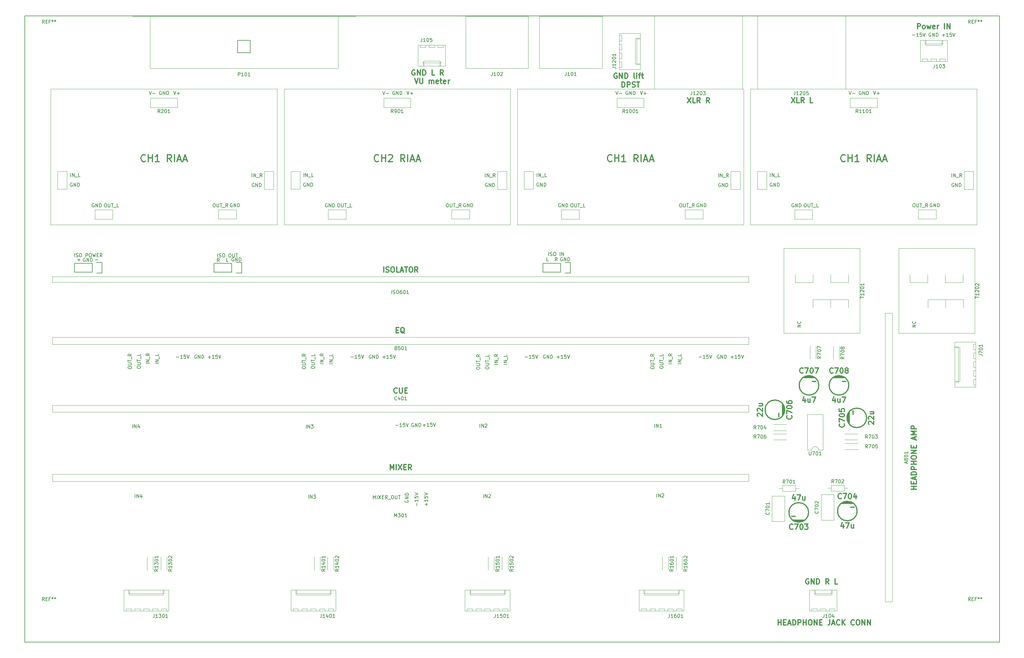
<source format=gbr>
G04 #@! TF.FileFunction,Legend,Top*
%FSLAX46Y46*%
G04 Gerber Fmt 4.6, Leading zero omitted, Abs format (unit mm)*
G04 Created by KiCad (PCBNEW 4.0.7) date Wednesday 28 November 2018 'à' 00:54:26*
%MOMM*%
%LPD*%
G01*
G04 APERTURE LIST*
%ADD10C,0.100000*%
%ADD11C,0.300000*%
%ADD12C,0.200000*%
%ADD13C,0.150000*%
%ADD14C,0.075000*%
%ADD15C,0.120000*%
%ADD16C,0.304800*%
G04 APERTURE END LIST*
D10*
D11*
X270239286Y-73453571D02*
X271239286Y-74953571D01*
X271239286Y-73453571D02*
X270239286Y-74953571D01*
X272525000Y-74953571D02*
X271810714Y-74953571D01*
X271810714Y-73453571D01*
X273882143Y-74953571D02*
X273382143Y-74239286D01*
X273025000Y-74953571D02*
X273025000Y-73453571D01*
X273596428Y-73453571D01*
X273739286Y-73525000D01*
X273810714Y-73596429D01*
X273882143Y-73739286D01*
X273882143Y-73953571D01*
X273810714Y-74096429D01*
X273739286Y-74167857D01*
X273596428Y-74239286D01*
X273025000Y-74239286D01*
X276382143Y-74953571D02*
X275667857Y-74953571D01*
X275667857Y-73453571D01*
X240401429Y-73508571D02*
X241401429Y-75008571D01*
X241401429Y-73508571D02*
X240401429Y-75008571D01*
X242687143Y-75008571D02*
X241972857Y-75008571D01*
X241972857Y-73508571D01*
X244044286Y-75008571D02*
X243544286Y-74294286D01*
X243187143Y-75008571D02*
X243187143Y-73508571D01*
X243758571Y-73508571D01*
X243901429Y-73580000D01*
X243972857Y-73651429D01*
X244044286Y-73794286D01*
X244044286Y-74008571D01*
X243972857Y-74151429D01*
X243901429Y-74222857D01*
X243758571Y-74294286D01*
X243187143Y-74294286D01*
X246687143Y-75008571D02*
X246187143Y-74294286D01*
X245830000Y-75008571D02*
X245830000Y-73508571D01*
X246401428Y-73508571D01*
X246544286Y-73580000D01*
X246615714Y-73651429D01*
X246687143Y-73794286D01*
X246687143Y-74008571D01*
X246615714Y-74151429D01*
X246544286Y-74222857D01*
X246401428Y-74294286D01*
X245830000Y-74294286D01*
X275187143Y-211880000D02*
X275044286Y-211808571D01*
X274830000Y-211808571D01*
X274615715Y-211880000D01*
X274472857Y-212022857D01*
X274401429Y-212165714D01*
X274330000Y-212451429D01*
X274330000Y-212665714D01*
X274401429Y-212951429D01*
X274472857Y-213094286D01*
X274615715Y-213237143D01*
X274830000Y-213308571D01*
X274972857Y-213308571D01*
X275187143Y-213237143D01*
X275258572Y-213165714D01*
X275258572Y-212665714D01*
X274972857Y-212665714D01*
X275901429Y-213308571D02*
X275901429Y-211808571D01*
X276758572Y-213308571D01*
X276758572Y-211808571D01*
X277472858Y-213308571D02*
X277472858Y-211808571D01*
X277830001Y-211808571D01*
X278044286Y-211880000D01*
X278187144Y-212022857D01*
X278258572Y-212165714D01*
X278330001Y-212451429D01*
X278330001Y-212665714D01*
X278258572Y-212951429D01*
X278187144Y-213094286D01*
X278044286Y-213237143D01*
X277830001Y-213308571D01*
X277472858Y-213308571D01*
X280972858Y-213308571D02*
X280472858Y-212594286D01*
X280115715Y-213308571D02*
X280115715Y-211808571D01*
X280687143Y-211808571D01*
X280830001Y-211880000D01*
X280901429Y-211951429D01*
X280972858Y-212094286D01*
X280972858Y-212308571D01*
X280901429Y-212451429D01*
X280830001Y-212522857D01*
X280687143Y-212594286D01*
X280115715Y-212594286D01*
X283472858Y-213308571D02*
X282758572Y-213308571D01*
X282758572Y-211808571D01*
X266424999Y-225103571D02*
X266424999Y-223603571D01*
X266424999Y-224317857D02*
X267282142Y-224317857D01*
X267282142Y-225103571D02*
X267282142Y-223603571D01*
X267996428Y-224317857D02*
X268496428Y-224317857D01*
X268710714Y-225103571D02*
X267996428Y-225103571D01*
X267996428Y-223603571D01*
X268710714Y-223603571D01*
X269282142Y-224675000D02*
X269996428Y-224675000D01*
X269139285Y-225103571D02*
X269639285Y-223603571D01*
X270139285Y-225103571D01*
X270639285Y-225103571D02*
X270639285Y-223603571D01*
X270996428Y-223603571D01*
X271210713Y-223675000D01*
X271353571Y-223817857D01*
X271424999Y-223960714D01*
X271496428Y-224246429D01*
X271496428Y-224460714D01*
X271424999Y-224746429D01*
X271353571Y-224889286D01*
X271210713Y-225032143D01*
X270996428Y-225103571D01*
X270639285Y-225103571D01*
X272139285Y-225103571D02*
X272139285Y-223603571D01*
X272710713Y-223603571D01*
X272853571Y-223675000D01*
X272924999Y-223746429D01*
X272996428Y-223889286D01*
X272996428Y-224103571D01*
X272924999Y-224246429D01*
X272853571Y-224317857D01*
X272710713Y-224389286D01*
X272139285Y-224389286D01*
X273639285Y-225103571D02*
X273639285Y-223603571D01*
X273639285Y-224317857D02*
X274496428Y-224317857D01*
X274496428Y-225103571D02*
X274496428Y-223603571D01*
X275496428Y-223603571D02*
X275782142Y-223603571D01*
X275925000Y-223675000D01*
X276067857Y-223817857D01*
X276139285Y-224103571D01*
X276139285Y-224603571D01*
X276067857Y-224889286D01*
X275925000Y-225032143D01*
X275782142Y-225103571D01*
X275496428Y-225103571D01*
X275353571Y-225032143D01*
X275210714Y-224889286D01*
X275139285Y-224603571D01*
X275139285Y-224103571D01*
X275210714Y-223817857D01*
X275353571Y-223675000D01*
X275496428Y-223603571D01*
X276782143Y-225103571D02*
X276782143Y-223603571D01*
X277639286Y-225103571D01*
X277639286Y-223603571D01*
X278353572Y-224317857D02*
X278853572Y-224317857D01*
X279067858Y-225103571D02*
X278353572Y-225103571D01*
X278353572Y-223603571D01*
X279067858Y-223603571D01*
X281282143Y-223603571D02*
X281282143Y-224675000D01*
X281210715Y-224889286D01*
X281067858Y-225032143D01*
X280853572Y-225103571D01*
X280710715Y-225103571D01*
X281925000Y-224675000D02*
X282639286Y-224675000D01*
X281782143Y-225103571D02*
X282282143Y-223603571D01*
X282782143Y-225103571D01*
X284139286Y-224960714D02*
X284067857Y-225032143D01*
X283853571Y-225103571D01*
X283710714Y-225103571D01*
X283496429Y-225032143D01*
X283353571Y-224889286D01*
X283282143Y-224746429D01*
X283210714Y-224460714D01*
X283210714Y-224246429D01*
X283282143Y-223960714D01*
X283353571Y-223817857D01*
X283496429Y-223675000D01*
X283710714Y-223603571D01*
X283853571Y-223603571D01*
X284067857Y-223675000D01*
X284139286Y-223746429D01*
X284782143Y-225103571D02*
X284782143Y-223603571D01*
X285639286Y-225103571D02*
X284996429Y-224246429D01*
X285639286Y-223603571D02*
X284782143Y-224460714D01*
X288282143Y-224960714D02*
X288210714Y-225032143D01*
X287996428Y-225103571D01*
X287853571Y-225103571D01*
X287639286Y-225032143D01*
X287496428Y-224889286D01*
X287425000Y-224746429D01*
X287353571Y-224460714D01*
X287353571Y-224246429D01*
X287425000Y-223960714D01*
X287496428Y-223817857D01*
X287639286Y-223675000D01*
X287853571Y-223603571D01*
X287996428Y-223603571D01*
X288210714Y-223675000D01*
X288282143Y-223746429D01*
X289210714Y-223603571D02*
X289496428Y-223603571D01*
X289639286Y-223675000D01*
X289782143Y-223817857D01*
X289853571Y-224103571D01*
X289853571Y-224603571D01*
X289782143Y-224889286D01*
X289639286Y-225032143D01*
X289496428Y-225103571D01*
X289210714Y-225103571D01*
X289067857Y-225032143D01*
X288925000Y-224889286D01*
X288853571Y-224603571D01*
X288853571Y-224103571D01*
X288925000Y-223817857D01*
X289067857Y-223675000D01*
X289210714Y-223603571D01*
X290496429Y-225103571D02*
X290496429Y-223603571D01*
X291353572Y-225103571D01*
X291353572Y-223603571D01*
X292067858Y-225103571D02*
X292067858Y-223603571D01*
X292925001Y-225103571D01*
X292925001Y-223603571D01*
X306153571Y-186107143D02*
X304653571Y-186107143D01*
X305367857Y-186107143D02*
X305367857Y-185250000D01*
X306153571Y-185250000D02*
X304653571Y-185250000D01*
X305367857Y-184535714D02*
X305367857Y-184035714D01*
X306153571Y-183821428D02*
X306153571Y-184535714D01*
X304653571Y-184535714D01*
X304653571Y-183821428D01*
X305725000Y-183250000D02*
X305725000Y-182535714D01*
X306153571Y-183392857D02*
X304653571Y-182892857D01*
X306153571Y-182392857D01*
X306153571Y-181892857D02*
X304653571Y-181892857D01*
X304653571Y-181535714D01*
X304725000Y-181321429D01*
X304867857Y-181178571D01*
X305010714Y-181107143D01*
X305296429Y-181035714D01*
X305510714Y-181035714D01*
X305796429Y-181107143D01*
X305939286Y-181178571D01*
X306082143Y-181321429D01*
X306153571Y-181535714D01*
X306153571Y-181892857D01*
X306153571Y-180392857D02*
X304653571Y-180392857D01*
X304653571Y-179821429D01*
X304725000Y-179678571D01*
X304796429Y-179607143D01*
X304939286Y-179535714D01*
X305153571Y-179535714D01*
X305296429Y-179607143D01*
X305367857Y-179678571D01*
X305439286Y-179821429D01*
X305439286Y-180392857D01*
X306153571Y-178892857D02*
X304653571Y-178892857D01*
X305367857Y-178892857D02*
X305367857Y-178035714D01*
X306153571Y-178035714D02*
X304653571Y-178035714D01*
X304653571Y-177035714D02*
X304653571Y-176750000D01*
X304725000Y-176607142D01*
X304867857Y-176464285D01*
X305153571Y-176392857D01*
X305653571Y-176392857D01*
X305939286Y-176464285D01*
X306082143Y-176607142D01*
X306153571Y-176750000D01*
X306153571Y-177035714D01*
X306082143Y-177178571D01*
X305939286Y-177321428D01*
X305653571Y-177392857D01*
X305153571Y-177392857D01*
X304867857Y-177321428D01*
X304725000Y-177178571D01*
X304653571Y-177035714D01*
X306153571Y-175749999D02*
X304653571Y-175749999D01*
X306153571Y-174892856D01*
X304653571Y-174892856D01*
X305367857Y-174178570D02*
X305367857Y-173678570D01*
X306153571Y-173464284D02*
X306153571Y-174178570D01*
X304653571Y-174178570D01*
X304653571Y-173464284D01*
X305725000Y-171749999D02*
X305725000Y-171035713D01*
X306153571Y-171892856D02*
X304653571Y-171392856D01*
X306153571Y-170892856D01*
X306153571Y-170392856D02*
X304653571Y-170392856D01*
X305725000Y-169892856D01*
X304653571Y-169392856D01*
X306153571Y-169392856D01*
X306153571Y-168678570D02*
X304653571Y-168678570D01*
X304653571Y-168107142D01*
X304725000Y-167964284D01*
X304796429Y-167892856D01*
X304939286Y-167821427D01*
X305153571Y-167821427D01*
X305296429Y-167892856D01*
X305367857Y-167964284D01*
X305439286Y-168107142D01*
X305439286Y-168678570D01*
X155025000Y-180478571D02*
X155025000Y-178978571D01*
X155525000Y-180050000D01*
X156025000Y-178978571D01*
X156025000Y-180478571D01*
X156739286Y-180478571D02*
X156739286Y-178978571D01*
X157310715Y-178978571D02*
X158310715Y-180478571D01*
X158310715Y-178978571D02*
X157310715Y-180478571D01*
X158882143Y-179692857D02*
X159382143Y-179692857D01*
X159596429Y-180478571D02*
X158882143Y-180478571D01*
X158882143Y-178978571D01*
X159596429Y-178978571D01*
X161096429Y-180478571D02*
X160596429Y-179764286D01*
X160239286Y-180478571D02*
X160239286Y-178978571D01*
X160810714Y-178978571D01*
X160953572Y-179050000D01*
X161025000Y-179121429D01*
X161096429Y-179264286D01*
X161096429Y-179478571D01*
X161025000Y-179621429D01*
X160953572Y-179692857D01*
X160810714Y-179764286D01*
X160239286Y-179764286D01*
X157000000Y-158285714D02*
X156928571Y-158357143D01*
X156714285Y-158428571D01*
X156571428Y-158428571D01*
X156357143Y-158357143D01*
X156214285Y-158214286D01*
X156142857Y-158071429D01*
X156071428Y-157785714D01*
X156071428Y-157571429D01*
X156142857Y-157285714D01*
X156214285Y-157142857D01*
X156357143Y-157000000D01*
X156571428Y-156928571D01*
X156714285Y-156928571D01*
X156928571Y-157000000D01*
X157000000Y-157071429D01*
X157642857Y-156928571D02*
X157642857Y-158142857D01*
X157714285Y-158285714D01*
X157785714Y-158357143D01*
X157928571Y-158428571D01*
X158214285Y-158428571D01*
X158357143Y-158357143D01*
X158428571Y-158285714D01*
X158500000Y-158142857D01*
X158500000Y-156928571D01*
X159214286Y-157642857D02*
X159714286Y-157642857D01*
X159928572Y-158428571D02*
X159214286Y-158428571D01*
X159214286Y-156928571D01*
X159928572Y-156928571D01*
X162087143Y-65605000D02*
X161944286Y-65533571D01*
X161730000Y-65533571D01*
X161515715Y-65605000D01*
X161372857Y-65747857D01*
X161301429Y-65890714D01*
X161230000Y-66176429D01*
X161230000Y-66390714D01*
X161301429Y-66676429D01*
X161372857Y-66819286D01*
X161515715Y-66962143D01*
X161730000Y-67033571D01*
X161872857Y-67033571D01*
X162087143Y-66962143D01*
X162158572Y-66890714D01*
X162158572Y-66390714D01*
X161872857Y-66390714D01*
X162801429Y-67033571D02*
X162801429Y-65533571D01*
X163658572Y-67033571D01*
X163658572Y-65533571D01*
X164372858Y-67033571D02*
X164372858Y-65533571D01*
X164730001Y-65533571D01*
X164944286Y-65605000D01*
X165087144Y-65747857D01*
X165158572Y-65890714D01*
X165230001Y-66176429D01*
X165230001Y-66390714D01*
X165158572Y-66676429D01*
X165087144Y-66819286D01*
X164944286Y-66962143D01*
X164730001Y-67033571D01*
X164372858Y-67033571D01*
X167730001Y-67033571D02*
X167015715Y-67033571D01*
X167015715Y-65533571D01*
X170230001Y-67033571D02*
X169730001Y-66319286D01*
X169372858Y-67033571D02*
X169372858Y-65533571D01*
X169944286Y-65533571D01*
X170087144Y-65605000D01*
X170158572Y-65676429D01*
X170230001Y-65819286D01*
X170230001Y-66033571D01*
X170158572Y-66176429D01*
X170087144Y-66247857D01*
X169944286Y-66319286D01*
X169372858Y-66319286D01*
X162014286Y-67978571D02*
X162514286Y-69478571D01*
X163014286Y-67978571D01*
X163514286Y-67978571D02*
X163514286Y-69192857D01*
X163585714Y-69335714D01*
X163657143Y-69407143D01*
X163800000Y-69478571D01*
X164085714Y-69478571D01*
X164228572Y-69407143D01*
X164300000Y-69335714D01*
X164371429Y-69192857D01*
X164371429Y-67978571D01*
X166228572Y-69478571D02*
X166228572Y-68478571D01*
X166228572Y-68621429D02*
X166300000Y-68550000D01*
X166442858Y-68478571D01*
X166657143Y-68478571D01*
X166800000Y-68550000D01*
X166871429Y-68692857D01*
X166871429Y-69478571D01*
X166871429Y-68692857D02*
X166942858Y-68550000D01*
X167085715Y-68478571D01*
X167300000Y-68478571D01*
X167442858Y-68550000D01*
X167514286Y-68692857D01*
X167514286Y-69478571D01*
X168800000Y-69407143D02*
X168657143Y-69478571D01*
X168371429Y-69478571D01*
X168228572Y-69407143D01*
X168157143Y-69264286D01*
X168157143Y-68692857D01*
X168228572Y-68550000D01*
X168371429Y-68478571D01*
X168657143Y-68478571D01*
X168800000Y-68550000D01*
X168871429Y-68692857D01*
X168871429Y-68835714D01*
X168157143Y-68978571D01*
X169300000Y-68478571D02*
X169871429Y-68478571D01*
X169514286Y-67978571D02*
X169514286Y-69264286D01*
X169585714Y-69407143D01*
X169728572Y-69478571D01*
X169871429Y-69478571D01*
X170942857Y-69407143D02*
X170800000Y-69478571D01*
X170514286Y-69478571D01*
X170371429Y-69407143D01*
X170300000Y-69264286D01*
X170300000Y-68692857D01*
X170371429Y-68550000D01*
X170514286Y-68478571D01*
X170800000Y-68478571D01*
X170942857Y-68550000D01*
X171014286Y-68692857D01*
X171014286Y-68835714D01*
X170300000Y-68978571D01*
X171657143Y-69478571D02*
X171657143Y-68478571D01*
X171657143Y-68764286D02*
X171728571Y-68621429D01*
X171800000Y-68550000D01*
X171942857Y-68478571D01*
X172085714Y-68478571D01*
X220112143Y-66505000D02*
X219969286Y-66433571D01*
X219755000Y-66433571D01*
X219540715Y-66505000D01*
X219397857Y-66647857D01*
X219326429Y-66790714D01*
X219255000Y-67076429D01*
X219255000Y-67290714D01*
X219326429Y-67576429D01*
X219397857Y-67719286D01*
X219540715Y-67862143D01*
X219755000Y-67933571D01*
X219897857Y-67933571D01*
X220112143Y-67862143D01*
X220183572Y-67790714D01*
X220183572Y-67290714D01*
X219897857Y-67290714D01*
X220826429Y-67933571D02*
X220826429Y-66433571D01*
X221683572Y-67933571D01*
X221683572Y-66433571D01*
X222397858Y-67933571D02*
X222397858Y-66433571D01*
X222755001Y-66433571D01*
X222969286Y-66505000D01*
X223112144Y-66647857D01*
X223183572Y-66790714D01*
X223255001Y-67076429D01*
X223255001Y-67290714D01*
X223183572Y-67576429D01*
X223112144Y-67719286D01*
X222969286Y-67862143D01*
X222755001Y-67933571D01*
X222397858Y-67933571D01*
X225255001Y-67933571D02*
X225112143Y-67862143D01*
X225040715Y-67719286D01*
X225040715Y-66433571D01*
X225826429Y-67933571D02*
X225826429Y-66933571D01*
X225826429Y-66433571D02*
X225755000Y-66505000D01*
X225826429Y-66576429D01*
X225897857Y-66505000D01*
X225826429Y-66433571D01*
X225826429Y-66576429D01*
X226326429Y-66933571D02*
X226897858Y-66933571D01*
X226540715Y-67933571D02*
X226540715Y-66647857D01*
X226612143Y-66505000D01*
X226755001Y-66433571D01*
X226897858Y-66433571D01*
X227183572Y-66933571D02*
X227755001Y-66933571D01*
X227397858Y-66433571D02*
X227397858Y-67719286D01*
X227469286Y-67862143D01*
X227612144Y-67933571D01*
X227755001Y-67933571D01*
X221576429Y-70483571D02*
X221576429Y-68983571D01*
X221933572Y-68983571D01*
X222147857Y-69055000D01*
X222290715Y-69197857D01*
X222362143Y-69340714D01*
X222433572Y-69626429D01*
X222433572Y-69840714D01*
X222362143Y-70126429D01*
X222290715Y-70269286D01*
X222147857Y-70412143D01*
X221933572Y-70483571D01*
X221576429Y-70483571D01*
X223076429Y-70483571D02*
X223076429Y-68983571D01*
X223647857Y-68983571D01*
X223790715Y-69055000D01*
X223862143Y-69126429D01*
X223933572Y-69269286D01*
X223933572Y-69483571D01*
X223862143Y-69626429D01*
X223790715Y-69697857D01*
X223647857Y-69769286D01*
X223076429Y-69769286D01*
X224505000Y-70412143D02*
X224719286Y-70483571D01*
X225076429Y-70483571D01*
X225219286Y-70412143D01*
X225290715Y-70340714D01*
X225362143Y-70197857D01*
X225362143Y-70055000D01*
X225290715Y-69912143D01*
X225219286Y-69840714D01*
X225076429Y-69769286D01*
X224790715Y-69697857D01*
X224647857Y-69626429D01*
X224576429Y-69555000D01*
X224505000Y-69412143D01*
X224505000Y-69269286D01*
X224576429Y-69126429D01*
X224647857Y-69055000D01*
X224790715Y-68983571D01*
X225147857Y-68983571D01*
X225362143Y-69055000D01*
X225790714Y-68983571D02*
X226647857Y-68983571D01*
X226219286Y-70483571D02*
X226219286Y-68983571D01*
X156742857Y-140317857D02*
X157242857Y-140317857D01*
X157457143Y-141103571D02*
X156742857Y-141103571D01*
X156742857Y-139603571D01*
X157457143Y-139603571D01*
X159100000Y-141246429D02*
X158957143Y-141175000D01*
X158814286Y-141032143D01*
X158600000Y-140817857D01*
X158457143Y-140746429D01*
X158314286Y-140746429D01*
X158385714Y-141103571D02*
X158242857Y-141032143D01*
X158100000Y-140889286D01*
X158028571Y-140603571D01*
X158028571Y-140103571D01*
X158100000Y-139817857D01*
X158242857Y-139675000D01*
X158385714Y-139603571D01*
X158671428Y-139603571D01*
X158814286Y-139675000D01*
X158957143Y-139817857D01*
X159028571Y-140103571D01*
X159028571Y-140603571D01*
X158957143Y-140889286D01*
X158814286Y-141032143D01*
X158671428Y-141103571D01*
X158385714Y-141103571D01*
X153142857Y-123678571D02*
X153142857Y-122178571D01*
X153785714Y-123607143D02*
X154000000Y-123678571D01*
X154357143Y-123678571D01*
X154500000Y-123607143D01*
X154571429Y-123535714D01*
X154642857Y-123392857D01*
X154642857Y-123250000D01*
X154571429Y-123107143D01*
X154500000Y-123035714D01*
X154357143Y-122964286D01*
X154071429Y-122892857D01*
X153928571Y-122821429D01*
X153857143Y-122750000D01*
X153785714Y-122607143D01*
X153785714Y-122464286D01*
X153857143Y-122321429D01*
X153928571Y-122250000D01*
X154071429Y-122178571D01*
X154428571Y-122178571D01*
X154642857Y-122250000D01*
X155571428Y-122178571D02*
X155857142Y-122178571D01*
X156000000Y-122250000D01*
X156142857Y-122392857D01*
X156214285Y-122678571D01*
X156214285Y-123178571D01*
X156142857Y-123464286D01*
X156000000Y-123607143D01*
X155857142Y-123678571D01*
X155571428Y-123678571D01*
X155428571Y-123607143D01*
X155285714Y-123464286D01*
X155214285Y-123178571D01*
X155214285Y-122678571D01*
X155285714Y-122392857D01*
X155428571Y-122250000D01*
X155571428Y-122178571D01*
X157571429Y-123678571D02*
X156857143Y-123678571D01*
X156857143Y-122178571D01*
X158000000Y-123250000D02*
X158714286Y-123250000D01*
X157857143Y-123678571D02*
X158357143Y-122178571D01*
X158857143Y-123678571D01*
X159142857Y-122178571D02*
X160000000Y-122178571D01*
X159571429Y-123678571D02*
X159571429Y-122178571D01*
X160785714Y-122178571D02*
X161071428Y-122178571D01*
X161214286Y-122250000D01*
X161357143Y-122392857D01*
X161428571Y-122678571D01*
X161428571Y-123178571D01*
X161357143Y-123464286D01*
X161214286Y-123607143D01*
X161071428Y-123678571D01*
X160785714Y-123678571D01*
X160642857Y-123607143D01*
X160500000Y-123464286D01*
X160428571Y-123178571D01*
X160428571Y-122678571D01*
X160500000Y-122392857D01*
X160642857Y-122250000D01*
X160785714Y-122178571D01*
X162928572Y-123678571D02*
X162428572Y-122964286D01*
X162071429Y-123678571D02*
X162071429Y-122178571D01*
X162642857Y-122178571D01*
X162785715Y-122250000D01*
X162857143Y-122321429D01*
X162928572Y-122464286D01*
X162928572Y-122678571D01*
X162857143Y-122821429D01*
X162785715Y-122892857D01*
X162642857Y-122964286D01*
X162071429Y-122964286D01*
X285666667Y-91714286D02*
X285571429Y-91809524D01*
X285285714Y-91904762D01*
X285095238Y-91904762D01*
X284809524Y-91809524D01*
X284619048Y-91619048D01*
X284523809Y-91428571D01*
X284428571Y-91047619D01*
X284428571Y-90761905D01*
X284523809Y-90380952D01*
X284619048Y-90190476D01*
X284809524Y-90000000D01*
X285095238Y-89904762D01*
X285285714Y-89904762D01*
X285571429Y-90000000D01*
X285666667Y-90095238D01*
X286523809Y-91904762D02*
X286523809Y-89904762D01*
X286523809Y-90857143D02*
X287666667Y-90857143D01*
X287666667Y-91904762D02*
X287666667Y-89904762D01*
X289666667Y-91904762D02*
X288523809Y-91904762D01*
X289095238Y-91904762D02*
X289095238Y-89904762D01*
X288904762Y-90190476D01*
X288714286Y-90380952D01*
X288523809Y-90476190D01*
X293190477Y-91904762D02*
X292523810Y-90952381D01*
X292047619Y-91904762D02*
X292047619Y-89904762D01*
X292809524Y-89904762D01*
X293000000Y-90000000D01*
X293095239Y-90095238D01*
X293190477Y-90285714D01*
X293190477Y-90571429D01*
X293095239Y-90761905D01*
X293000000Y-90857143D01*
X292809524Y-90952381D01*
X292047619Y-90952381D01*
X294047619Y-91904762D02*
X294047619Y-89904762D01*
X294904762Y-91333333D02*
X295857143Y-91333333D01*
X294714286Y-91904762D02*
X295380953Y-89904762D01*
X296047620Y-91904762D01*
X296619048Y-91333333D02*
X297571429Y-91333333D01*
X296428572Y-91904762D02*
X297095239Y-89904762D01*
X297761906Y-91904762D01*
X218666667Y-91714286D02*
X218571429Y-91809524D01*
X218285714Y-91904762D01*
X218095238Y-91904762D01*
X217809524Y-91809524D01*
X217619048Y-91619048D01*
X217523809Y-91428571D01*
X217428571Y-91047619D01*
X217428571Y-90761905D01*
X217523809Y-90380952D01*
X217619048Y-90190476D01*
X217809524Y-90000000D01*
X218095238Y-89904762D01*
X218285714Y-89904762D01*
X218571429Y-90000000D01*
X218666667Y-90095238D01*
X219523809Y-91904762D02*
X219523809Y-89904762D01*
X219523809Y-90857143D02*
X220666667Y-90857143D01*
X220666667Y-91904762D02*
X220666667Y-89904762D01*
X222666667Y-91904762D02*
X221523809Y-91904762D01*
X222095238Y-91904762D02*
X222095238Y-89904762D01*
X221904762Y-90190476D01*
X221714286Y-90380952D01*
X221523809Y-90476190D01*
X226190477Y-91904762D02*
X225523810Y-90952381D01*
X225047619Y-91904762D02*
X225047619Y-89904762D01*
X225809524Y-89904762D01*
X226000000Y-90000000D01*
X226095239Y-90095238D01*
X226190477Y-90285714D01*
X226190477Y-90571429D01*
X226095239Y-90761905D01*
X226000000Y-90857143D01*
X225809524Y-90952381D01*
X225047619Y-90952381D01*
X227047619Y-91904762D02*
X227047619Y-89904762D01*
X227904762Y-91333333D02*
X228857143Y-91333333D01*
X227714286Y-91904762D02*
X228380953Y-89904762D01*
X229047620Y-91904762D01*
X229619048Y-91333333D02*
X230571429Y-91333333D01*
X229428572Y-91904762D02*
X230095239Y-89904762D01*
X230761906Y-91904762D01*
X151666667Y-91714286D02*
X151571429Y-91809524D01*
X151285714Y-91904762D01*
X151095238Y-91904762D01*
X150809524Y-91809524D01*
X150619048Y-91619048D01*
X150523809Y-91428571D01*
X150428571Y-91047619D01*
X150428571Y-90761905D01*
X150523809Y-90380952D01*
X150619048Y-90190476D01*
X150809524Y-90000000D01*
X151095238Y-89904762D01*
X151285714Y-89904762D01*
X151571429Y-90000000D01*
X151666667Y-90095238D01*
X152523809Y-91904762D02*
X152523809Y-89904762D01*
X152523809Y-90857143D02*
X153666667Y-90857143D01*
X153666667Y-91904762D02*
X153666667Y-89904762D01*
X154523809Y-90095238D02*
X154619047Y-90000000D01*
X154809524Y-89904762D01*
X155285714Y-89904762D01*
X155476190Y-90000000D01*
X155571428Y-90095238D01*
X155666667Y-90285714D01*
X155666667Y-90476190D01*
X155571428Y-90761905D01*
X154428571Y-91904762D01*
X155666667Y-91904762D01*
X159190477Y-91904762D02*
X158523810Y-90952381D01*
X158047619Y-91904762D02*
X158047619Y-89904762D01*
X158809524Y-89904762D01*
X159000000Y-90000000D01*
X159095239Y-90095238D01*
X159190477Y-90285714D01*
X159190477Y-90571429D01*
X159095239Y-90761905D01*
X159000000Y-90857143D01*
X158809524Y-90952381D01*
X158047619Y-90952381D01*
X160047619Y-91904762D02*
X160047619Y-89904762D01*
X160904762Y-91333333D02*
X161857143Y-91333333D01*
X160714286Y-91904762D02*
X161380953Y-89904762D01*
X162047620Y-91904762D01*
X162619048Y-91333333D02*
X163571429Y-91333333D01*
X162428572Y-91904762D02*
X163095239Y-89904762D01*
X163761906Y-91904762D01*
X84666667Y-91714286D02*
X84571429Y-91809524D01*
X84285714Y-91904762D01*
X84095238Y-91904762D01*
X83809524Y-91809524D01*
X83619048Y-91619048D01*
X83523809Y-91428571D01*
X83428571Y-91047619D01*
X83428571Y-90761905D01*
X83523809Y-90380952D01*
X83619048Y-90190476D01*
X83809524Y-90000000D01*
X84095238Y-89904762D01*
X84285714Y-89904762D01*
X84571429Y-90000000D01*
X84666667Y-90095238D01*
X85523809Y-91904762D02*
X85523809Y-89904762D01*
X85523809Y-90857143D02*
X86666667Y-90857143D01*
X86666667Y-91904762D02*
X86666667Y-89904762D01*
X88666667Y-91904762D02*
X87523809Y-91904762D01*
X88095238Y-91904762D02*
X88095238Y-89904762D01*
X87904762Y-90190476D01*
X87714286Y-90380952D01*
X87523809Y-90476190D01*
X92190477Y-91904762D02*
X91523810Y-90952381D01*
X91047619Y-91904762D02*
X91047619Y-89904762D01*
X91809524Y-89904762D01*
X92000000Y-90000000D01*
X92095239Y-90095238D01*
X92190477Y-90285714D01*
X92190477Y-90571429D01*
X92095239Y-90761905D01*
X92000000Y-90857143D01*
X91809524Y-90952381D01*
X91047619Y-90952381D01*
X93047619Y-91904762D02*
X93047619Y-89904762D01*
X93904762Y-91333333D02*
X94857143Y-91333333D01*
X93714286Y-91904762D02*
X94380953Y-89904762D01*
X95047620Y-91904762D01*
X95619048Y-91333333D02*
X96571429Y-91333333D01*
X95428572Y-91904762D02*
X96095239Y-89904762D01*
X96761906Y-91904762D01*
D12*
X305002381Y-55546429D02*
X305764286Y-55546429D01*
X306764286Y-55927381D02*
X306192857Y-55927381D01*
X306478571Y-55927381D02*
X306478571Y-54927381D01*
X306383333Y-55070238D01*
X306288095Y-55165476D01*
X306192857Y-55213095D01*
X307669048Y-54927381D02*
X307192857Y-54927381D01*
X307145238Y-55403571D01*
X307192857Y-55355952D01*
X307288095Y-55308333D01*
X307526191Y-55308333D01*
X307621429Y-55355952D01*
X307669048Y-55403571D01*
X307716667Y-55498810D01*
X307716667Y-55736905D01*
X307669048Y-55832143D01*
X307621429Y-55879762D01*
X307526191Y-55927381D01*
X307288095Y-55927381D01*
X307192857Y-55879762D01*
X307145238Y-55832143D01*
X308002381Y-54927381D02*
X308335714Y-55927381D01*
X308669048Y-54927381D01*
X310288096Y-54975000D02*
X310192858Y-54927381D01*
X310050001Y-54927381D01*
X309907143Y-54975000D01*
X309811905Y-55070238D01*
X309764286Y-55165476D01*
X309716667Y-55355952D01*
X309716667Y-55498810D01*
X309764286Y-55689286D01*
X309811905Y-55784524D01*
X309907143Y-55879762D01*
X310050001Y-55927381D01*
X310145239Y-55927381D01*
X310288096Y-55879762D01*
X310335715Y-55832143D01*
X310335715Y-55498810D01*
X310145239Y-55498810D01*
X310764286Y-55927381D02*
X310764286Y-54927381D01*
X311335715Y-55927381D01*
X311335715Y-54927381D01*
X311811905Y-55927381D02*
X311811905Y-54927381D01*
X312050000Y-54927381D01*
X312192858Y-54975000D01*
X312288096Y-55070238D01*
X312335715Y-55165476D01*
X312383334Y-55355952D01*
X312383334Y-55498810D01*
X312335715Y-55689286D01*
X312288096Y-55784524D01*
X312192858Y-55879762D01*
X312050000Y-55927381D01*
X311811905Y-55927381D01*
X313573810Y-55546429D02*
X314335715Y-55546429D01*
X313954763Y-55927381D02*
X313954763Y-55165476D01*
X315335715Y-55927381D02*
X314764286Y-55927381D01*
X315050000Y-55927381D02*
X315050000Y-54927381D01*
X314954762Y-55070238D01*
X314859524Y-55165476D01*
X314764286Y-55213095D01*
X316240477Y-54927381D02*
X315764286Y-54927381D01*
X315716667Y-55403571D01*
X315764286Y-55355952D01*
X315859524Y-55308333D01*
X316097620Y-55308333D01*
X316192858Y-55355952D01*
X316240477Y-55403571D01*
X316288096Y-55498810D01*
X316288096Y-55736905D01*
X316240477Y-55832143D01*
X316192858Y-55879762D01*
X316097620Y-55927381D01*
X315859524Y-55927381D01*
X315764286Y-55879762D01*
X315716667Y-55832143D01*
X316573810Y-54927381D02*
X316907143Y-55927381D01*
X317240477Y-54927381D01*
D11*
X306446429Y-53703571D02*
X306446429Y-52203571D01*
X307017857Y-52203571D01*
X307160715Y-52275000D01*
X307232143Y-52346429D01*
X307303572Y-52489286D01*
X307303572Y-52703571D01*
X307232143Y-52846429D01*
X307160715Y-52917857D01*
X307017857Y-52989286D01*
X306446429Y-52989286D01*
X308160715Y-53703571D02*
X308017857Y-53632143D01*
X307946429Y-53560714D01*
X307875000Y-53417857D01*
X307875000Y-52989286D01*
X307946429Y-52846429D01*
X308017857Y-52775000D01*
X308160715Y-52703571D01*
X308375000Y-52703571D01*
X308517857Y-52775000D01*
X308589286Y-52846429D01*
X308660715Y-52989286D01*
X308660715Y-53417857D01*
X308589286Y-53560714D01*
X308517857Y-53632143D01*
X308375000Y-53703571D01*
X308160715Y-53703571D01*
X309160715Y-52703571D02*
X309446429Y-53703571D01*
X309732143Y-52989286D01*
X310017858Y-53703571D01*
X310303572Y-52703571D01*
X311446429Y-53632143D02*
X311303572Y-53703571D01*
X311017858Y-53703571D01*
X310875001Y-53632143D01*
X310803572Y-53489286D01*
X310803572Y-52917857D01*
X310875001Y-52775000D01*
X311017858Y-52703571D01*
X311303572Y-52703571D01*
X311446429Y-52775000D01*
X311517858Y-52917857D01*
X311517858Y-53060714D01*
X310803572Y-53203571D01*
X312160715Y-53703571D02*
X312160715Y-52703571D01*
X312160715Y-52989286D02*
X312232143Y-52846429D01*
X312303572Y-52775000D01*
X312446429Y-52703571D01*
X312589286Y-52703571D01*
X314232143Y-53703571D02*
X314232143Y-52203571D01*
X314946429Y-53703571D02*
X314946429Y-52203571D01*
X315803572Y-53703571D01*
X315803572Y-52203571D01*
D13*
X111180000Y-60605000D02*
X111180000Y-57030000D01*
X114780000Y-60605000D02*
X111180000Y-60605000D01*
X114780000Y-57030000D02*
X114780000Y-60605000D01*
X111180000Y-57030000D02*
X114780000Y-57030000D01*
X50000000Y-230000000D02*
X50000000Y-50000000D01*
X330000000Y-230000000D02*
X50000000Y-230000000D01*
X330000000Y-50000000D02*
X330000000Y-230000000D01*
X50000000Y-50000000D02*
X330000000Y-50000000D01*
D14*
X140005000Y-65080000D02*
X140005000Y-50080000D01*
X145005000Y-50080000D02*
X81005000Y-50080000D01*
X86005000Y-65080000D02*
X86005000Y-50080000D01*
X140005000Y-65080000D02*
X86005000Y-65080000D01*
X301078000Y-116808000D02*
X322922000Y-116808000D01*
X301078000Y-141192000D02*
X301078000Y-116808000D01*
X314480000Y-126630000D02*
X319560000Y-126630000D01*
X304320000Y-126630000D02*
X309400000Y-126630000D01*
X309460000Y-131540000D02*
X319620000Y-131540000D01*
X309460000Y-133826000D02*
X309460000Y-131540000D01*
X314540000Y-133826000D02*
X314540000Y-131540000D01*
X319620000Y-133826000D02*
X319620000Y-131540000D01*
X304320000Y-126626000D02*
X304320000Y-124340000D01*
X309400000Y-126626000D02*
X309400000Y-124340000D01*
X314480000Y-126626000D02*
X314480000Y-124340000D01*
X319560000Y-126626000D02*
X319560000Y-124340000D01*
X322922000Y-141192000D02*
X322922000Y-116808000D01*
X301078000Y-141192000D02*
X322922000Y-141192000D01*
X268078000Y-116808000D02*
X289922000Y-116808000D01*
X268078000Y-141192000D02*
X268078000Y-116808000D01*
X281480000Y-126630000D02*
X286560000Y-126630000D01*
X271320000Y-126630000D02*
X276400000Y-126630000D01*
X276460000Y-131540000D02*
X286620000Y-131540000D01*
X276460000Y-133826000D02*
X276460000Y-131540000D01*
X281540000Y-133826000D02*
X281540000Y-131540000D01*
X286620000Y-133826000D02*
X286620000Y-131540000D01*
X271320000Y-126626000D02*
X271320000Y-124340000D01*
X276400000Y-126626000D02*
X276400000Y-124340000D01*
X281480000Y-126626000D02*
X281480000Y-124340000D01*
X286560000Y-126626000D02*
X286560000Y-124340000D01*
X289922000Y-141192000D02*
X289922000Y-116808000D01*
X268078000Y-141192000D02*
X289922000Y-141192000D01*
X258000000Y-161910000D02*
X258000000Y-163910000D01*
X58000000Y-161910000D02*
X258000000Y-161910000D01*
X58000000Y-163910000D02*
X258000000Y-163910000D01*
X58000000Y-161910000D02*
X58000000Y-163910000D01*
X258000000Y-183770000D02*
X258000000Y-181770000D01*
X58000000Y-181770000D02*
X258000000Y-181770000D01*
X58000000Y-183770000D02*
X258000000Y-183770000D01*
X58000000Y-183770000D02*
X58000000Y-181770000D01*
X258000000Y-142400000D02*
X258000000Y-144400000D01*
X58000000Y-142400000D02*
X258000000Y-142400000D01*
X58000000Y-142400000D02*
X58000000Y-144400000D01*
X58000000Y-144400000D02*
X258000000Y-144400000D01*
X58000000Y-124920000D02*
X58000000Y-126520000D01*
X58000000Y-126520000D02*
X258000000Y-126520000D01*
X58000000Y-124920000D02*
X258000000Y-124920000D01*
X258000000Y-124920000D02*
X258000000Y-126520000D01*
D13*
X69380000Y-121110000D02*
X64300000Y-121110000D01*
X64300000Y-121110000D02*
X64300000Y-123650000D01*
X64300000Y-123650000D02*
X69380000Y-123650000D01*
X72200000Y-123930000D02*
X70650000Y-123930000D01*
X69380000Y-123650000D02*
X69380000Y-121110000D01*
X70650000Y-120830000D02*
X72200000Y-120830000D01*
X72200000Y-120830000D02*
X72200000Y-123930000D01*
X198880000Y-121110000D02*
X198880000Y-123650000D01*
X203960000Y-121110000D02*
X198880000Y-121110000D01*
X198880000Y-123650000D02*
X203960000Y-123650000D01*
X203960000Y-123650000D02*
X203960000Y-121110000D01*
X206780000Y-123930000D02*
X205230000Y-123930000D01*
X205230000Y-120830000D02*
X206780000Y-120830000D01*
X206780000Y-120830000D02*
X206780000Y-123930000D01*
X109490000Y-123650000D02*
X109490000Y-121110000D01*
X104410000Y-123650000D02*
X109490000Y-123650000D01*
X104410000Y-121110000D02*
X104410000Y-123650000D01*
X109490000Y-121110000D02*
X104410000Y-121110000D01*
X112310000Y-123930000D02*
X110760000Y-123930000D01*
X112310000Y-120830000D02*
X112310000Y-123930000D01*
X110760000Y-120830000D02*
X112310000Y-120830000D01*
D14*
X299205000Y-218430000D02*
X297205000Y-218430000D01*
X299205000Y-135430000D02*
X299205000Y-218430000D01*
X297205000Y-135430000D02*
X297205000Y-218430000D01*
X299205000Y-135430000D02*
X297205000Y-135430000D01*
X215855000Y-65105000D02*
X215855000Y-50105000D01*
X197855000Y-65105000D02*
X197855000Y-50105000D01*
X215855000Y-65105000D02*
X197855000Y-65105000D01*
X215855000Y-50105000D02*
X197855000Y-50105000D01*
X194655000Y-65105000D02*
X194655000Y-50105000D01*
X176655000Y-65105000D02*
X176655000Y-50105000D01*
X194655000Y-65105000D02*
X176655000Y-65105000D01*
X194655000Y-50105000D02*
X176655000Y-50105000D01*
D15*
X276065000Y-174810000D02*
G75*
G02X278065000Y-174810000I1000000J0D01*
G01*
X278065000Y-174810000D02*
X279315000Y-174810000D01*
X279315000Y-174810000D02*
X279315000Y-164530000D01*
X279315000Y-164530000D02*
X274815000Y-164530000D01*
X274815000Y-164530000D02*
X274815000Y-174810000D01*
X274815000Y-174810000D02*
X276065000Y-174810000D01*
X91370000Y-221020000D02*
X91370000Y-215020000D01*
X91370000Y-215020000D02*
X78470000Y-215020000D01*
X78470000Y-215020000D02*
X78470000Y-221020000D01*
X78470000Y-221020000D02*
X91370000Y-221020000D01*
X90000000Y-215020000D02*
X90000000Y-216020000D01*
X90000000Y-216020000D02*
X79840000Y-216020000D01*
X79840000Y-216020000D02*
X79840000Y-215020000D01*
X90000000Y-216020000D02*
X89750000Y-216450000D01*
X89750000Y-216450000D02*
X80090000Y-216450000D01*
X80090000Y-216450000D02*
X79840000Y-216020000D01*
X89750000Y-215020000D02*
X89750000Y-216020000D01*
X80090000Y-215020000D02*
X80090000Y-216020000D01*
X90800000Y-221020000D02*
X90800000Y-220400000D01*
X90800000Y-220400000D02*
X89200000Y-220400000D01*
X89200000Y-220400000D02*
X89200000Y-221020000D01*
X88260000Y-221020000D02*
X88260000Y-220400000D01*
X88260000Y-220400000D02*
X86660000Y-220400000D01*
X86660000Y-220400000D02*
X86660000Y-221020000D01*
X85720000Y-221020000D02*
X85720000Y-220400000D01*
X85720000Y-220400000D02*
X84120000Y-220400000D01*
X84120000Y-220400000D02*
X84120000Y-221020000D01*
X83180000Y-221020000D02*
X83180000Y-220400000D01*
X83180000Y-220400000D02*
X81580000Y-220400000D01*
X81580000Y-220400000D02*
X81580000Y-221020000D01*
X80640000Y-221020000D02*
X80640000Y-220400000D01*
X80640000Y-220400000D02*
X79040000Y-220400000D01*
X79040000Y-220400000D02*
X79040000Y-221020000D01*
X139370000Y-221020000D02*
X139370000Y-215020000D01*
X139370000Y-215020000D02*
X126470000Y-215020000D01*
X126470000Y-215020000D02*
X126470000Y-221020000D01*
X126470000Y-221020000D02*
X139370000Y-221020000D01*
X138000000Y-215020000D02*
X138000000Y-216020000D01*
X138000000Y-216020000D02*
X127840000Y-216020000D01*
X127840000Y-216020000D02*
X127840000Y-215020000D01*
X138000000Y-216020000D02*
X137750000Y-216450000D01*
X137750000Y-216450000D02*
X128090000Y-216450000D01*
X128090000Y-216450000D02*
X127840000Y-216020000D01*
X137750000Y-215020000D02*
X137750000Y-216020000D01*
X128090000Y-215020000D02*
X128090000Y-216020000D01*
X138800000Y-221020000D02*
X138800000Y-220400000D01*
X138800000Y-220400000D02*
X137200000Y-220400000D01*
X137200000Y-220400000D02*
X137200000Y-221020000D01*
X136260000Y-221020000D02*
X136260000Y-220400000D01*
X136260000Y-220400000D02*
X134660000Y-220400000D01*
X134660000Y-220400000D02*
X134660000Y-221020000D01*
X133720000Y-221020000D02*
X133720000Y-220400000D01*
X133720000Y-220400000D02*
X132120000Y-220400000D01*
X132120000Y-220400000D02*
X132120000Y-221020000D01*
X131180000Y-221020000D02*
X131180000Y-220400000D01*
X131180000Y-220400000D02*
X129580000Y-220400000D01*
X129580000Y-220400000D02*
X129580000Y-221020000D01*
X128640000Y-221020000D02*
X128640000Y-220400000D01*
X128640000Y-220400000D02*
X127040000Y-220400000D01*
X127040000Y-220400000D02*
X127040000Y-221020000D01*
X189370000Y-221020000D02*
X189370000Y-215020000D01*
X189370000Y-215020000D02*
X176470000Y-215020000D01*
X176470000Y-215020000D02*
X176470000Y-221020000D01*
X176470000Y-221020000D02*
X189370000Y-221020000D01*
X188000000Y-215020000D02*
X188000000Y-216020000D01*
X188000000Y-216020000D02*
X177840000Y-216020000D01*
X177840000Y-216020000D02*
X177840000Y-215020000D01*
X188000000Y-216020000D02*
X187750000Y-216450000D01*
X187750000Y-216450000D02*
X178090000Y-216450000D01*
X178090000Y-216450000D02*
X177840000Y-216020000D01*
X187750000Y-215020000D02*
X187750000Y-216020000D01*
X178090000Y-215020000D02*
X178090000Y-216020000D01*
X188800000Y-221020000D02*
X188800000Y-220400000D01*
X188800000Y-220400000D02*
X187200000Y-220400000D01*
X187200000Y-220400000D02*
X187200000Y-221020000D01*
X186260000Y-221020000D02*
X186260000Y-220400000D01*
X186260000Y-220400000D02*
X184660000Y-220400000D01*
X184660000Y-220400000D02*
X184660000Y-221020000D01*
X183720000Y-221020000D02*
X183720000Y-220400000D01*
X183720000Y-220400000D02*
X182120000Y-220400000D01*
X182120000Y-220400000D02*
X182120000Y-221020000D01*
X181180000Y-221020000D02*
X181180000Y-220400000D01*
X181180000Y-220400000D02*
X179580000Y-220400000D01*
X179580000Y-220400000D02*
X179580000Y-221020000D01*
X178640000Y-221020000D02*
X178640000Y-220400000D01*
X178640000Y-220400000D02*
X177040000Y-220400000D01*
X177040000Y-220400000D02*
X177040000Y-221020000D01*
X239370000Y-221020000D02*
X239370000Y-215020000D01*
X239370000Y-215020000D02*
X226470000Y-215020000D01*
X226470000Y-215020000D02*
X226470000Y-221020000D01*
X226470000Y-221020000D02*
X239370000Y-221020000D01*
X238000000Y-215020000D02*
X238000000Y-216020000D01*
X238000000Y-216020000D02*
X227840000Y-216020000D01*
X227840000Y-216020000D02*
X227840000Y-215020000D01*
X238000000Y-216020000D02*
X237750000Y-216450000D01*
X237750000Y-216450000D02*
X228090000Y-216450000D01*
X228090000Y-216450000D02*
X227840000Y-216020000D01*
X237750000Y-215020000D02*
X237750000Y-216020000D01*
X228090000Y-215020000D02*
X228090000Y-216020000D01*
X238800000Y-221020000D02*
X238800000Y-220400000D01*
X238800000Y-220400000D02*
X237200000Y-220400000D01*
X237200000Y-220400000D02*
X237200000Y-221020000D01*
X236260000Y-221020000D02*
X236260000Y-220400000D01*
X236260000Y-220400000D02*
X234660000Y-220400000D01*
X234660000Y-220400000D02*
X234660000Y-221020000D01*
X233720000Y-221020000D02*
X233720000Y-220400000D01*
X233720000Y-220400000D02*
X232120000Y-220400000D01*
X232120000Y-220400000D02*
X232120000Y-221020000D01*
X231180000Y-221020000D02*
X231180000Y-220400000D01*
X231180000Y-220400000D02*
X229580000Y-220400000D01*
X229580000Y-220400000D02*
X229580000Y-221020000D01*
X228640000Y-221020000D02*
X228640000Y-220400000D01*
X228640000Y-220400000D02*
X227040000Y-220400000D01*
X227040000Y-220400000D02*
X227040000Y-221020000D01*
X285575000Y-170115000D02*
X289295000Y-170115000D01*
X285575000Y-171835000D02*
X289295000Y-171835000D01*
X268820000Y-169185000D02*
X265100000Y-169185000D01*
X268820000Y-167465000D02*
X265100000Y-167465000D01*
X285625000Y-172890000D02*
X289345000Y-172890000D01*
X285625000Y-174610000D02*
X289345000Y-174610000D01*
X268820000Y-171835000D02*
X265100000Y-171835000D01*
X268820000Y-170115000D02*
X265100000Y-170115000D01*
D16*
X286425000Y-166350000D02*
X286425000Y-164750000D01*
X286625000Y-166850000D02*
X286625000Y-164250000D01*
X286825000Y-167250000D02*
X286825000Y-163850000D01*
X291825000Y-165550000D02*
G75*
G03X291825000Y-165550000I-2800000J0D01*
G01*
D11*
X287925000Y-164550000D02*
X287925000Y-163550000D01*
D16*
X268100000Y-162425000D02*
X268100000Y-164025000D01*
X267900000Y-161925000D02*
X267900000Y-164525000D01*
X267700000Y-161525000D02*
X267700000Y-164925000D01*
X268300000Y-163225000D02*
G75*
G03X268300000Y-163225000I-2800000J0D01*
G01*
D11*
X266600000Y-164225000D02*
X266600000Y-165225000D01*
D16*
X274500000Y-153600000D02*
X276100000Y-153600000D01*
X274000000Y-153800000D02*
X276600000Y-153800000D01*
X273600000Y-154000000D02*
X277000000Y-154000000D01*
X278100000Y-156200000D02*
G75*
G03X278100000Y-156200000I-2800000J0D01*
G01*
D11*
X276300000Y-155100000D02*
X277300000Y-155100000D01*
D16*
X283100000Y-153600000D02*
X284700000Y-153600000D01*
X282600000Y-153800000D02*
X285200000Y-153800000D01*
X282200000Y-154000000D02*
X285600000Y-154000000D01*
X286700000Y-156200000D02*
G75*
G03X286700000Y-156200000I-2800000J0D01*
G01*
D11*
X284900000Y-155100000D02*
X285900000Y-155100000D01*
D15*
X277285000Y-144880000D02*
X277285000Y-148600000D01*
X275565000Y-144880000D02*
X275565000Y-148600000D01*
X283960000Y-145030000D02*
X283960000Y-148750000D01*
X282240000Y-145030000D02*
X282240000Y-148750000D01*
X264690000Y-195310000D02*
X264690000Y-187990000D01*
X268310000Y-195310000D02*
X268310000Y-187990000D01*
X264690000Y-195310000D02*
X268310000Y-195310000D01*
X264690000Y-187990000D02*
X268310000Y-187990000D01*
X278790000Y-194935000D02*
X278790000Y-187615000D01*
X282410000Y-194935000D02*
X282410000Y-187615000D01*
X278790000Y-194935000D02*
X282410000Y-194935000D01*
X278790000Y-187615000D02*
X282410000Y-187615000D01*
D16*
X273150000Y-195325000D02*
X271550000Y-195325000D01*
X273650000Y-195125000D02*
X271050000Y-195125000D01*
X274050000Y-194925000D02*
X270650000Y-194925000D01*
X275150000Y-192725000D02*
G75*
G03X275150000Y-192725000I-2800000J0D01*
G01*
D11*
X271350000Y-193825000D02*
X270350000Y-193825000D01*
D16*
X285500000Y-189725000D02*
X287100000Y-189725000D01*
X285000000Y-189925000D02*
X287600000Y-189925000D01*
X284600000Y-190125000D02*
X288000000Y-190125000D01*
X289100000Y-192325000D02*
G75*
G03X289100000Y-192325000I-2800000J0D01*
G01*
D11*
X287300000Y-191225000D02*
X288300000Y-191225000D01*
D15*
X267680000Y-184915000D02*
X267680000Y-186635000D01*
X267680000Y-186635000D02*
X271400000Y-186635000D01*
X271400000Y-186635000D02*
X271400000Y-184915000D01*
X271400000Y-184915000D02*
X267680000Y-184915000D01*
X266610000Y-185775000D02*
X267680000Y-185775000D01*
X272470000Y-185775000D02*
X271400000Y-185775000D01*
X281700000Y-184840000D02*
X281700000Y-186560000D01*
X281700000Y-186560000D02*
X285420000Y-186560000D01*
X285420000Y-186560000D02*
X285420000Y-184840000D01*
X285420000Y-184840000D02*
X281700000Y-184840000D01*
X280630000Y-185700000D02*
X281700000Y-185700000D01*
X286490000Y-185700000D02*
X285420000Y-185700000D01*
D14*
X122500000Y-71000000D02*
X122500000Y-110000000D01*
X122500000Y-71000000D02*
X57500000Y-71000000D01*
D15*
X86130000Y-73670000D02*
X86130000Y-76330000D01*
X93870000Y-73670000D02*
X86130000Y-73670000D01*
X93870000Y-76330000D02*
X86130000Y-76330000D01*
X93870000Y-73670000D02*
X93870000Y-76330000D01*
X92540000Y-73670000D02*
X93870000Y-73670000D01*
X93870000Y-73670000D02*
X93870000Y-75000000D01*
D14*
X57500000Y-71000000D02*
X57500000Y-110000000D01*
X122500000Y-110000000D02*
X57500000Y-110000000D01*
D15*
X59450000Y-94690000D02*
X59450000Y-99830000D01*
X59450000Y-94690000D02*
X62110000Y-94690000D01*
X62110000Y-94690000D02*
X62110000Y-99830000D01*
X59450000Y-99830000D02*
X62110000Y-99830000D01*
X70160000Y-108410000D02*
X75300000Y-108410000D01*
X70160000Y-108410000D02*
X70160000Y-105750000D01*
X70160000Y-105750000D02*
X75300000Y-105750000D01*
X75300000Y-108410000D02*
X75300000Y-105750000D01*
X105670000Y-105700000D02*
X110810000Y-105700000D01*
X105670000Y-108360000D02*
X105670000Y-105700000D01*
X105670000Y-108360000D02*
X110810000Y-108360000D01*
X110810000Y-108360000D02*
X110810000Y-105700000D01*
X118840000Y-99860000D02*
X118840000Y-94720000D01*
X121500000Y-99860000D02*
X118840000Y-99860000D01*
X121500000Y-99860000D02*
X121500000Y-94720000D01*
X121500000Y-94720000D02*
X118840000Y-94720000D01*
D14*
X189500000Y-71000000D02*
X189500000Y-110000000D01*
X189500000Y-71000000D02*
X124500000Y-71000000D01*
D15*
X153130000Y-73670000D02*
X153130000Y-76330000D01*
X160870000Y-73670000D02*
X153130000Y-73670000D01*
X160870000Y-76330000D02*
X153130000Y-76330000D01*
X160870000Y-73670000D02*
X160870000Y-76330000D01*
X159540000Y-73670000D02*
X160870000Y-73670000D01*
X160870000Y-73670000D02*
X160870000Y-75000000D01*
D14*
X124500000Y-71000000D02*
X124500000Y-110000000D01*
X189500000Y-110000000D02*
X124500000Y-110000000D01*
D15*
X126450000Y-94690000D02*
X126450000Y-99830000D01*
X126450000Y-94690000D02*
X129110000Y-94690000D01*
X129110000Y-94690000D02*
X129110000Y-99830000D01*
X126450000Y-99830000D02*
X129110000Y-99830000D01*
X137160000Y-108410000D02*
X142300000Y-108410000D01*
X137160000Y-108410000D02*
X137160000Y-105750000D01*
X137160000Y-105750000D02*
X142300000Y-105750000D01*
X142300000Y-108410000D02*
X142300000Y-105750000D01*
X172670000Y-105700000D02*
X177810000Y-105700000D01*
X172670000Y-108360000D02*
X172670000Y-105700000D01*
X172670000Y-108360000D02*
X177810000Y-108360000D01*
X177810000Y-108360000D02*
X177810000Y-105700000D01*
X185840000Y-99860000D02*
X185840000Y-94720000D01*
X188500000Y-99860000D02*
X185840000Y-99860000D01*
X188500000Y-99860000D02*
X188500000Y-94720000D01*
X188500000Y-94720000D02*
X185840000Y-94720000D01*
D14*
X256500000Y-71000000D02*
X256500000Y-110000000D01*
X256500000Y-71000000D02*
X191500000Y-71000000D01*
D15*
X220130000Y-73670000D02*
X220130000Y-76330000D01*
X227870000Y-73670000D02*
X220130000Y-73670000D01*
X227870000Y-76330000D02*
X220130000Y-76330000D01*
X227870000Y-73670000D02*
X227870000Y-76330000D01*
X226540000Y-73670000D02*
X227870000Y-73670000D01*
X227870000Y-73670000D02*
X227870000Y-75000000D01*
D14*
X191500000Y-71000000D02*
X191500000Y-110000000D01*
X256500000Y-110000000D02*
X191500000Y-110000000D01*
D15*
X193450000Y-94690000D02*
X193450000Y-99830000D01*
X193450000Y-94690000D02*
X196110000Y-94690000D01*
X196110000Y-94690000D02*
X196110000Y-99830000D01*
X193450000Y-99830000D02*
X196110000Y-99830000D01*
X204160000Y-108410000D02*
X209300000Y-108410000D01*
X204160000Y-108410000D02*
X204160000Y-105750000D01*
X204160000Y-105750000D02*
X209300000Y-105750000D01*
X209300000Y-108410000D02*
X209300000Y-105750000D01*
X239670000Y-105700000D02*
X244810000Y-105700000D01*
X239670000Y-108360000D02*
X239670000Y-105700000D01*
X239670000Y-108360000D02*
X244810000Y-108360000D01*
X244810000Y-108360000D02*
X244810000Y-105700000D01*
X252840000Y-99860000D02*
X252840000Y-94720000D01*
X255500000Y-99860000D02*
X252840000Y-99860000D01*
X255500000Y-99860000D02*
X255500000Y-94720000D01*
X255500000Y-94720000D02*
X252840000Y-94720000D01*
D14*
X323500000Y-71000000D02*
X323500000Y-110000000D01*
X323500000Y-71000000D02*
X258500000Y-71000000D01*
D15*
X287130000Y-73670000D02*
X287130000Y-76330000D01*
X294870000Y-73670000D02*
X287130000Y-73670000D01*
X294870000Y-76330000D02*
X287130000Y-76330000D01*
X294870000Y-73670000D02*
X294870000Y-76330000D01*
X293540000Y-73670000D02*
X294870000Y-73670000D01*
X294870000Y-73670000D02*
X294870000Y-75000000D01*
D14*
X258500000Y-71000000D02*
X258500000Y-110000000D01*
X323500000Y-110000000D02*
X258500000Y-110000000D01*
D15*
X260450000Y-94690000D02*
X260450000Y-99830000D01*
X260450000Y-94690000D02*
X263110000Y-94690000D01*
X263110000Y-94690000D02*
X263110000Y-99830000D01*
X260450000Y-99830000D02*
X263110000Y-99830000D01*
X271160000Y-108410000D02*
X276300000Y-108410000D01*
X271160000Y-108410000D02*
X271160000Y-105750000D01*
X271160000Y-105750000D02*
X276300000Y-105750000D01*
X276300000Y-108410000D02*
X276300000Y-105750000D01*
X306670000Y-105700000D02*
X311810000Y-105700000D01*
X306670000Y-108360000D02*
X306670000Y-105700000D01*
X306670000Y-108360000D02*
X311810000Y-108360000D01*
X311810000Y-108360000D02*
X311810000Y-105700000D01*
X319840000Y-99860000D02*
X319840000Y-94720000D01*
X322500000Y-99860000D02*
X319840000Y-99860000D01*
X322500000Y-99860000D02*
X322500000Y-94720000D01*
X322500000Y-94720000D02*
X319840000Y-94720000D01*
X86860000Y-205580000D02*
X86860000Y-209300000D01*
X85140000Y-205580000D02*
X85140000Y-209300000D01*
X90860000Y-205580000D02*
X90860000Y-209300000D01*
X89140000Y-205580000D02*
X89140000Y-209300000D01*
X134860000Y-205580000D02*
X134860000Y-209300000D01*
X133140000Y-205580000D02*
X133140000Y-209300000D01*
X138735000Y-205580000D02*
X138735000Y-209300000D01*
X137015000Y-205580000D02*
X137015000Y-209300000D01*
X184860000Y-205580000D02*
X184860000Y-209300000D01*
X183140000Y-205580000D02*
X183140000Y-209300000D01*
X188860000Y-205580000D02*
X188860000Y-209300000D01*
X187140000Y-205580000D02*
X187140000Y-209300000D01*
X234860000Y-205580000D02*
X234860000Y-209300000D01*
X233140000Y-205580000D02*
X233140000Y-209300000D01*
X238860000Y-205580000D02*
X238860000Y-209300000D01*
X237140000Y-205580000D02*
X237140000Y-209300000D01*
X315035000Y-63020000D02*
X315035000Y-57020000D01*
X315035000Y-57020000D02*
X307215000Y-57020000D01*
X307215000Y-57020000D02*
X307215000Y-63020000D01*
X307215000Y-63020000D02*
X315035000Y-63020000D01*
X313665000Y-57020000D02*
X313665000Y-58020000D01*
X313665000Y-58020000D02*
X308585000Y-58020000D01*
X308585000Y-58020000D02*
X308585000Y-57020000D01*
X313665000Y-58020000D02*
X313415000Y-58450000D01*
X313415000Y-58450000D02*
X308835000Y-58450000D01*
X308835000Y-58450000D02*
X308585000Y-58020000D01*
X313415000Y-57020000D02*
X313415000Y-58020000D01*
X308835000Y-57020000D02*
X308835000Y-58020000D01*
X314465000Y-63020000D02*
X314465000Y-62400000D01*
X314465000Y-62400000D02*
X312865000Y-62400000D01*
X312865000Y-62400000D02*
X312865000Y-63020000D01*
X311925000Y-63020000D02*
X311925000Y-62400000D01*
X311925000Y-62400000D02*
X310325000Y-62400000D01*
X310325000Y-62400000D02*
X310325000Y-63020000D01*
X309385000Y-63020000D02*
X309385000Y-62400000D01*
X309385000Y-62400000D02*
X307785000Y-62400000D01*
X307785000Y-62400000D02*
X307785000Y-63020000D01*
X323195000Y-143750000D02*
X317195000Y-143750000D01*
X317195000Y-143750000D02*
X317195000Y-156650000D01*
X317195000Y-156650000D02*
X323195000Y-156650000D01*
X323195000Y-156650000D02*
X323195000Y-143750000D01*
X317195000Y-145120000D02*
X318195000Y-145120000D01*
X318195000Y-145120000D02*
X318195000Y-155280000D01*
X318195000Y-155280000D02*
X317195000Y-155280000D01*
X318195000Y-145120000D02*
X318625000Y-145370000D01*
X318625000Y-145370000D02*
X318625000Y-155030000D01*
X318625000Y-155030000D02*
X318195000Y-155280000D01*
X317195000Y-145370000D02*
X318195000Y-145370000D01*
X317195000Y-155030000D02*
X318195000Y-155030000D01*
X323195000Y-144320000D02*
X322575000Y-144320000D01*
X322575000Y-144320000D02*
X322575000Y-145920000D01*
X322575000Y-145920000D02*
X323195000Y-145920000D01*
X323195000Y-146860000D02*
X322575000Y-146860000D01*
X322575000Y-146860000D02*
X322575000Y-148460000D01*
X322575000Y-148460000D02*
X323195000Y-148460000D01*
X323195000Y-149400000D02*
X322575000Y-149400000D01*
X322575000Y-149400000D02*
X322575000Y-151000000D01*
X322575000Y-151000000D02*
X323195000Y-151000000D01*
X323195000Y-151940000D02*
X322575000Y-151940000D01*
X322575000Y-151940000D02*
X322575000Y-153540000D01*
X322575000Y-153540000D02*
X323195000Y-153540000D01*
X323195000Y-154480000D02*
X322575000Y-154480000D01*
X322575000Y-154480000D02*
X322575000Y-156080000D01*
X322575000Y-156080000D02*
X323195000Y-156080000D01*
X220830000Y-65375000D02*
X226830000Y-65375000D01*
X226830000Y-65375000D02*
X226830000Y-55015000D01*
X226830000Y-55015000D02*
X220830000Y-55015000D01*
X220830000Y-55015000D02*
X220830000Y-65375000D01*
X226830000Y-64005000D02*
X225830000Y-64005000D01*
X225830000Y-64005000D02*
X225830000Y-56385000D01*
X225830000Y-56385000D02*
X226830000Y-56385000D01*
X225830000Y-64005000D02*
X225400000Y-63755000D01*
X225400000Y-63755000D02*
X225400000Y-56635000D01*
X225400000Y-56635000D02*
X225830000Y-56385000D01*
X226830000Y-63755000D02*
X225830000Y-63755000D01*
X226830000Y-56635000D02*
X225830000Y-56635000D01*
X220830000Y-64805000D02*
X221450000Y-64805000D01*
X221450000Y-64805000D02*
X221450000Y-63205000D01*
X221450000Y-63205000D02*
X220830000Y-63205000D01*
X220830000Y-62265000D02*
X221450000Y-62265000D01*
X221450000Y-62265000D02*
X221450000Y-60665000D01*
X221450000Y-60665000D02*
X220830000Y-60665000D01*
X220830000Y-59725000D02*
X221450000Y-59725000D01*
X221450000Y-59725000D02*
X221450000Y-58125000D01*
X221450000Y-58125000D02*
X220830000Y-58125000D01*
X220830000Y-57185000D02*
X221450000Y-57185000D01*
X221450000Y-57185000D02*
X221450000Y-55585000D01*
X221450000Y-55585000D02*
X220830000Y-55585000D01*
D14*
X285840000Y-50000000D02*
X285840000Y-71000000D01*
X260540000Y-50000000D02*
X285840000Y-50000000D01*
X285840000Y-71000000D02*
X260540000Y-71000000D01*
X260540000Y-50000000D02*
X260540000Y-71000000D01*
X256215000Y-50000000D02*
X256215000Y-71000000D01*
X230915000Y-50000000D02*
X256215000Y-50000000D01*
X256215000Y-71000000D02*
X230915000Y-71000000D01*
X230915000Y-50000000D02*
X230915000Y-71000000D01*
D15*
X283270000Y-221020000D02*
X283270000Y-215020000D01*
X283270000Y-215020000D02*
X275450000Y-215020000D01*
X275450000Y-215020000D02*
X275450000Y-221020000D01*
X275450000Y-221020000D02*
X283270000Y-221020000D01*
X281900000Y-215020000D02*
X281900000Y-216020000D01*
X281900000Y-216020000D02*
X276820000Y-216020000D01*
X276820000Y-216020000D02*
X276820000Y-215020000D01*
X281900000Y-216020000D02*
X281650000Y-216450000D01*
X281650000Y-216450000D02*
X277070000Y-216450000D01*
X277070000Y-216450000D02*
X276820000Y-216020000D01*
X281650000Y-215020000D02*
X281650000Y-216020000D01*
X277070000Y-215020000D02*
X277070000Y-216020000D01*
X282700000Y-221020000D02*
X282700000Y-220400000D01*
X282700000Y-220400000D02*
X281100000Y-220400000D01*
X281100000Y-220400000D02*
X281100000Y-221020000D01*
X280160000Y-221020000D02*
X280160000Y-220400000D01*
X280160000Y-220400000D02*
X278560000Y-220400000D01*
X278560000Y-220400000D02*
X278560000Y-221020000D01*
X277620000Y-221020000D02*
X277620000Y-220400000D01*
X277620000Y-220400000D02*
X276020000Y-220400000D01*
X276020000Y-220400000D02*
X276020000Y-221020000D01*
X163015000Y-58430000D02*
X163015000Y-64430000D01*
X163015000Y-64430000D02*
X170835000Y-64430000D01*
X170835000Y-64430000D02*
X170835000Y-58430000D01*
X170835000Y-58430000D02*
X163015000Y-58430000D01*
X164385000Y-64430000D02*
X164385000Y-63430000D01*
X164385000Y-63430000D02*
X169465000Y-63430000D01*
X169465000Y-63430000D02*
X169465000Y-64430000D01*
X164385000Y-63430000D02*
X164635000Y-63000000D01*
X164635000Y-63000000D02*
X169215000Y-63000000D01*
X169215000Y-63000000D02*
X169465000Y-63430000D01*
X164635000Y-64430000D02*
X164635000Y-63430000D01*
X169215000Y-64430000D02*
X169215000Y-63430000D01*
X163585000Y-58430000D02*
X163585000Y-59050000D01*
X163585000Y-59050000D02*
X165185000Y-59050000D01*
X165185000Y-59050000D02*
X165185000Y-58430000D01*
X166125000Y-58430000D02*
X166125000Y-59050000D01*
X166125000Y-59050000D02*
X167725000Y-59050000D01*
X167725000Y-59050000D02*
X167725000Y-58430000D01*
X168665000Y-58430000D02*
X168665000Y-59050000D01*
X168665000Y-59050000D02*
X170265000Y-59050000D01*
X170265000Y-59050000D02*
X170265000Y-58430000D01*
D13*
X55666667Y-52152381D02*
X55333333Y-51676190D01*
X55095238Y-52152381D02*
X55095238Y-51152381D01*
X55476191Y-51152381D01*
X55571429Y-51200000D01*
X55619048Y-51247619D01*
X55666667Y-51342857D01*
X55666667Y-51485714D01*
X55619048Y-51580952D01*
X55571429Y-51628571D01*
X55476191Y-51676190D01*
X55095238Y-51676190D01*
X56095238Y-51628571D02*
X56428572Y-51628571D01*
X56571429Y-52152381D02*
X56095238Y-52152381D01*
X56095238Y-51152381D01*
X56571429Y-51152381D01*
X57333334Y-51628571D02*
X57000000Y-51628571D01*
X57000000Y-52152381D02*
X57000000Y-51152381D01*
X57476191Y-51152381D01*
X58000000Y-51152381D02*
X58000000Y-51390476D01*
X57761905Y-51295238D02*
X58000000Y-51390476D01*
X58238096Y-51295238D01*
X57857143Y-51580952D02*
X58000000Y-51390476D01*
X58142858Y-51580952D01*
X58761905Y-51152381D02*
X58761905Y-51390476D01*
X58523810Y-51295238D02*
X58761905Y-51390476D01*
X59000001Y-51295238D01*
X58619048Y-51580952D02*
X58761905Y-51390476D01*
X58904763Y-51580952D01*
X55666667Y-218127381D02*
X55333333Y-217651190D01*
X55095238Y-218127381D02*
X55095238Y-217127381D01*
X55476191Y-217127381D01*
X55571429Y-217175000D01*
X55619048Y-217222619D01*
X55666667Y-217317857D01*
X55666667Y-217460714D01*
X55619048Y-217555952D01*
X55571429Y-217603571D01*
X55476191Y-217651190D01*
X55095238Y-217651190D01*
X56095238Y-217603571D02*
X56428572Y-217603571D01*
X56571429Y-218127381D02*
X56095238Y-218127381D01*
X56095238Y-217127381D01*
X56571429Y-217127381D01*
X57333334Y-217603571D02*
X57000000Y-217603571D01*
X57000000Y-218127381D02*
X57000000Y-217127381D01*
X57476191Y-217127381D01*
X58000000Y-217127381D02*
X58000000Y-217365476D01*
X57761905Y-217270238D02*
X58000000Y-217365476D01*
X58238096Y-217270238D01*
X57857143Y-217555952D02*
X58000000Y-217365476D01*
X58142858Y-217555952D01*
X58761905Y-217127381D02*
X58761905Y-217365476D01*
X58523810Y-217270238D02*
X58761905Y-217365476D01*
X59000001Y-217270238D01*
X58619048Y-217555952D02*
X58761905Y-217365476D01*
X58904763Y-217555952D01*
X321666667Y-218127381D02*
X321333333Y-217651190D01*
X321095238Y-218127381D02*
X321095238Y-217127381D01*
X321476191Y-217127381D01*
X321571429Y-217175000D01*
X321619048Y-217222619D01*
X321666667Y-217317857D01*
X321666667Y-217460714D01*
X321619048Y-217555952D01*
X321571429Y-217603571D01*
X321476191Y-217651190D01*
X321095238Y-217651190D01*
X322095238Y-217603571D02*
X322428572Y-217603571D01*
X322571429Y-218127381D02*
X322095238Y-218127381D01*
X322095238Y-217127381D01*
X322571429Y-217127381D01*
X323333334Y-217603571D02*
X323000000Y-217603571D01*
X323000000Y-218127381D02*
X323000000Y-217127381D01*
X323476191Y-217127381D01*
X324000000Y-217127381D02*
X324000000Y-217365476D01*
X323761905Y-217270238D02*
X324000000Y-217365476D01*
X324238096Y-217270238D01*
X323857143Y-217555952D02*
X324000000Y-217365476D01*
X324142858Y-217555952D01*
X324761905Y-217127381D02*
X324761905Y-217365476D01*
X324523810Y-217270238D02*
X324761905Y-217365476D01*
X325000001Y-217270238D01*
X324619048Y-217555952D02*
X324761905Y-217365476D01*
X324904763Y-217555952D01*
X111334524Y-67262381D02*
X111334524Y-66262381D01*
X111715477Y-66262381D01*
X111810715Y-66310000D01*
X111858334Y-66357619D01*
X111905953Y-66452857D01*
X111905953Y-66595714D01*
X111858334Y-66690952D01*
X111810715Y-66738571D01*
X111715477Y-66786190D01*
X111334524Y-66786190D01*
X112858334Y-67262381D02*
X112286905Y-67262381D01*
X112572619Y-67262381D02*
X112572619Y-66262381D01*
X112477381Y-66405238D01*
X112382143Y-66500476D01*
X112286905Y-66548095D01*
X113477381Y-66262381D02*
X113572620Y-66262381D01*
X113667858Y-66310000D01*
X113715477Y-66357619D01*
X113763096Y-66452857D01*
X113810715Y-66643333D01*
X113810715Y-66881429D01*
X113763096Y-67071905D01*
X113715477Y-67167143D01*
X113667858Y-67214762D01*
X113572620Y-67262381D01*
X113477381Y-67262381D01*
X113382143Y-67214762D01*
X113334524Y-67167143D01*
X113286905Y-67071905D01*
X113239286Y-66881429D01*
X113239286Y-66643333D01*
X113286905Y-66452857D01*
X113334524Y-66357619D01*
X113382143Y-66310000D01*
X113477381Y-66262381D01*
X114763096Y-67262381D02*
X114191667Y-67262381D01*
X114477381Y-67262381D02*
X114477381Y-66262381D01*
X114382143Y-66405238D01*
X114286905Y-66500476D01*
X114191667Y-66548095D01*
X323072381Y-131190476D02*
X323072381Y-130619047D01*
X324072381Y-130904762D02*
X323072381Y-130904762D01*
X324072381Y-129761904D02*
X324072381Y-130333333D01*
X324072381Y-130047619D02*
X323072381Y-130047619D01*
X323215238Y-130142857D01*
X323310476Y-130238095D01*
X323358095Y-130333333D01*
X323167619Y-129380952D02*
X323120000Y-129333333D01*
X323072381Y-129238095D01*
X323072381Y-128999999D01*
X323120000Y-128904761D01*
X323167619Y-128857142D01*
X323262857Y-128809523D01*
X323358095Y-128809523D01*
X323500952Y-128857142D01*
X324072381Y-129428571D01*
X324072381Y-128809523D01*
X323072381Y-128190476D02*
X323072381Y-128095237D01*
X323120000Y-127999999D01*
X323167619Y-127952380D01*
X323262857Y-127904761D01*
X323453333Y-127857142D01*
X323691429Y-127857142D01*
X323881905Y-127904761D01*
X323977143Y-127952380D01*
X324024762Y-127999999D01*
X324072381Y-128095237D01*
X324072381Y-128190476D01*
X324024762Y-128285714D01*
X323977143Y-128333333D01*
X323881905Y-128380952D01*
X323691429Y-128428571D01*
X323453333Y-128428571D01*
X323262857Y-128380952D01*
X323167619Y-128333333D01*
X323120000Y-128285714D01*
X323072381Y-128190476D01*
X323167619Y-127476190D02*
X323120000Y-127428571D01*
X323072381Y-127333333D01*
X323072381Y-127095237D01*
X323120000Y-126999999D01*
X323167619Y-126952380D01*
X323262857Y-126904761D01*
X323358095Y-126904761D01*
X323500952Y-126952380D01*
X324072381Y-127523809D01*
X324072381Y-126904761D01*
X305962381Y-139445714D02*
X304962381Y-139445714D01*
X305962381Y-138874285D01*
X304962381Y-138874285D01*
X305867143Y-137826666D02*
X305914762Y-137874285D01*
X305962381Y-138017142D01*
X305962381Y-138112380D01*
X305914762Y-138255238D01*
X305819524Y-138350476D01*
X305724286Y-138398095D01*
X305533810Y-138445714D01*
X305390952Y-138445714D01*
X305200476Y-138398095D01*
X305105238Y-138350476D01*
X305010000Y-138255238D01*
X304962381Y-138112380D01*
X304962381Y-138017142D01*
X305010000Y-137874285D01*
X305057619Y-137826666D01*
X290072381Y-131190476D02*
X290072381Y-130619047D01*
X291072381Y-130904762D02*
X290072381Y-130904762D01*
X291072381Y-129761904D02*
X291072381Y-130333333D01*
X291072381Y-130047619D02*
X290072381Y-130047619D01*
X290215238Y-130142857D01*
X290310476Y-130238095D01*
X290358095Y-130333333D01*
X290167619Y-129380952D02*
X290120000Y-129333333D01*
X290072381Y-129238095D01*
X290072381Y-128999999D01*
X290120000Y-128904761D01*
X290167619Y-128857142D01*
X290262857Y-128809523D01*
X290358095Y-128809523D01*
X290500952Y-128857142D01*
X291072381Y-129428571D01*
X291072381Y-128809523D01*
X290072381Y-128190476D02*
X290072381Y-128095237D01*
X290120000Y-127999999D01*
X290167619Y-127952380D01*
X290262857Y-127904761D01*
X290453333Y-127857142D01*
X290691429Y-127857142D01*
X290881905Y-127904761D01*
X290977143Y-127952380D01*
X291024762Y-127999999D01*
X291072381Y-128095237D01*
X291072381Y-128190476D01*
X291024762Y-128285714D01*
X290977143Y-128333333D01*
X290881905Y-128380952D01*
X290691429Y-128428571D01*
X290453333Y-128428571D01*
X290262857Y-128380952D01*
X290167619Y-128333333D01*
X290120000Y-128285714D01*
X290072381Y-128190476D01*
X291072381Y-126904761D02*
X291072381Y-127476190D01*
X291072381Y-127190476D02*
X290072381Y-127190476D01*
X290215238Y-127285714D01*
X290310476Y-127380952D01*
X290358095Y-127476190D01*
X272962381Y-139445714D02*
X271962381Y-139445714D01*
X272962381Y-138874285D01*
X271962381Y-138874285D01*
X272867143Y-137826666D02*
X272914762Y-137874285D01*
X272962381Y-138017142D01*
X272962381Y-138112380D01*
X272914762Y-138255238D01*
X272819524Y-138350476D01*
X272724286Y-138398095D01*
X272533810Y-138445714D01*
X272390952Y-138445714D01*
X272200476Y-138398095D01*
X272105238Y-138350476D01*
X272010000Y-138255238D01*
X271962381Y-138112380D01*
X271962381Y-138017142D01*
X272010000Y-137874285D01*
X272057619Y-137826666D01*
X156890953Y-160332143D02*
X156843334Y-160379762D01*
X156700477Y-160427381D01*
X156605239Y-160427381D01*
X156462381Y-160379762D01*
X156367143Y-160284524D01*
X156319524Y-160189286D01*
X156271905Y-159998810D01*
X156271905Y-159855952D01*
X156319524Y-159665476D01*
X156367143Y-159570238D01*
X156462381Y-159475000D01*
X156605239Y-159427381D01*
X156700477Y-159427381D01*
X156843334Y-159475000D01*
X156890953Y-159522619D01*
X157748096Y-159760714D02*
X157748096Y-160427381D01*
X157510000Y-159379762D02*
X157271905Y-160094048D01*
X157890953Y-160094048D01*
X158462381Y-159427381D02*
X158557620Y-159427381D01*
X158652858Y-159475000D01*
X158700477Y-159522619D01*
X158748096Y-159617857D01*
X158795715Y-159808333D01*
X158795715Y-160046429D01*
X158748096Y-160236905D01*
X158700477Y-160332143D01*
X158652858Y-160379762D01*
X158557620Y-160427381D01*
X158462381Y-160427381D01*
X158367143Y-160379762D01*
X158319524Y-160332143D01*
X158271905Y-160236905D01*
X158224286Y-160046429D01*
X158224286Y-159808333D01*
X158271905Y-159617857D01*
X158319524Y-159522619D01*
X158367143Y-159475000D01*
X158462381Y-159427381D01*
X159748096Y-160427381D02*
X159176667Y-160427381D01*
X159462381Y-160427381D02*
X159462381Y-159427381D01*
X159367143Y-159570238D01*
X159271905Y-159665476D01*
X159176667Y-159713095D01*
X230970000Y-168292381D02*
X230970000Y-167292381D01*
X231446190Y-168292381D02*
X231446190Y-167292381D01*
X232017619Y-168292381D01*
X232017619Y-167292381D01*
X233017619Y-168292381D02*
X232446190Y-168292381D01*
X232731904Y-168292381D02*
X232731904Y-167292381D01*
X232636666Y-167435238D01*
X232541428Y-167530476D01*
X232446190Y-167578095D01*
X180780000Y-168302381D02*
X180780000Y-167302381D01*
X181256190Y-168302381D02*
X181256190Y-167302381D01*
X181827619Y-168302381D01*
X181827619Y-167302381D01*
X182256190Y-167397619D02*
X182303809Y-167350000D01*
X182399047Y-167302381D01*
X182637143Y-167302381D01*
X182732381Y-167350000D01*
X182780000Y-167397619D01*
X182827619Y-167492857D01*
X182827619Y-167588095D01*
X182780000Y-167730952D01*
X182208571Y-168302381D01*
X182827619Y-168302381D01*
X130850000Y-168502381D02*
X130850000Y-167502381D01*
X131326190Y-168502381D02*
X131326190Y-167502381D01*
X131897619Y-168502381D01*
X131897619Y-167502381D01*
X132278571Y-167502381D02*
X132897619Y-167502381D01*
X132564285Y-167883333D01*
X132707143Y-167883333D01*
X132802381Y-167930952D01*
X132850000Y-167978571D01*
X132897619Y-168073810D01*
X132897619Y-168311905D01*
X132850000Y-168407143D01*
X132802381Y-168454762D01*
X132707143Y-168502381D01*
X132421428Y-168502381D01*
X132326190Y-168454762D01*
X132278571Y-168407143D01*
X81010000Y-168432381D02*
X81010000Y-167432381D01*
X81486190Y-168432381D02*
X81486190Y-167432381D01*
X82057619Y-168432381D01*
X82057619Y-167432381D01*
X82962381Y-167765714D02*
X82962381Y-168432381D01*
X82724285Y-167384762D02*
X82486190Y-168099048D01*
X83105238Y-168099048D01*
X156558095Y-167711429D02*
X157320000Y-167711429D01*
X158320000Y-168092381D02*
X157748571Y-168092381D01*
X158034285Y-168092381D02*
X158034285Y-167092381D01*
X157939047Y-167235238D01*
X157843809Y-167330476D01*
X157748571Y-167378095D01*
X159224762Y-167092381D02*
X158748571Y-167092381D01*
X158700952Y-167568571D01*
X158748571Y-167520952D01*
X158843809Y-167473333D01*
X159081905Y-167473333D01*
X159177143Y-167520952D01*
X159224762Y-167568571D01*
X159272381Y-167663810D01*
X159272381Y-167901905D01*
X159224762Y-167997143D01*
X159177143Y-168044762D01*
X159081905Y-168092381D01*
X158843809Y-168092381D01*
X158748571Y-168044762D01*
X158700952Y-167997143D01*
X159558095Y-167092381D02*
X159891428Y-168092381D01*
X160224762Y-167092381D01*
X161708096Y-167140000D02*
X161612858Y-167092381D01*
X161470001Y-167092381D01*
X161327143Y-167140000D01*
X161231905Y-167235238D01*
X161184286Y-167330476D01*
X161136667Y-167520952D01*
X161136667Y-167663810D01*
X161184286Y-167854286D01*
X161231905Y-167949524D01*
X161327143Y-168044762D01*
X161470001Y-168092381D01*
X161565239Y-168092381D01*
X161708096Y-168044762D01*
X161755715Y-167997143D01*
X161755715Y-167663810D01*
X161565239Y-167663810D01*
X162184286Y-168092381D02*
X162184286Y-167092381D01*
X162755715Y-168092381D01*
X162755715Y-167092381D01*
X163231905Y-168092381D02*
X163231905Y-167092381D01*
X163470000Y-167092381D01*
X163612858Y-167140000D01*
X163708096Y-167235238D01*
X163755715Y-167330476D01*
X163803334Y-167520952D01*
X163803334Y-167663810D01*
X163755715Y-167854286D01*
X163708096Y-167949524D01*
X163612858Y-168044762D01*
X163470000Y-168092381D01*
X163231905Y-168092381D01*
X164408095Y-167621429D02*
X165170000Y-167621429D01*
X164789048Y-168002381D02*
X164789048Y-167240476D01*
X166170000Y-168002381D02*
X165598571Y-168002381D01*
X165884285Y-168002381D02*
X165884285Y-167002381D01*
X165789047Y-167145238D01*
X165693809Y-167240476D01*
X165598571Y-167288095D01*
X167074762Y-167002381D02*
X166598571Y-167002381D01*
X166550952Y-167478571D01*
X166598571Y-167430952D01*
X166693809Y-167383333D01*
X166931905Y-167383333D01*
X167027143Y-167430952D01*
X167074762Y-167478571D01*
X167122381Y-167573810D01*
X167122381Y-167811905D01*
X167074762Y-167907143D01*
X167027143Y-167954762D01*
X166931905Y-168002381D01*
X166693809Y-168002381D01*
X166598571Y-167954762D01*
X166550952Y-167907143D01*
X167408095Y-167002381D02*
X167741428Y-168002381D01*
X168074762Y-167002381D01*
X156228095Y-194042381D02*
X156228095Y-193042381D01*
X156561429Y-193756667D01*
X156894762Y-193042381D01*
X156894762Y-194042381D01*
X157275714Y-193042381D02*
X157894762Y-193042381D01*
X157561428Y-193423333D01*
X157704286Y-193423333D01*
X157799524Y-193470952D01*
X157847143Y-193518571D01*
X157894762Y-193613810D01*
X157894762Y-193851905D01*
X157847143Y-193947143D01*
X157799524Y-193994762D01*
X157704286Y-194042381D01*
X157418571Y-194042381D01*
X157323333Y-193994762D01*
X157275714Y-193947143D01*
X158513809Y-193042381D02*
X158609048Y-193042381D01*
X158704286Y-193090000D01*
X158751905Y-193137619D01*
X158799524Y-193232857D01*
X158847143Y-193423333D01*
X158847143Y-193661429D01*
X158799524Y-193851905D01*
X158751905Y-193947143D01*
X158704286Y-193994762D01*
X158609048Y-194042381D01*
X158513809Y-194042381D01*
X158418571Y-193994762D01*
X158370952Y-193947143D01*
X158323333Y-193851905D01*
X158275714Y-193661429D01*
X158275714Y-193423333D01*
X158323333Y-193232857D01*
X158370952Y-193137619D01*
X158418571Y-193090000D01*
X158513809Y-193042381D01*
X159799524Y-194042381D02*
X159228095Y-194042381D01*
X159513809Y-194042381D02*
X159513809Y-193042381D01*
X159418571Y-193185238D01*
X159323333Y-193280476D01*
X159228095Y-193328095D01*
X150150476Y-188832381D02*
X150150476Y-187832381D01*
X150483810Y-188546667D01*
X150817143Y-187832381D01*
X150817143Y-188832381D01*
X151293333Y-188832381D02*
X151293333Y-187832381D01*
X151674285Y-187832381D02*
X152340952Y-188832381D01*
X152340952Y-187832381D02*
X151674285Y-188832381D01*
X152721904Y-188308571D02*
X153055238Y-188308571D01*
X153198095Y-188832381D02*
X152721904Y-188832381D01*
X152721904Y-187832381D01*
X153198095Y-187832381D01*
X154198095Y-188832381D02*
X153864761Y-188356190D01*
X153626666Y-188832381D02*
X153626666Y-187832381D01*
X154007619Y-187832381D01*
X154102857Y-187880000D01*
X154150476Y-187927619D01*
X154198095Y-188022857D01*
X154198095Y-188165714D01*
X154150476Y-188260952D01*
X154102857Y-188308571D01*
X154007619Y-188356190D01*
X153626666Y-188356190D01*
X154388571Y-188927619D02*
X155150476Y-188927619D01*
X155579047Y-187832381D02*
X155769524Y-187832381D01*
X155864762Y-187880000D01*
X155960000Y-187975238D01*
X156007619Y-188165714D01*
X156007619Y-188499048D01*
X155960000Y-188689524D01*
X155864762Y-188784762D01*
X155769524Y-188832381D01*
X155579047Y-188832381D01*
X155483809Y-188784762D01*
X155388571Y-188689524D01*
X155340952Y-188499048D01*
X155340952Y-188165714D01*
X155388571Y-187975238D01*
X155483809Y-187880000D01*
X155579047Y-187832381D01*
X156436190Y-187832381D02*
X156436190Y-188641905D01*
X156483809Y-188737143D01*
X156531428Y-188784762D01*
X156626666Y-188832381D01*
X156817143Y-188832381D01*
X156912381Y-188784762D01*
X156960000Y-188737143D01*
X157007619Y-188641905D01*
X157007619Y-187832381D01*
X157340952Y-187832381D02*
X157912381Y-187832381D01*
X157626666Y-188832381D02*
X157626666Y-187832381D01*
X81730000Y-188532381D02*
X81730000Y-187532381D01*
X82206190Y-188532381D02*
X82206190Y-187532381D01*
X82777619Y-188532381D01*
X82777619Y-187532381D01*
X83682381Y-187865714D02*
X83682381Y-188532381D01*
X83444285Y-187484762D02*
X83206190Y-188199048D01*
X83825238Y-188199048D01*
X159290000Y-189291904D02*
X159242381Y-189387142D01*
X159242381Y-189529999D01*
X159290000Y-189672857D01*
X159385238Y-189768095D01*
X159480476Y-189815714D01*
X159670952Y-189863333D01*
X159813810Y-189863333D01*
X160004286Y-189815714D01*
X160099524Y-189768095D01*
X160194762Y-189672857D01*
X160242381Y-189529999D01*
X160242381Y-189434761D01*
X160194762Y-189291904D01*
X160147143Y-189244285D01*
X159813810Y-189244285D01*
X159813810Y-189434761D01*
X160242381Y-188815714D02*
X159242381Y-188815714D01*
X160242381Y-188244285D01*
X159242381Y-188244285D01*
X160242381Y-187768095D02*
X159242381Y-187768095D01*
X159242381Y-187530000D01*
X159290000Y-187387142D01*
X159385238Y-187291904D01*
X159480476Y-187244285D01*
X159670952Y-187196666D01*
X159813810Y-187196666D01*
X160004286Y-187244285D01*
X160099524Y-187291904D01*
X160194762Y-187387142D01*
X160242381Y-187530000D01*
X160242381Y-187768095D01*
X162631429Y-190771905D02*
X162631429Y-190010000D01*
X163012381Y-189010000D02*
X163012381Y-189581429D01*
X163012381Y-189295715D02*
X162012381Y-189295715D01*
X162155238Y-189390953D01*
X162250476Y-189486191D01*
X162298095Y-189581429D01*
X162012381Y-188105238D02*
X162012381Y-188581429D01*
X162488571Y-188629048D01*
X162440952Y-188581429D01*
X162393333Y-188486191D01*
X162393333Y-188248095D01*
X162440952Y-188152857D01*
X162488571Y-188105238D01*
X162583810Y-188057619D01*
X162821905Y-188057619D01*
X162917143Y-188105238D01*
X162964762Y-188152857D01*
X163012381Y-188248095D01*
X163012381Y-188486191D01*
X162964762Y-188581429D01*
X162917143Y-188629048D01*
X162012381Y-187771905D02*
X163012381Y-187438572D01*
X162012381Y-187105238D01*
X165431429Y-190771905D02*
X165431429Y-190010000D01*
X165812381Y-190390952D02*
X165050476Y-190390952D01*
X165812381Y-189010000D02*
X165812381Y-189581429D01*
X165812381Y-189295715D02*
X164812381Y-189295715D01*
X164955238Y-189390953D01*
X165050476Y-189486191D01*
X165098095Y-189581429D01*
X164812381Y-188105238D02*
X164812381Y-188581429D01*
X165288571Y-188629048D01*
X165240952Y-188581429D01*
X165193333Y-188486191D01*
X165193333Y-188248095D01*
X165240952Y-188152857D01*
X165288571Y-188105238D01*
X165383810Y-188057619D01*
X165621905Y-188057619D01*
X165717143Y-188105238D01*
X165764762Y-188152857D01*
X165812381Y-188248095D01*
X165812381Y-188486191D01*
X165764762Y-188581429D01*
X165717143Y-188629048D01*
X164812381Y-187771905D02*
X165812381Y-187438572D01*
X164812381Y-187105238D01*
X131550000Y-188682381D02*
X131550000Y-187682381D01*
X132026190Y-188682381D02*
X132026190Y-187682381D01*
X132597619Y-188682381D01*
X132597619Y-187682381D01*
X132978571Y-187682381D02*
X133597619Y-187682381D01*
X133264285Y-188063333D01*
X133407143Y-188063333D01*
X133502381Y-188110952D01*
X133550000Y-188158571D01*
X133597619Y-188253810D01*
X133597619Y-188491905D01*
X133550000Y-188587143D01*
X133502381Y-188634762D01*
X133407143Y-188682381D01*
X133121428Y-188682381D01*
X133026190Y-188634762D01*
X132978571Y-188587143D01*
X181820000Y-188532381D02*
X181820000Y-187532381D01*
X182296190Y-188532381D02*
X182296190Y-187532381D01*
X182867619Y-188532381D01*
X182867619Y-187532381D01*
X183296190Y-187627619D02*
X183343809Y-187580000D01*
X183439047Y-187532381D01*
X183677143Y-187532381D01*
X183772381Y-187580000D01*
X183820000Y-187627619D01*
X183867619Y-187722857D01*
X183867619Y-187818095D01*
X183820000Y-187960952D01*
X183248571Y-188532381D01*
X183867619Y-188532381D01*
X231580000Y-188372381D02*
X231580000Y-187372381D01*
X232056190Y-188372381D02*
X232056190Y-187372381D01*
X232627619Y-188372381D01*
X232627619Y-187372381D01*
X233056190Y-187467619D02*
X233103809Y-187420000D01*
X233199047Y-187372381D01*
X233437143Y-187372381D01*
X233532381Y-187420000D01*
X233580000Y-187467619D01*
X233627619Y-187562857D01*
X233627619Y-187658095D01*
X233580000Y-187800952D01*
X233008571Y-188372381D01*
X233627619Y-188372381D01*
X156702858Y-145488571D02*
X156845715Y-145536190D01*
X156893334Y-145583810D01*
X156940953Y-145679048D01*
X156940953Y-145821905D01*
X156893334Y-145917143D01*
X156845715Y-145964762D01*
X156750477Y-146012381D01*
X156369524Y-146012381D01*
X156369524Y-145012381D01*
X156702858Y-145012381D01*
X156798096Y-145060000D01*
X156845715Y-145107619D01*
X156893334Y-145202857D01*
X156893334Y-145298095D01*
X156845715Y-145393333D01*
X156798096Y-145440952D01*
X156702858Y-145488571D01*
X156369524Y-145488571D01*
X157845715Y-145012381D02*
X157369524Y-145012381D01*
X157321905Y-145488571D01*
X157369524Y-145440952D01*
X157464762Y-145393333D01*
X157702858Y-145393333D01*
X157798096Y-145440952D01*
X157845715Y-145488571D01*
X157893334Y-145583810D01*
X157893334Y-145821905D01*
X157845715Y-145917143D01*
X157798096Y-145964762D01*
X157702858Y-146012381D01*
X157464762Y-146012381D01*
X157369524Y-145964762D01*
X157321905Y-145917143D01*
X158512381Y-145012381D02*
X158607620Y-145012381D01*
X158702858Y-145060000D01*
X158750477Y-145107619D01*
X158798096Y-145202857D01*
X158845715Y-145393333D01*
X158845715Y-145631429D01*
X158798096Y-145821905D01*
X158750477Y-145917143D01*
X158702858Y-145964762D01*
X158607620Y-146012381D01*
X158512381Y-146012381D01*
X158417143Y-145964762D01*
X158369524Y-145917143D01*
X158321905Y-145821905D01*
X158274286Y-145631429D01*
X158274286Y-145393333D01*
X158321905Y-145202857D01*
X158369524Y-145107619D01*
X158417143Y-145060000D01*
X158512381Y-145012381D01*
X159798096Y-146012381D02*
X159226667Y-146012381D01*
X159512381Y-146012381D02*
X159512381Y-145012381D01*
X159417143Y-145155238D01*
X159321905Y-145250476D01*
X159226667Y-145298095D01*
X79702381Y-151170953D02*
X79702381Y-150980476D01*
X79750000Y-150885238D01*
X79845238Y-150790000D01*
X80035714Y-150742381D01*
X80369048Y-150742381D01*
X80559524Y-150790000D01*
X80654762Y-150885238D01*
X80702381Y-150980476D01*
X80702381Y-151170953D01*
X80654762Y-151266191D01*
X80559524Y-151361429D01*
X80369048Y-151409048D01*
X80035714Y-151409048D01*
X79845238Y-151361429D01*
X79750000Y-151266191D01*
X79702381Y-151170953D01*
X79702381Y-150313810D02*
X80511905Y-150313810D01*
X80607143Y-150266191D01*
X80654762Y-150218572D01*
X80702381Y-150123334D01*
X80702381Y-149932857D01*
X80654762Y-149837619D01*
X80607143Y-149790000D01*
X80511905Y-149742381D01*
X79702381Y-149742381D01*
X79702381Y-149409048D02*
X79702381Y-148837619D01*
X80702381Y-149123334D02*
X79702381Y-149123334D01*
X80797619Y-148742381D02*
X80797619Y-147980476D01*
X80702381Y-147170952D02*
X80226190Y-147504286D01*
X80702381Y-147742381D02*
X79702381Y-147742381D01*
X79702381Y-147361428D01*
X79750000Y-147266190D01*
X79797619Y-147218571D01*
X79892857Y-147170952D01*
X80035714Y-147170952D01*
X80130952Y-147218571D01*
X80178571Y-147266190D01*
X80226190Y-147361428D01*
X80226190Y-147742381D01*
X85832381Y-149954762D02*
X84832381Y-149954762D01*
X85832381Y-149478572D02*
X84832381Y-149478572D01*
X85832381Y-148907143D01*
X84832381Y-148907143D01*
X85927619Y-148669048D02*
X85927619Y-147907143D01*
X85832381Y-147097619D02*
X85356190Y-147430953D01*
X85832381Y-147669048D02*
X84832381Y-147669048D01*
X84832381Y-147288095D01*
X84880000Y-147192857D01*
X84927619Y-147145238D01*
X85022857Y-147097619D01*
X85165714Y-147097619D01*
X85260952Y-147145238D01*
X85308571Y-147192857D01*
X85356190Y-147288095D01*
X85356190Y-147669048D01*
X82312381Y-151075715D02*
X82312381Y-150885238D01*
X82360000Y-150790000D01*
X82455238Y-150694762D01*
X82645714Y-150647143D01*
X82979048Y-150647143D01*
X83169524Y-150694762D01*
X83264762Y-150790000D01*
X83312381Y-150885238D01*
X83312381Y-151075715D01*
X83264762Y-151170953D01*
X83169524Y-151266191D01*
X82979048Y-151313810D01*
X82645714Y-151313810D01*
X82455238Y-151266191D01*
X82360000Y-151170953D01*
X82312381Y-151075715D01*
X82312381Y-150218572D02*
X83121905Y-150218572D01*
X83217143Y-150170953D01*
X83264762Y-150123334D01*
X83312381Y-150028096D01*
X83312381Y-149837619D01*
X83264762Y-149742381D01*
X83217143Y-149694762D01*
X83121905Y-149647143D01*
X82312381Y-149647143D01*
X82312381Y-149313810D02*
X82312381Y-148742381D01*
X83312381Y-149028096D02*
X82312381Y-149028096D01*
X83407619Y-148647143D02*
X83407619Y-147885238D01*
X83312381Y-147170952D02*
X83312381Y-147647143D01*
X82312381Y-147647143D01*
X88512381Y-149929524D02*
X87512381Y-149929524D01*
X88512381Y-149453334D02*
X87512381Y-149453334D01*
X88512381Y-148881905D01*
X87512381Y-148881905D01*
X88607619Y-148643810D02*
X88607619Y-147881905D01*
X88512381Y-147167619D02*
X88512381Y-147643810D01*
X87512381Y-147643810D01*
X243688095Y-148071429D02*
X244450000Y-148071429D01*
X245450000Y-148452381D02*
X244878571Y-148452381D01*
X245164285Y-148452381D02*
X245164285Y-147452381D01*
X245069047Y-147595238D01*
X244973809Y-147690476D01*
X244878571Y-147738095D01*
X246354762Y-147452381D02*
X245878571Y-147452381D01*
X245830952Y-147928571D01*
X245878571Y-147880952D01*
X245973809Y-147833333D01*
X246211905Y-147833333D01*
X246307143Y-147880952D01*
X246354762Y-147928571D01*
X246402381Y-148023810D01*
X246402381Y-148261905D01*
X246354762Y-148357143D01*
X246307143Y-148404762D01*
X246211905Y-148452381D01*
X245973809Y-148452381D01*
X245878571Y-148404762D01*
X245830952Y-148357143D01*
X246688095Y-147452381D02*
X247021428Y-148452381D01*
X247354762Y-147452381D01*
X249488096Y-147500000D02*
X249392858Y-147452381D01*
X249250001Y-147452381D01*
X249107143Y-147500000D01*
X249011905Y-147595238D01*
X248964286Y-147690476D01*
X248916667Y-147880952D01*
X248916667Y-148023810D01*
X248964286Y-148214286D01*
X249011905Y-148309524D01*
X249107143Y-148404762D01*
X249250001Y-148452381D01*
X249345239Y-148452381D01*
X249488096Y-148404762D01*
X249535715Y-148357143D01*
X249535715Y-148023810D01*
X249345239Y-148023810D01*
X249964286Y-148452381D02*
X249964286Y-147452381D01*
X250535715Y-148452381D01*
X250535715Y-147452381D01*
X251011905Y-148452381D02*
X251011905Y-147452381D01*
X251250000Y-147452381D01*
X251392858Y-147500000D01*
X251488096Y-147595238D01*
X251535715Y-147690476D01*
X251583334Y-147880952D01*
X251583334Y-148023810D01*
X251535715Y-148214286D01*
X251488096Y-148309524D01*
X251392858Y-148404762D01*
X251250000Y-148452381D01*
X251011905Y-148452381D01*
X252828095Y-148071429D02*
X253590000Y-148071429D01*
X253209048Y-148452381D02*
X253209048Y-147690476D01*
X254590000Y-148452381D02*
X254018571Y-148452381D01*
X254304285Y-148452381D02*
X254304285Y-147452381D01*
X254209047Y-147595238D01*
X254113809Y-147690476D01*
X254018571Y-147738095D01*
X255494762Y-147452381D02*
X255018571Y-147452381D01*
X254970952Y-147928571D01*
X255018571Y-147880952D01*
X255113809Y-147833333D01*
X255351905Y-147833333D01*
X255447143Y-147880952D01*
X255494762Y-147928571D01*
X255542381Y-148023810D01*
X255542381Y-148261905D01*
X255494762Y-148357143D01*
X255447143Y-148404762D01*
X255351905Y-148452381D01*
X255113809Y-148452381D01*
X255018571Y-148404762D01*
X254970952Y-148357143D01*
X255828095Y-147452381D02*
X256161428Y-148452381D01*
X256494762Y-147452381D01*
X202888095Y-148071429D02*
X203650000Y-148071429D01*
X203269048Y-148452381D02*
X203269048Y-147690476D01*
X204650000Y-148452381D02*
X204078571Y-148452381D01*
X204364285Y-148452381D02*
X204364285Y-147452381D01*
X204269047Y-147595238D01*
X204173809Y-147690476D01*
X204078571Y-147738095D01*
X205554762Y-147452381D02*
X205078571Y-147452381D01*
X205030952Y-147928571D01*
X205078571Y-147880952D01*
X205173809Y-147833333D01*
X205411905Y-147833333D01*
X205507143Y-147880952D01*
X205554762Y-147928571D01*
X205602381Y-148023810D01*
X205602381Y-148261905D01*
X205554762Y-148357143D01*
X205507143Y-148404762D01*
X205411905Y-148452381D01*
X205173809Y-148452381D01*
X205078571Y-148404762D01*
X205030952Y-148357143D01*
X205888095Y-147452381D02*
X206221428Y-148452381D01*
X206554762Y-147452381D01*
X199548096Y-147500000D02*
X199452858Y-147452381D01*
X199310001Y-147452381D01*
X199167143Y-147500000D01*
X199071905Y-147595238D01*
X199024286Y-147690476D01*
X198976667Y-147880952D01*
X198976667Y-148023810D01*
X199024286Y-148214286D01*
X199071905Y-148309524D01*
X199167143Y-148404762D01*
X199310001Y-148452381D01*
X199405239Y-148452381D01*
X199548096Y-148404762D01*
X199595715Y-148357143D01*
X199595715Y-148023810D01*
X199405239Y-148023810D01*
X200024286Y-148452381D02*
X200024286Y-147452381D01*
X200595715Y-148452381D01*
X200595715Y-147452381D01*
X201071905Y-148452381D02*
X201071905Y-147452381D01*
X201310000Y-147452381D01*
X201452858Y-147500000D01*
X201548096Y-147595238D01*
X201595715Y-147690476D01*
X201643334Y-147880952D01*
X201643334Y-148023810D01*
X201595715Y-148214286D01*
X201548096Y-148309524D01*
X201452858Y-148404762D01*
X201310000Y-148452381D01*
X201071905Y-148452381D01*
X193748095Y-148071429D02*
X194510000Y-148071429D01*
X195510000Y-148452381D02*
X194938571Y-148452381D01*
X195224285Y-148452381D02*
X195224285Y-147452381D01*
X195129047Y-147595238D01*
X195033809Y-147690476D01*
X194938571Y-147738095D01*
X196414762Y-147452381D02*
X195938571Y-147452381D01*
X195890952Y-147928571D01*
X195938571Y-147880952D01*
X196033809Y-147833333D01*
X196271905Y-147833333D01*
X196367143Y-147880952D01*
X196414762Y-147928571D01*
X196462381Y-148023810D01*
X196462381Y-148261905D01*
X196414762Y-148357143D01*
X196367143Y-148404762D01*
X196271905Y-148452381D01*
X196033809Y-148452381D01*
X195938571Y-148404762D01*
X195890952Y-148357143D01*
X196748095Y-147452381D02*
X197081428Y-148452381D01*
X197414762Y-147452381D01*
X152838095Y-148071429D02*
X153600000Y-148071429D01*
X153219048Y-148452381D02*
X153219048Y-147690476D01*
X154600000Y-148452381D02*
X154028571Y-148452381D01*
X154314285Y-148452381D02*
X154314285Y-147452381D01*
X154219047Y-147595238D01*
X154123809Y-147690476D01*
X154028571Y-147738095D01*
X155504762Y-147452381D02*
X155028571Y-147452381D01*
X154980952Y-147928571D01*
X155028571Y-147880952D01*
X155123809Y-147833333D01*
X155361905Y-147833333D01*
X155457143Y-147880952D01*
X155504762Y-147928571D01*
X155552381Y-148023810D01*
X155552381Y-148261905D01*
X155504762Y-148357143D01*
X155457143Y-148404762D01*
X155361905Y-148452381D01*
X155123809Y-148452381D01*
X155028571Y-148404762D01*
X154980952Y-148357143D01*
X155838095Y-147452381D02*
X156171428Y-148452381D01*
X156504762Y-147452381D01*
X149498096Y-147500000D02*
X149402858Y-147452381D01*
X149260001Y-147452381D01*
X149117143Y-147500000D01*
X149021905Y-147595238D01*
X148974286Y-147690476D01*
X148926667Y-147880952D01*
X148926667Y-148023810D01*
X148974286Y-148214286D01*
X149021905Y-148309524D01*
X149117143Y-148404762D01*
X149260001Y-148452381D01*
X149355239Y-148452381D01*
X149498096Y-148404762D01*
X149545715Y-148357143D01*
X149545715Y-148023810D01*
X149355239Y-148023810D01*
X149974286Y-148452381D02*
X149974286Y-147452381D01*
X150545715Y-148452381D01*
X150545715Y-147452381D01*
X151021905Y-148452381D02*
X151021905Y-147452381D01*
X151260000Y-147452381D01*
X151402858Y-147500000D01*
X151498096Y-147595238D01*
X151545715Y-147690476D01*
X151593334Y-147880952D01*
X151593334Y-148023810D01*
X151545715Y-148214286D01*
X151498096Y-148309524D01*
X151402858Y-148404762D01*
X151260000Y-148452381D01*
X151021905Y-148452381D01*
X143698095Y-148071429D02*
X144460000Y-148071429D01*
X145460000Y-148452381D02*
X144888571Y-148452381D01*
X145174285Y-148452381D02*
X145174285Y-147452381D01*
X145079047Y-147595238D01*
X144983809Y-147690476D01*
X144888571Y-147738095D01*
X146364762Y-147452381D02*
X145888571Y-147452381D01*
X145840952Y-147928571D01*
X145888571Y-147880952D01*
X145983809Y-147833333D01*
X146221905Y-147833333D01*
X146317143Y-147880952D01*
X146364762Y-147928571D01*
X146412381Y-148023810D01*
X146412381Y-148261905D01*
X146364762Y-148357143D01*
X146317143Y-148404762D01*
X146221905Y-148452381D01*
X145983809Y-148452381D01*
X145888571Y-148404762D01*
X145840952Y-148357143D01*
X146698095Y-147452381D02*
X147031428Y-148452381D01*
X147364762Y-147452381D01*
X93568095Y-148071429D02*
X94330000Y-148071429D01*
X95330000Y-148452381D02*
X94758571Y-148452381D01*
X95044285Y-148452381D02*
X95044285Y-147452381D01*
X94949047Y-147595238D01*
X94853809Y-147690476D01*
X94758571Y-147738095D01*
X96234762Y-147452381D02*
X95758571Y-147452381D01*
X95710952Y-147928571D01*
X95758571Y-147880952D01*
X95853809Y-147833333D01*
X96091905Y-147833333D01*
X96187143Y-147880952D01*
X96234762Y-147928571D01*
X96282381Y-148023810D01*
X96282381Y-148261905D01*
X96234762Y-148357143D01*
X96187143Y-148404762D01*
X96091905Y-148452381D01*
X95853809Y-148452381D01*
X95758571Y-148404762D01*
X95710952Y-148357143D01*
X96568095Y-147452381D02*
X96901428Y-148452381D01*
X97234762Y-147452381D01*
X99368096Y-147500000D02*
X99272858Y-147452381D01*
X99130001Y-147452381D01*
X98987143Y-147500000D01*
X98891905Y-147595238D01*
X98844286Y-147690476D01*
X98796667Y-147880952D01*
X98796667Y-148023810D01*
X98844286Y-148214286D01*
X98891905Y-148309524D01*
X98987143Y-148404762D01*
X99130001Y-148452381D01*
X99225239Y-148452381D01*
X99368096Y-148404762D01*
X99415715Y-148357143D01*
X99415715Y-148023810D01*
X99225239Y-148023810D01*
X99844286Y-148452381D02*
X99844286Y-147452381D01*
X100415715Y-148452381D01*
X100415715Y-147452381D01*
X100891905Y-148452381D02*
X100891905Y-147452381D01*
X101130000Y-147452381D01*
X101272858Y-147500000D01*
X101368096Y-147595238D01*
X101415715Y-147690476D01*
X101463334Y-147880952D01*
X101463334Y-148023810D01*
X101415715Y-148214286D01*
X101368096Y-148309524D01*
X101272858Y-148404762D01*
X101130000Y-148452381D01*
X100891905Y-148452381D01*
X102708095Y-148071429D02*
X103470000Y-148071429D01*
X103089048Y-148452381D02*
X103089048Y-147690476D01*
X104470000Y-148452381D02*
X103898571Y-148452381D01*
X104184285Y-148452381D02*
X104184285Y-147452381D01*
X104089047Y-147595238D01*
X103993809Y-147690476D01*
X103898571Y-147738095D01*
X105374762Y-147452381D02*
X104898571Y-147452381D01*
X104850952Y-147928571D01*
X104898571Y-147880952D01*
X104993809Y-147833333D01*
X105231905Y-147833333D01*
X105327143Y-147880952D01*
X105374762Y-147928571D01*
X105422381Y-148023810D01*
X105422381Y-148261905D01*
X105374762Y-148357143D01*
X105327143Y-148404762D01*
X105231905Y-148452381D01*
X104993809Y-148452381D01*
X104898571Y-148404762D01*
X104850952Y-148357143D01*
X105708095Y-147452381D02*
X106041428Y-148452381D01*
X106374762Y-147452381D01*
X138512381Y-149969524D02*
X137512381Y-149969524D01*
X138512381Y-149493334D02*
X137512381Y-149493334D01*
X138512381Y-148921905D01*
X137512381Y-148921905D01*
X138607619Y-148683810D02*
X138607619Y-147921905D01*
X138512381Y-147207619D02*
X138512381Y-147683810D01*
X137512381Y-147683810D01*
X135832381Y-149994762D02*
X134832381Y-149994762D01*
X135832381Y-149518572D02*
X134832381Y-149518572D01*
X135832381Y-148947143D01*
X134832381Y-148947143D01*
X135927619Y-148709048D02*
X135927619Y-147947143D01*
X135832381Y-147137619D02*
X135356190Y-147470953D01*
X135832381Y-147709048D02*
X134832381Y-147709048D01*
X134832381Y-147328095D01*
X134880000Y-147232857D01*
X134927619Y-147185238D01*
X135022857Y-147137619D01*
X135165714Y-147137619D01*
X135260952Y-147185238D01*
X135308571Y-147232857D01*
X135356190Y-147328095D01*
X135356190Y-147709048D01*
X132312381Y-151115715D02*
X132312381Y-150925238D01*
X132360000Y-150830000D01*
X132455238Y-150734762D01*
X132645714Y-150687143D01*
X132979048Y-150687143D01*
X133169524Y-150734762D01*
X133264762Y-150830000D01*
X133312381Y-150925238D01*
X133312381Y-151115715D01*
X133264762Y-151210953D01*
X133169524Y-151306191D01*
X132979048Y-151353810D01*
X132645714Y-151353810D01*
X132455238Y-151306191D01*
X132360000Y-151210953D01*
X132312381Y-151115715D01*
X132312381Y-150258572D02*
X133121905Y-150258572D01*
X133217143Y-150210953D01*
X133264762Y-150163334D01*
X133312381Y-150068096D01*
X133312381Y-149877619D01*
X133264762Y-149782381D01*
X133217143Y-149734762D01*
X133121905Y-149687143D01*
X132312381Y-149687143D01*
X132312381Y-149353810D02*
X132312381Y-148782381D01*
X133312381Y-149068096D02*
X132312381Y-149068096D01*
X133407619Y-148687143D02*
X133407619Y-147925238D01*
X133312381Y-147210952D02*
X133312381Y-147687143D01*
X132312381Y-147687143D01*
X129702381Y-151210953D02*
X129702381Y-151020476D01*
X129750000Y-150925238D01*
X129845238Y-150830000D01*
X130035714Y-150782381D01*
X130369048Y-150782381D01*
X130559524Y-150830000D01*
X130654762Y-150925238D01*
X130702381Y-151020476D01*
X130702381Y-151210953D01*
X130654762Y-151306191D01*
X130559524Y-151401429D01*
X130369048Y-151449048D01*
X130035714Y-151449048D01*
X129845238Y-151401429D01*
X129750000Y-151306191D01*
X129702381Y-151210953D01*
X129702381Y-150353810D02*
X130511905Y-150353810D01*
X130607143Y-150306191D01*
X130654762Y-150258572D01*
X130702381Y-150163334D01*
X130702381Y-149972857D01*
X130654762Y-149877619D01*
X130607143Y-149830000D01*
X130511905Y-149782381D01*
X129702381Y-149782381D01*
X129702381Y-149449048D02*
X129702381Y-148877619D01*
X130702381Y-149163334D02*
X129702381Y-149163334D01*
X130797619Y-148782381D02*
X130797619Y-148020476D01*
X130702381Y-147210952D02*
X130226190Y-147544286D01*
X130702381Y-147782381D02*
X129702381Y-147782381D01*
X129702381Y-147401428D01*
X129750000Y-147306190D01*
X129797619Y-147258571D01*
X129892857Y-147210952D01*
X130035714Y-147210952D01*
X130130952Y-147258571D01*
X130178571Y-147306190D01*
X130226190Y-147401428D01*
X130226190Y-147782381D01*
X188582381Y-150129524D02*
X187582381Y-150129524D01*
X188582381Y-149653334D02*
X187582381Y-149653334D01*
X188582381Y-149081905D01*
X187582381Y-149081905D01*
X188677619Y-148843810D02*
X188677619Y-148081905D01*
X188582381Y-147367619D02*
X188582381Y-147843810D01*
X187582381Y-147843810D01*
X185902381Y-150154762D02*
X184902381Y-150154762D01*
X185902381Y-149678572D02*
X184902381Y-149678572D01*
X185902381Y-149107143D01*
X184902381Y-149107143D01*
X185997619Y-148869048D02*
X185997619Y-148107143D01*
X185902381Y-147297619D02*
X185426190Y-147630953D01*
X185902381Y-147869048D02*
X184902381Y-147869048D01*
X184902381Y-147488095D01*
X184950000Y-147392857D01*
X184997619Y-147345238D01*
X185092857Y-147297619D01*
X185235714Y-147297619D01*
X185330952Y-147345238D01*
X185378571Y-147392857D01*
X185426190Y-147488095D01*
X185426190Y-147869048D01*
X182382381Y-151275715D02*
X182382381Y-151085238D01*
X182430000Y-150990000D01*
X182525238Y-150894762D01*
X182715714Y-150847143D01*
X183049048Y-150847143D01*
X183239524Y-150894762D01*
X183334762Y-150990000D01*
X183382381Y-151085238D01*
X183382381Y-151275715D01*
X183334762Y-151370953D01*
X183239524Y-151466191D01*
X183049048Y-151513810D01*
X182715714Y-151513810D01*
X182525238Y-151466191D01*
X182430000Y-151370953D01*
X182382381Y-151275715D01*
X182382381Y-150418572D02*
X183191905Y-150418572D01*
X183287143Y-150370953D01*
X183334762Y-150323334D01*
X183382381Y-150228096D01*
X183382381Y-150037619D01*
X183334762Y-149942381D01*
X183287143Y-149894762D01*
X183191905Y-149847143D01*
X182382381Y-149847143D01*
X182382381Y-149513810D02*
X182382381Y-148942381D01*
X183382381Y-149228096D02*
X182382381Y-149228096D01*
X183477619Y-148847143D02*
X183477619Y-148085238D01*
X183382381Y-147370952D02*
X183382381Y-147847143D01*
X182382381Y-147847143D01*
X179772381Y-151370953D02*
X179772381Y-151180476D01*
X179820000Y-151085238D01*
X179915238Y-150990000D01*
X180105714Y-150942381D01*
X180439048Y-150942381D01*
X180629524Y-150990000D01*
X180724762Y-151085238D01*
X180772381Y-151180476D01*
X180772381Y-151370953D01*
X180724762Y-151466191D01*
X180629524Y-151561429D01*
X180439048Y-151609048D01*
X180105714Y-151609048D01*
X179915238Y-151561429D01*
X179820000Y-151466191D01*
X179772381Y-151370953D01*
X179772381Y-150513810D02*
X180581905Y-150513810D01*
X180677143Y-150466191D01*
X180724762Y-150418572D01*
X180772381Y-150323334D01*
X180772381Y-150132857D01*
X180724762Y-150037619D01*
X180677143Y-149990000D01*
X180581905Y-149942381D01*
X179772381Y-149942381D01*
X179772381Y-149609048D02*
X179772381Y-149037619D01*
X180772381Y-149323334D02*
X179772381Y-149323334D01*
X180867619Y-148942381D02*
X180867619Y-148180476D01*
X180772381Y-147370952D02*
X180296190Y-147704286D01*
X180772381Y-147942381D02*
X179772381Y-147942381D01*
X179772381Y-147561428D01*
X179820000Y-147466190D01*
X179867619Y-147418571D01*
X179962857Y-147370952D01*
X180105714Y-147370952D01*
X180200952Y-147418571D01*
X180248571Y-147466190D01*
X180296190Y-147561428D01*
X180296190Y-147942381D01*
X238622381Y-149979524D02*
X237622381Y-149979524D01*
X238622381Y-149503334D02*
X237622381Y-149503334D01*
X238622381Y-148931905D01*
X237622381Y-148931905D01*
X238717619Y-148693810D02*
X238717619Y-147931905D01*
X238622381Y-147217619D02*
X238622381Y-147693810D01*
X237622381Y-147693810D01*
X235942381Y-150004762D02*
X234942381Y-150004762D01*
X235942381Y-149528572D02*
X234942381Y-149528572D01*
X235942381Y-148957143D01*
X234942381Y-148957143D01*
X236037619Y-148719048D02*
X236037619Y-147957143D01*
X235942381Y-147147619D02*
X235466190Y-147480953D01*
X235942381Y-147719048D02*
X234942381Y-147719048D01*
X234942381Y-147338095D01*
X234990000Y-147242857D01*
X235037619Y-147195238D01*
X235132857Y-147147619D01*
X235275714Y-147147619D01*
X235370952Y-147195238D01*
X235418571Y-147242857D01*
X235466190Y-147338095D01*
X235466190Y-147719048D01*
X232422381Y-151125715D02*
X232422381Y-150935238D01*
X232470000Y-150840000D01*
X232565238Y-150744762D01*
X232755714Y-150697143D01*
X233089048Y-150697143D01*
X233279524Y-150744762D01*
X233374762Y-150840000D01*
X233422381Y-150935238D01*
X233422381Y-151125715D01*
X233374762Y-151220953D01*
X233279524Y-151316191D01*
X233089048Y-151363810D01*
X232755714Y-151363810D01*
X232565238Y-151316191D01*
X232470000Y-151220953D01*
X232422381Y-151125715D01*
X232422381Y-150268572D02*
X233231905Y-150268572D01*
X233327143Y-150220953D01*
X233374762Y-150173334D01*
X233422381Y-150078096D01*
X233422381Y-149887619D01*
X233374762Y-149792381D01*
X233327143Y-149744762D01*
X233231905Y-149697143D01*
X232422381Y-149697143D01*
X232422381Y-149363810D02*
X232422381Y-148792381D01*
X233422381Y-149078096D02*
X232422381Y-149078096D01*
X233517619Y-148697143D02*
X233517619Y-147935238D01*
X233422381Y-147220952D02*
X233422381Y-147697143D01*
X232422381Y-147697143D01*
X229812381Y-151220953D02*
X229812381Y-151030476D01*
X229860000Y-150935238D01*
X229955238Y-150840000D01*
X230145714Y-150792381D01*
X230479048Y-150792381D01*
X230669524Y-150840000D01*
X230764762Y-150935238D01*
X230812381Y-151030476D01*
X230812381Y-151220953D01*
X230764762Y-151316191D01*
X230669524Y-151411429D01*
X230479048Y-151459048D01*
X230145714Y-151459048D01*
X229955238Y-151411429D01*
X229860000Y-151316191D01*
X229812381Y-151220953D01*
X229812381Y-150363810D02*
X230621905Y-150363810D01*
X230717143Y-150316191D01*
X230764762Y-150268572D01*
X230812381Y-150173334D01*
X230812381Y-149982857D01*
X230764762Y-149887619D01*
X230717143Y-149840000D01*
X230621905Y-149792381D01*
X229812381Y-149792381D01*
X229812381Y-149459048D02*
X229812381Y-148887619D01*
X230812381Y-149173334D02*
X229812381Y-149173334D01*
X230907619Y-148792381D02*
X230907619Y-148030476D01*
X230812381Y-147220952D02*
X230336190Y-147554286D01*
X230812381Y-147792381D02*
X229812381Y-147792381D01*
X229812381Y-147411428D01*
X229860000Y-147316190D01*
X229907619Y-147268571D01*
X230002857Y-147220952D01*
X230145714Y-147220952D01*
X230240952Y-147268571D01*
X230288571Y-147316190D01*
X230336190Y-147411428D01*
X230336190Y-147792381D01*
X155411429Y-129882381D02*
X155411429Y-128882381D01*
X155840000Y-129834762D02*
X155982857Y-129882381D01*
X156220953Y-129882381D01*
X156316191Y-129834762D01*
X156363810Y-129787143D01*
X156411429Y-129691905D01*
X156411429Y-129596667D01*
X156363810Y-129501429D01*
X156316191Y-129453810D01*
X156220953Y-129406190D01*
X156030476Y-129358571D01*
X155935238Y-129310952D01*
X155887619Y-129263333D01*
X155840000Y-129168095D01*
X155840000Y-129072857D01*
X155887619Y-128977619D01*
X155935238Y-128930000D01*
X156030476Y-128882381D01*
X156268572Y-128882381D01*
X156411429Y-128930000D01*
X157030476Y-128882381D02*
X157220953Y-128882381D01*
X157316191Y-128930000D01*
X157411429Y-129025238D01*
X157459048Y-129215714D01*
X157459048Y-129549048D01*
X157411429Y-129739524D01*
X157316191Y-129834762D01*
X157220953Y-129882381D01*
X157030476Y-129882381D01*
X156935238Y-129834762D01*
X156840000Y-129739524D01*
X156792381Y-129549048D01*
X156792381Y-129215714D01*
X156840000Y-129025238D01*
X156935238Y-128930000D01*
X157030476Y-128882381D01*
X158316191Y-128882381D02*
X158125714Y-128882381D01*
X158030476Y-128930000D01*
X157982857Y-128977619D01*
X157887619Y-129120476D01*
X157840000Y-129310952D01*
X157840000Y-129691905D01*
X157887619Y-129787143D01*
X157935238Y-129834762D01*
X158030476Y-129882381D01*
X158220953Y-129882381D01*
X158316191Y-129834762D01*
X158363810Y-129787143D01*
X158411429Y-129691905D01*
X158411429Y-129453810D01*
X158363810Y-129358571D01*
X158316191Y-129310952D01*
X158220953Y-129263333D01*
X158030476Y-129263333D01*
X157935238Y-129310952D01*
X157887619Y-129358571D01*
X157840000Y-129453810D01*
X159030476Y-128882381D02*
X159125715Y-128882381D01*
X159220953Y-128930000D01*
X159268572Y-128977619D01*
X159316191Y-129072857D01*
X159363810Y-129263333D01*
X159363810Y-129501429D01*
X159316191Y-129691905D01*
X159268572Y-129787143D01*
X159220953Y-129834762D01*
X159125715Y-129882381D01*
X159030476Y-129882381D01*
X158935238Y-129834762D01*
X158887619Y-129787143D01*
X158840000Y-129691905D01*
X158792381Y-129501429D01*
X158792381Y-129263333D01*
X158840000Y-129072857D01*
X158887619Y-128977619D01*
X158935238Y-128930000D01*
X159030476Y-128882381D01*
X160316191Y-129882381D02*
X159744762Y-129882381D01*
X160030476Y-129882381D02*
X160030476Y-128882381D01*
X159935238Y-129025238D01*
X159840000Y-129120476D01*
X159744762Y-129168095D01*
X108479524Y-120612381D02*
X108003333Y-120612381D01*
X108003333Y-119612381D01*
X105909524Y-120672381D02*
X105576190Y-120196190D01*
X105338095Y-120672381D02*
X105338095Y-119672381D01*
X105719048Y-119672381D01*
X105814286Y-119720000D01*
X105861905Y-119767619D01*
X105909524Y-119862857D01*
X105909524Y-120005714D01*
X105861905Y-120100952D01*
X105814286Y-120148571D01*
X105719048Y-120196190D01*
X105338095Y-120196190D01*
X110068096Y-119580000D02*
X109972858Y-119532381D01*
X109830001Y-119532381D01*
X109687143Y-119580000D01*
X109591905Y-119675238D01*
X109544286Y-119770476D01*
X109496667Y-119960952D01*
X109496667Y-120103810D01*
X109544286Y-120294286D01*
X109591905Y-120389524D01*
X109687143Y-120484762D01*
X109830001Y-120532381D01*
X109925239Y-120532381D01*
X110068096Y-120484762D01*
X110115715Y-120437143D01*
X110115715Y-120103810D01*
X109925239Y-120103810D01*
X110544286Y-120532381D02*
X110544286Y-119532381D01*
X111115715Y-120532381D01*
X111115715Y-119532381D01*
X111591905Y-120532381D02*
X111591905Y-119532381D01*
X111830000Y-119532381D01*
X111972858Y-119580000D01*
X112068096Y-119675238D01*
X112115715Y-119770476D01*
X112163334Y-119960952D01*
X112163334Y-120103810D01*
X112115715Y-120294286D01*
X112068096Y-120389524D01*
X111972858Y-120484762D01*
X111830000Y-120532381D01*
X111591905Y-120532381D01*
X105440476Y-119332381D02*
X105440476Y-118332381D01*
X105869047Y-119284762D02*
X106011904Y-119332381D01*
X106250000Y-119332381D01*
X106345238Y-119284762D01*
X106392857Y-119237143D01*
X106440476Y-119141905D01*
X106440476Y-119046667D01*
X106392857Y-118951429D01*
X106345238Y-118903810D01*
X106250000Y-118856190D01*
X106059523Y-118808571D01*
X105964285Y-118760952D01*
X105916666Y-118713333D01*
X105869047Y-118618095D01*
X105869047Y-118522857D01*
X105916666Y-118427619D01*
X105964285Y-118380000D01*
X106059523Y-118332381D01*
X106297619Y-118332381D01*
X106440476Y-118380000D01*
X107059523Y-118332381D02*
X107250000Y-118332381D01*
X107345238Y-118380000D01*
X107440476Y-118475238D01*
X107488095Y-118665714D01*
X107488095Y-118999048D01*
X107440476Y-119189524D01*
X107345238Y-119284762D01*
X107250000Y-119332381D01*
X107059523Y-119332381D01*
X106964285Y-119284762D01*
X106869047Y-119189524D01*
X106821428Y-118999048D01*
X106821428Y-118665714D01*
X106869047Y-118475238D01*
X106964285Y-118380000D01*
X107059523Y-118332381D01*
X108869047Y-118332381D02*
X109059524Y-118332381D01*
X109154762Y-118380000D01*
X109250000Y-118475238D01*
X109297619Y-118665714D01*
X109297619Y-118999048D01*
X109250000Y-119189524D01*
X109154762Y-119284762D01*
X109059524Y-119332381D01*
X108869047Y-119332381D01*
X108773809Y-119284762D01*
X108678571Y-119189524D01*
X108630952Y-118999048D01*
X108630952Y-118665714D01*
X108678571Y-118475238D01*
X108773809Y-118380000D01*
X108869047Y-118332381D01*
X109726190Y-118332381D02*
X109726190Y-119141905D01*
X109773809Y-119237143D01*
X109821428Y-119284762D01*
X109916666Y-119332381D01*
X110107143Y-119332381D01*
X110202381Y-119284762D01*
X110250000Y-119237143D01*
X110297619Y-119141905D01*
X110297619Y-118332381D01*
X110630952Y-118332381D02*
X111202381Y-118332381D01*
X110916666Y-119332381D02*
X110916666Y-118332381D01*
X70239048Y-120101429D02*
X71000953Y-120101429D01*
X67388096Y-119660000D02*
X67292858Y-119612381D01*
X67150001Y-119612381D01*
X67007143Y-119660000D01*
X66911905Y-119755238D01*
X66864286Y-119850476D01*
X66816667Y-120040952D01*
X66816667Y-120183810D01*
X66864286Y-120374286D01*
X66911905Y-120469524D01*
X67007143Y-120564762D01*
X67150001Y-120612381D01*
X67245239Y-120612381D01*
X67388096Y-120564762D01*
X67435715Y-120517143D01*
X67435715Y-120183810D01*
X67245239Y-120183810D01*
X67864286Y-120612381D02*
X67864286Y-119612381D01*
X68435715Y-120612381D01*
X68435715Y-119612381D01*
X68911905Y-120612381D02*
X68911905Y-119612381D01*
X69150000Y-119612381D01*
X69292858Y-119660000D01*
X69388096Y-119755238D01*
X69435715Y-119850476D01*
X69483334Y-120040952D01*
X69483334Y-120183810D01*
X69435715Y-120374286D01*
X69388096Y-120469524D01*
X69292858Y-120564762D01*
X69150000Y-120612381D01*
X68911905Y-120612381D01*
X65189048Y-120151429D02*
X65950953Y-120151429D01*
X65570001Y-120532381D02*
X65570001Y-119770476D01*
X64341429Y-119282381D02*
X64341429Y-118282381D01*
X64770000Y-119234762D02*
X64912857Y-119282381D01*
X65150953Y-119282381D01*
X65246191Y-119234762D01*
X65293810Y-119187143D01*
X65341429Y-119091905D01*
X65341429Y-118996667D01*
X65293810Y-118901429D01*
X65246191Y-118853810D01*
X65150953Y-118806190D01*
X64960476Y-118758571D01*
X64865238Y-118710952D01*
X64817619Y-118663333D01*
X64770000Y-118568095D01*
X64770000Y-118472857D01*
X64817619Y-118377619D01*
X64865238Y-118330000D01*
X64960476Y-118282381D01*
X65198572Y-118282381D01*
X65341429Y-118330000D01*
X65960476Y-118282381D02*
X66150953Y-118282381D01*
X66246191Y-118330000D01*
X66341429Y-118425238D01*
X66389048Y-118615714D01*
X66389048Y-118949048D01*
X66341429Y-119139524D01*
X66246191Y-119234762D01*
X66150953Y-119282381D01*
X65960476Y-119282381D01*
X65865238Y-119234762D01*
X65770000Y-119139524D01*
X65722381Y-118949048D01*
X65722381Y-118615714D01*
X65770000Y-118425238D01*
X65865238Y-118330000D01*
X65960476Y-118282381D01*
X67579524Y-119282381D02*
X67579524Y-118282381D01*
X67960477Y-118282381D01*
X68055715Y-118330000D01*
X68103334Y-118377619D01*
X68150953Y-118472857D01*
X68150953Y-118615714D01*
X68103334Y-118710952D01*
X68055715Y-118758571D01*
X67960477Y-118806190D01*
X67579524Y-118806190D01*
X68770000Y-118282381D02*
X68960477Y-118282381D01*
X69055715Y-118330000D01*
X69150953Y-118425238D01*
X69198572Y-118615714D01*
X69198572Y-118949048D01*
X69150953Y-119139524D01*
X69055715Y-119234762D01*
X68960477Y-119282381D01*
X68770000Y-119282381D01*
X68674762Y-119234762D01*
X68579524Y-119139524D01*
X68531905Y-118949048D01*
X68531905Y-118615714D01*
X68579524Y-118425238D01*
X68674762Y-118330000D01*
X68770000Y-118282381D01*
X69531905Y-118282381D02*
X69770000Y-119282381D01*
X69960477Y-118568095D01*
X70150953Y-119282381D01*
X70389048Y-118282381D01*
X70770000Y-118758571D02*
X71103334Y-118758571D01*
X71246191Y-119282381D02*
X70770000Y-119282381D01*
X70770000Y-118282381D01*
X71246191Y-118282381D01*
X72246191Y-119282381D02*
X71912857Y-118806190D01*
X71674762Y-119282381D02*
X71674762Y-118282381D01*
X72055715Y-118282381D01*
X72150953Y-118330000D01*
X72198572Y-118377619D01*
X72246191Y-118472857D01*
X72246191Y-118615714D01*
X72198572Y-118710952D01*
X72150953Y-118758571D01*
X72055715Y-118806190D01*
X71674762Y-118806190D01*
X200517143Y-118942381D02*
X200517143Y-117942381D01*
X200945714Y-118894762D02*
X201088571Y-118942381D01*
X201326667Y-118942381D01*
X201421905Y-118894762D01*
X201469524Y-118847143D01*
X201517143Y-118751905D01*
X201517143Y-118656667D01*
X201469524Y-118561429D01*
X201421905Y-118513810D01*
X201326667Y-118466190D01*
X201136190Y-118418571D01*
X201040952Y-118370952D01*
X200993333Y-118323333D01*
X200945714Y-118228095D01*
X200945714Y-118132857D01*
X200993333Y-118037619D01*
X201040952Y-117990000D01*
X201136190Y-117942381D01*
X201374286Y-117942381D01*
X201517143Y-117990000D01*
X202136190Y-117942381D02*
X202326667Y-117942381D01*
X202421905Y-117990000D01*
X202517143Y-118085238D01*
X202564762Y-118275714D01*
X202564762Y-118609048D01*
X202517143Y-118799524D01*
X202421905Y-118894762D01*
X202326667Y-118942381D01*
X202136190Y-118942381D01*
X202040952Y-118894762D01*
X201945714Y-118799524D01*
X201898095Y-118609048D01*
X201898095Y-118275714D01*
X201945714Y-118085238D01*
X202040952Y-117990000D01*
X202136190Y-117942381D01*
X203755238Y-118942381D02*
X203755238Y-117942381D01*
X204231428Y-118942381D02*
X204231428Y-117942381D01*
X204802857Y-118942381D01*
X204802857Y-117942381D01*
X200479524Y-120422381D02*
X200003333Y-120422381D01*
X200003333Y-119422381D01*
X202979524Y-120452381D02*
X202646190Y-119976190D01*
X202408095Y-120452381D02*
X202408095Y-119452381D01*
X202789048Y-119452381D01*
X202884286Y-119500000D01*
X202931905Y-119547619D01*
X202979524Y-119642857D01*
X202979524Y-119785714D01*
X202931905Y-119880952D01*
X202884286Y-119928571D01*
X202789048Y-119976190D01*
X202408095Y-119976190D01*
X204468096Y-119500000D02*
X204372858Y-119452381D01*
X204230001Y-119452381D01*
X204087143Y-119500000D01*
X203991905Y-119595238D01*
X203944286Y-119690476D01*
X203896667Y-119880952D01*
X203896667Y-120023810D01*
X203944286Y-120214286D01*
X203991905Y-120309524D01*
X204087143Y-120404762D01*
X204230001Y-120452381D01*
X204325239Y-120452381D01*
X204468096Y-120404762D01*
X204515715Y-120357143D01*
X204515715Y-120023810D01*
X204325239Y-120023810D01*
X204944286Y-120452381D02*
X204944286Y-119452381D01*
X205515715Y-120452381D01*
X205515715Y-119452381D01*
X205991905Y-120452381D02*
X205991905Y-119452381D01*
X206230000Y-119452381D01*
X206372858Y-119500000D01*
X206468096Y-119595238D01*
X206515715Y-119690476D01*
X206563334Y-119880952D01*
X206563334Y-120023810D01*
X206515715Y-120214286D01*
X206468096Y-120309524D01*
X206372858Y-120404762D01*
X206230000Y-120452381D01*
X205991905Y-120452381D01*
X303371667Y-178596667D02*
X303371667Y-178120476D01*
X303657381Y-178691905D02*
X302657381Y-178358572D01*
X303657381Y-178025238D01*
X303085952Y-177549048D02*
X303038333Y-177644286D01*
X302990714Y-177691905D01*
X302895476Y-177739524D01*
X302847857Y-177739524D01*
X302752619Y-177691905D01*
X302705000Y-177644286D01*
X302657381Y-177549048D01*
X302657381Y-177358571D01*
X302705000Y-177263333D01*
X302752619Y-177215714D01*
X302847857Y-177168095D01*
X302895476Y-177168095D01*
X302990714Y-177215714D01*
X303038333Y-177263333D01*
X303085952Y-177358571D01*
X303085952Y-177549048D01*
X303133571Y-177644286D01*
X303181190Y-177691905D01*
X303276429Y-177739524D01*
X303466905Y-177739524D01*
X303562143Y-177691905D01*
X303609762Y-177644286D01*
X303657381Y-177549048D01*
X303657381Y-177358571D01*
X303609762Y-177263333D01*
X303562143Y-177215714D01*
X303466905Y-177168095D01*
X303276429Y-177168095D01*
X303181190Y-177215714D01*
X303133571Y-177263333D01*
X303085952Y-177358571D01*
X302657381Y-176549048D02*
X302657381Y-176453809D01*
X302705000Y-176358571D01*
X302752619Y-176310952D01*
X302847857Y-176263333D01*
X303038333Y-176215714D01*
X303276429Y-176215714D01*
X303466905Y-176263333D01*
X303562143Y-176310952D01*
X303609762Y-176358571D01*
X303657381Y-176453809D01*
X303657381Y-176549048D01*
X303609762Y-176644286D01*
X303562143Y-176691905D01*
X303466905Y-176739524D01*
X303276429Y-176787143D01*
X303038333Y-176787143D01*
X302847857Y-176739524D01*
X302752619Y-176691905D01*
X302705000Y-176644286D01*
X302657381Y-176549048D01*
X303657381Y-175263333D02*
X303657381Y-175834762D01*
X303657381Y-175549048D02*
X302657381Y-175549048D01*
X302800238Y-175644286D01*
X302895476Y-175739524D01*
X302943095Y-175834762D01*
X205559286Y-66187381D02*
X205559286Y-66901667D01*
X205511666Y-67044524D01*
X205416428Y-67139762D01*
X205273571Y-67187381D01*
X205178333Y-67187381D01*
X206559286Y-67187381D02*
X205987857Y-67187381D01*
X206273571Y-67187381D02*
X206273571Y-66187381D01*
X206178333Y-66330238D01*
X206083095Y-66425476D01*
X205987857Y-66473095D01*
X207178333Y-66187381D02*
X207273572Y-66187381D01*
X207368810Y-66235000D01*
X207416429Y-66282619D01*
X207464048Y-66377857D01*
X207511667Y-66568333D01*
X207511667Y-66806429D01*
X207464048Y-66996905D01*
X207416429Y-67092143D01*
X207368810Y-67139762D01*
X207273572Y-67187381D01*
X207178333Y-67187381D01*
X207083095Y-67139762D01*
X207035476Y-67092143D01*
X206987857Y-66996905D01*
X206940238Y-66806429D01*
X206940238Y-66568333D01*
X206987857Y-66377857D01*
X207035476Y-66282619D01*
X207083095Y-66235000D01*
X207178333Y-66187381D01*
X208464048Y-67187381D02*
X207892619Y-67187381D01*
X208178333Y-67187381D02*
X208178333Y-66187381D01*
X208083095Y-66330238D01*
X207987857Y-66425476D01*
X207892619Y-66473095D01*
X184359286Y-66187381D02*
X184359286Y-66901667D01*
X184311666Y-67044524D01*
X184216428Y-67139762D01*
X184073571Y-67187381D01*
X183978333Y-67187381D01*
X185359286Y-67187381D02*
X184787857Y-67187381D01*
X185073571Y-67187381D02*
X185073571Y-66187381D01*
X184978333Y-66330238D01*
X184883095Y-66425476D01*
X184787857Y-66473095D01*
X185978333Y-66187381D02*
X186073572Y-66187381D01*
X186168810Y-66235000D01*
X186216429Y-66282619D01*
X186264048Y-66377857D01*
X186311667Y-66568333D01*
X186311667Y-66806429D01*
X186264048Y-66996905D01*
X186216429Y-67092143D01*
X186168810Y-67139762D01*
X186073572Y-67187381D01*
X185978333Y-67187381D01*
X185883095Y-67139762D01*
X185835476Y-67092143D01*
X185787857Y-66996905D01*
X185740238Y-66806429D01*
X185740238Y-66568333D01*
X185787857Y-66377857D01*
X185835476Y-66282619D01*
X185883095Y-66235000D01*
X185978333Y-66187381D01*
X186692619Y-66282619D02*
X186740238Y-66235000D01*
X186835476Y-66187381D01*
X187073572Y-66187381D01*
X187168810Y-66235000D01*
X187216429Y-66282619D01*
X187264048Y-66377857D01*
X187264048Y-66473095D01*
X187216429Y-66615952D01*
X186645000Y-67187381D01*
X187264048Y-67187381D01*
X275350714Y-175262381D02*
X275350714Y-176071905D01*
X275398333Y-176167143D01*
X275445952Y-176214762D01*
X275541190Y-176262381D01*
X275731667Y-176262381D01*
X275826905Y-176214762D01*
X275874524Y-176167143D01*
X275922143Y-176071905D01*
X275922143Y-175262381D01*
X276303095Y-175262381D02*
X276969762Y-175262381D01*
X276541190Y-176262381D01*
X277541190Y-175262381D02*
X277636429Y-175262381D01*
X277731667Y-175310000D01*
X277779286Y-175357619D01*
X277826905Y-175452857D01*
X277874524Y-175643333D01*
X277874524Y-175881429D01*
X277826905Y-176071905D01*
X277779286Y-176167143D01*
X277731667Y-176214762D01*
X277636429Y-176262381D01*
X277541190Y-176262381D01*
X277445952Y-176214762D01*
X277398333Y-176167143D01*
X277350714Y-176071905D01*
X277303095Y-175881429D01*
X277303095Y-175643333D01*
X277350714Y-175452857D01*
X277398333Y-175357619D01*
X277445952Y-175310000D01*
X277541190Y-175262381D01*
X278826905Y-176262381D02*
X278255476Y-176262381D01*
X278541190Y-176262381D02*
X278541190Y-175262381D01*
X278445952Y-175405238D01*
X278350714Y-175500476D01*
X278255476Y-175548095D01*
X87238096Y-221952381D02*
X87238096Y-222666667D01*
X87190476Y-222809524D01*
X87095238Y-222904762D01*
X86952381Y-222952381D01*
X86857143Y-222952381D01*
X88238096Y-222952381D02*
X87666667Y-222952381D01*
X87952381Y-222952381D02*
X87952381Y-221952381D01*
X87857143Y-222095238D01*
X87761905Y-222190476D01*
X87666667Y-222238095D01*
X88571429Y-221952381D02*
X89190477Y-221952381D01*
X88857143Y-222333333D01*
X89000001Y-222333333D01*
X89095239Y-222380952D01*
X89142858Y-222428571D01*
X89190477Y-222523810D01*
X89190477Y-222761905D01*
X89142858Y-222857143D01*
X89095239Y-222904762D01*
X89000001Y-222952381D01*
X88714286Y-222952381D01*
X88619048Y-222904762D01*
X88571429Y-222857143D01*
X89809524Y-221952381D02*
X89904763Y-221952381D01*
X90000001Y-222000000D01*
X90047620Y-222047619D01*
X90095239Y-222142857D01*
X90142858Y-222333333D01*
X90142858Y-222571429D01*
X90095239Y-222761905D01*
X90047620Y-222857143D01*
X90000001Y-222904762D01*
X89904763Y-222952381D01*
X89809524Y-222952381D01*
X89714286Y-222904762D01*
X89666667Y-222857143D01*
X89619048Y-222761905D01*
X89571429Y-222571429D01*
X89571429Y-222333333D01*
X89619048Y-222142857D01*
X89666667Y-222047619D01*
X89714286Y-222000000D01*
X89809524Y-221952381D01*
X91095239Y-222952381D02*
X90523810Y-222952381D01*
X90809524Y-222952381D02*
X90809524Y-221952381D01*
X90714286Y-222095238D01*
X90619048Y-222190476D01*
X90523810Y-222238095D01*
X135238096Y-221952381D02*
X135238096Y-222666667D01*
X135190476Y-222809524D01*
X135095238Y-222904762D01*
X134952381Y-222952381D01*
X134857143Y-222952381D01*
X136238096Y-222952381D02*
X135666667Y-222952381D01*
X135952381Y-222952381D02*
X135952381Y-221952381D01*
X135857143Y-222095238D01*
X135761905Y-222190476D01*
X135666667Y-222238095D01*
X137095239Y-222285714D02*
X137095239Y-222952381D01*
X136857143Y-221904762D02*
X136619048Y-222619048D01*
X137238096Y-222619048D01*
X137809524Y-221952381D02*
X137904763Y-221952381D01*
X138000001Y-222000000D01*
X138047620Y-222047619D01*
X138095239Y-222142857D01*
X138142858Y-222333333D01*
X138142858Y-222571429D01*
X138095239Y-222761905D01*
X138047620Y-222857143D01*
X138000001Y-222904762D01*
X137904763Y-222952381D01*
X137809524Y-222952381D01*
X137714286Y-222904762D01*
X137666667Y-222857143D01*
X137619048Y-222761905D01*
X137571429Y-222571429D01*
X137571429Y-222333333D01*
X137619048Y-222142857D01*
X137666667Y-222047619D01*
X137714286Y-222000000D01*
X137809524Y-221952381D01*
X139095239Y-222952381D02*
X138523810Y-222952381D01*
X138809524Y-222952381D02*
X138809524Y-221952381D01*
X138714286Y-222095238D01*
X138619048Y-222190476D01*
X138523810Y-222238095D01*
X185238096Y-221952381D02*
X185238096Y-222666667D01*
X185190476Y-222809524D01*
X185095238Y-222904762D01*
X184952381Y-222952381D01*
X184857143Y-222952381D01*
X186238096Y-222952381D02*
X185666667Y-222952381D01*
X185952381Y-222952381D02*
X185952381Y-221952381D01*
X185857143Y-222095238D01*
X185761905Y-222190476D01*
X185666667Y-222238095D01*
X187142858Y-221952381D02*
X186666667Y-221952381D01*
X186619048Y-222428571D01*
X186666667Y-222380952D01*
X186761905Y-222333333D01*
X187000001Y-222333333D01*
X187095239Y-222380952D01*
X187142858Y-222428571D01*
X187190477Y-222523810D01*
X187190477Y-222761905D01*
X187142858Y-222857143D01*
X187095239Y-222904762D01*
X187000001Y-222952381D01*
X186761905Y-222952381D01*
X186666667Y-222904762D01*
X186619048Y-222857143D01*
X187809524Y-221952381D02*
X187904763Y-221952381D01*
X188000001Y-222000000D01*
X188047620Y-222047619D01*
X188095239Y-222142857D01*
X188142858Y-222333333D01*
X188142858Y-222571429D01*
X188095239Y-222761905D01*
X188047620Y-222857143D01*
X188000001Y-222904762D01*
X187904763Y-222952381D01*
X187809524Y-222952381D01*
X187714286Y-222904762D01*
X187666667Y-222857143D01*
X187619048Y-222761905D01*
X187571429Y-222571429D01*
X187571429Y-222333333D01*
X187619048Y-222142857D01*
X187666667Y-222047619D01*
X187714286Y-222000000D01*
X187809524Y-221952381D01*
X189095239Y-222952381D02*
X188523810Y-222952381D01*
X188809524Y-222952381D02*
X188809524Y-221952381D01*
X188714286Y-222095238D01*
X188619048Y-222190476D01*
X188523810Y-222238095D01*
X235238096Y-221952381D02*
X235238096Y-222666667D01*
X235190476Y-222809524D01*
X235095238Y-222904762D01*
X234952381Y-222952381D01*
X234857143Y-222952381D01*
X236238096Y-222952381D02*
X235666667Y-222952381D01*
X235952381Y-222952381D02*
X235952381Y-221952381D01*
X235857143Y-222095238D01*
X235761905Y-222190476D01*
X235666667Y-222238095D01*
X237095239Y-221952381D02*
X236904762Y-221952381D01*
X236809524Y-222000000D01*
X236761905Y-222047619D01*
X236666667Y-222190476D01*
X236619048Y-222380952D01*
X236619048Y-222761905D01*
X236666667Y-222857143D01*
X236714286Y-222904762D01*
X236809524Y-222952381D01*
X237000001Y-222952381D01*
X237095239Y-222904762D01*
X237142858Y-222857143D01*
X237190477Y-222761905D01*
X237190477Y-222523810D01*
X237142858Y-222428571D01*
X237095239Y-222380952D01*
X237000001Y-222333333D01*
X236809524Y-222333333D01*
X236714286Y-222380952D01*
X236666667Y-222428571D01*
X236619048Y-222523810D01*
X237809524Y-221952381D02*
X237904763Y-221952381D01*
X238000001Y-222000000D01*
X238047620Y-222047619D01*
X238095239Y-222142857D01*
X238142858Y-222333333D01*
X238142858Y-222571429D01*
X238095239Y-222761905D01*
X238047620Y-222857143D01*
X238000001Y-222904762D01*
X237904763Y-222952381D01*
X237809524Y-222952381D01*
X237714286Y-222904762D01*
X237666667Y-222857143D01*
X237619048Y-222761905D01*
X237571429Y-222571429D01*
X237571429Y-222333333D01*
X237619048Y-222142857D01*
X237666667Y-222047619D01*
X237714286Y-222000000D01*
X237809524Y-221952381D01*
X239095239Y-222952381D02*
X238523810Y-222952381D01*
X238809524Y-222952381D02*
X238809524Y-221952381D01*
X238714286Y-222095238D01*
X238619048Y-222190476D01*
X238523810Y-222238095D01*
X292075953Y-171427381D02*
X291742619Y-170951190D01*
X291504524Y-171427381D02*
X291504524Y-170427381D01*
X291885477Y-170427381D01*
X291980715Y-170475000D01*
X292028334Y-170522619D01*
X292075953Y-170617857D01*
X292075953Y-170760714D01*
X292028334Y-170855952D01*
X291980715Y-170903571D01*
X291885477Y-170951190D01*
X291504524Y-170951190D01*
X292409286Y-170427381D02*
X293075953Y-170427381D01*
X292647381Y-171427381D01*
X293647381Y-170427381D02*
X293742620Y-170427381D01*
X293837858Y-170475000D01*
X293885477Y-170522619D01*
X293933096Y-170617857D01*
X293980715Y-170808333D01*
X293980715Y-171046429D01*
X293933096Y-171236905D01*
X293885477Y-171332143D01*
X293837858Y-171379762D01*
X293742620Y-171427381D01*
X293647381Y-171427381D01*
X293552143Y-171379762D01*
X293504524Y-171332143D01*
X293456905Y-171236905D01*
X293409286Y-171046429D01*
X293409286Y-170808333D01*
X293456905Y-170617857D01*
X293504524Y-170522619D01*
X293552143Y-170475000D01*
X293647381Y-170427381D01*
X294314048Y-170427381D02*
X294933096Y-170427381D01*
X294599762Y-170808333D01*
X294742620Y-170808333D01*
X294837858Y-170855952D01*
X294885477Y-170903571D01*
X294933096Y-170998810D01*
X294933096Y-171236905D01*
X294885477Y-171332143D01*
X294837858Y-171379762D01*
X294742620Y-171427381D01*
X294456905Y-171427381D01*
X294361667Y-171379762D01*
X294314048Y-171332143D01*
X260080953Y-168777381D02*
X259747619Y-168301190D01*
X259509524Y-168777381D02*
X259509524Y-167777381D01*
X259890477Y-167777381D01*
X259985715Y-167825000D01*
X260033334Y-167872619D01*
X260080953Y-167967857D01*
X260080953Y-168110714D01*
X260033334Y-168205952D01*
X259985715Y-168253571D01*
X259890477Y-168301190D01*
X259509524Y-168301190D01*
X260414286Y-167777381D02*
X261080953Y-167777381D01*
X260652381Y-168777381D01*
X261652381Y-167777381D02*
X261747620Y-167777381D01*
X261842858Y-167825000D01*
X261890477Y-167872619D01*
X261938096Y-167967857D01*
X261985715Y-168158333D01*
X261985715Y-168396429D01*
X261938096Y-168586905D01*
X261890477Y-168682143D01*
X261842858Y-168729762D01*
X261747620Y-168777381D01*
X261652381Y-168777381D01*
X261557143Y-168729762D01*
X261509524Y-168682143D01*
X261461905Y-168586905D01*
X261414286Y-168396429D01*
X261414286Y-168158333D01*
X261461905Y-167967857D01*
X261509524Y-167872619D01*
X261557143Y-167825000D01*
X261652381Y-167777381D01*
X262842858Y-168110714D02*
X262842858Y-168777381D01*
X262604762Y-167729762D02*
X262366667Y-168444048D01*
X262985715Y-168444048D01*
X292125953Y-174202381D02*
X291792619Y-173726190D01*
X291554524Y-174202381D02*
X291554524Y-173202381D01*
X291935477Y-173202381D01*
X292030715Y-173250000D01*
X292078334Y-173297619D01*
X292125953Y-173392857D01*
X292125953Y-173535714D01*
X292078334Y-173630952D01*
X292030715Y-173678571D01*
X291935477Y-173726190D01*
X291554524Y-173726190D01*
X292459286Y-173202381D02*
X293125953Y-173202381D01*
X292697381Y-174202381D01*
X293697381Y-173202381D02*
X293792620Y-173202381D01*
X293887858Y-173250000D01*
X293935477Y-173297619D01*
X293983096Y-173392857D01*
X294030715Y-173583333D01*
X294030715Y-173821429D01*
X293983096Y-174011905D01*
X293935477Y-174107143D01*
X293887858Y-174154762D01*
X293792620Y-174202381D01*
X293697381Y-174202381D01*
X293602143Y-174154762D01*
X293554524Y-174107143D01*
X293506905Y-174011905D01*
X293459286Y-173821429D01*
X293459286Y-173583333D01*
X293506905Y-173392857D01*
X293554524Y-173297619D01*
X293602143Y-173250000D01*
X293697381Y-173202381D01*
X294935477Y-173202381D02*
X294459286Y-173202381D01*
X294411667Y-173678571D01*
X294459286Y-173630952D01*
X294554524Y-173583333D01*
X294792620Y-173583333D01*
X294887858Y-173630952D01*
X294935477Y-173678571D01*
X294983096Y-173773810D01*
X294983096Y-174011905D01*
X294935477Y-174107143D01*
X294887858Y-174154762D01*
X294792620Y-174202381D01*
X294554524Y-174202381D01*
X294459286Y-174154762D01*
X294411667Y-174107143D01*
X260080953Y-171427381D02*
X259747619Y-170951190D01*
X259509524Y-171427381D02*
X259509524Y-170427381D01*
X259890477Y-170427381D01*
X259985715Y-170475000D01*
X260033334Y-170522619D01*
X260080953Y-170617857D01*
X260080953Y-170760714D01*
X260033334Y-170855952D01*
X259985715Y-170903571D01*
X259890477Y-170951190D01*
X259509524Y-170951190D01*
X260414286Y-170427381D02*
X261080953Y-170427381D01*
X260652381Y-171427381D01*
X261652381Y-170427381D02*
X261747620Y-170427381D01*
X261842858Y-170475000D01*
X261890477Y-170522619D01*
X261938096Y-170617857D01*
X261985715Y-170808333D01*
X261985715Y-171046429D01*
X261938096Y-171236905D01*
X261890477Y-171332143D01*
X261842858Y-171379762D01*
X261747620Y-171427381D01*
X261652381Y-171427381D01*
X261557143Y-171379762D01*
X261509524Y-171332143D01*
X261461905Y-171236905D01*
X261414286Y-171046429D01*
X261414286Y-170808333D01*
X261461905Y-170617857D01*
X261509524Y-170522619D01*
X261557143Y-170475000D01*
X261652381Y-170427381D01*
X262842858Y-170427381D02*
X262652381Y-170427381D01*
X262557143Y-170475000D01*
X262509524Y-170522619D01*
X262414286Y-170665476D01*
X262366667Y-170855952D01*
X262366667Y-171236905D01*
X262414286Y-171332143D01*
X262461905Y-171379762D01*
X262557143Y-171427381D01*
X262747620Y-171427381D01*
X262842858Y-171379762D01*
X262890477Y-171332143D01*
X262938096Y-171236905D01*
X262938096Y-170998810D01*
X262890477Y-170903571D01*
X262842858Y-170855952D01*
X262747620Y-170808333D01*
X262557143Y-170808333D01*
X262461905Y-170855952D01*
X262414286Y-170903571D01*
X262366667Y-170998810D01*
D16*
X285369286Y-167255429D02*
X285441857Y-167328000D01*
X285514429Y-167545714D01*
X285514429Y-167690857D01*
X285441857Y-167908572D01*
X285296714Y-168053714D01*
X285151571Y-168126286D01*
X284861286Y-168198857D01*
X284643571Y-168198857D01*
X284353286Y-168126286D01*
X284208143Y-168053714D01*
X284063000Y-167908572D01*
X283990429Y-167690857D01*
X283990429Y-167545714D01*
X284063000Y-167328000D01*
X284135571Y-167255429D01*
X283990429Y-166747429D02*
X283990429Y-165731429D01*
X285514429Y-166384572D01*
X283990429Y-164860571D02*
X283990429Y-164715428D01*
X284063000Y-164570285D01*
X284135571Y-164497714D01*
X284280714Y-164425143D01*
X284571000Y-164352571D01*
X284933857Y-164352571D01*
X285224143Y-164425143D01*
X285369286Y-164497714D01*
X285441857Y-164570285D01*
X285514429Y-164715428D01*
X285514429Y-164860571D01*
X285441857Y-165005714D01*
X285369286Y-165078285D01*
X285224143Y-165150857D01*
X284933857Y-165223428D01*
X284571000Y-165223428D01*
X284280714Y-165150857D01*
X284135571Y-165078285D01*
X284063000Y-165005714D01*
X283990429Y-164860571D01*
X283990429Y-162973714D02*
X283990429Y-163699428D01*
X284716143Y-163771999D01*
X284643571Y-163699428D01*
X284571000Y-163554285D01*
X284571000Y-163191428D01*
X284643571Y-163046285D01*
X284716143Y-162973714D01*
X284861286Y-162901142D01*
X285224143Y-162901142D01*
X285369286Y-162973714D01*
X285441857Y-163046285D01*
X285514429Y-163191428D01*
X285514429Y-163554285D01*
X285441857Y-163699428D01*
X285369286Y-163771999D01*
X292535571Y-167400571D02*
X292463000Y-167328000D01*
X292390429Y-167182857D01*
X292390429Y-166820000D01*
X292463000Y-166674857D01*
X292535571Y-166602286D01*
X292680714Y-166529714D01*
X292825857Y-166529714D01*
X293043571Y-166602286D01*
X293914429Y-167473143D01*
X293914429Y-166529714D01*
X292535571Y-165949142D02*
X292463000Y-165876571D01*
X292390429Y-165731428D01*
X292390429Y-165368571D01*
X292463000Y-165223428D01*
X292535571Y-165150857D01*
X292680714Y-165078285D01*
X292825857Y-165078285D01*
X293043571Y-165150857D01*
X293914429Y-166021714D01*
X293914429Y-165078285D01*
X292898429Y-163771999D02*
X293914429Y-163771999D01*
X292898429Y-164425142D02*
X293696714Y-164425142D01*
X293841857Y-164352570D01*
X293914429Y-164207428D01*
X293914429Y-163989713D01*
X293841857Y-163844570D01*
X293769286Y-163771999D01*
X270244286Y-164930429D02*
X270316857Y-165003000D01*
X270389429Y-165220714D01*
X270389429Y-165365857D01*
X270316857Y-165583572D01*
X270171714Y-165728714D01*
X270026571Y-165801286D01*
X269736286Y-165873857D01*
X269518571Y-165873857D01*
X269228286Y-165801286D01*
X269083143Y-165728714D01*
X268938000Y-165583572D01*
X268865429Y-165365857D01*
X268865429Y-165220714D01*
X268938000Y-165003000D01*
X269010571Y-164930429D01*
X268865429Y-164422429D02*
X268865429Y-163406429D01*
X270389429Y-164059572D01*
X268865429Y-162535571D02*
X268865429Y-162390428D01*
X268938000Y-162245285D01*
X269010571Y-162172714D01*
X269155714Y-162100143D01*
X269446000Y-162027571D01*
X269808857Y-162027571D01*
X270099143Y-162100143D01*
X270244286Y-162172714D01*
X270316857Y-162245285D01*
X270389429Y-162390428D01*
X270389429Y-162535571D01*
X270316857Y-162680714D01*
X270244286Y-162753285D01*
X270099143Y-162825857D01*
X269808857Y-162898428D01*
X269446000Y-162898428D01*
X269155714Y-162825857D01*
X269010571Y-162753285D01*
X268938000Y-162680714D01*
X268865429Y-162535571D01*
X268865429Y-160721285D02*
X268865429Y-161011571D01*
X268938000Y-161156714D01*
X269010571Y-161229285D01*
X269228286Y-161374428D01*
X269518571Y-161446999D01*
X270099143Y-161446999D01*
X270244286Y-161374428D01*
X270316857Y-161301856D01*
X270389429Y-161156714D01*
X270389429Y-160866428D01*
X270316857Y-160721285D01*
X270244286Y-160648714D01*
X270099143Y-160576142D01*
X269736286Y-160576142D01*
X269591143Y-160648714D01*
X269518571Y-160721285D01*
X269446000Y-160866428D01*
X269446000Y-161156714D01*
X269518571Y-161301856D01*
X269591143Y-161374428D01*
X269736286Y-161446999D01*
X260610571Y-165075571D02*
X260538000Y-165003000D01*
X260465429Y-164857857D01*
X260465429Y-164495000D01*
X260538000Y-164349857D01*
X260610571Y-164277286D01*
X260755714Y-164204714D01*
X260900857Y-164204714D01*
X261118571Y-164277286D01*
X261989429Y-165148143D01*
X261989429Y-164204714D01*
X260610571Y-163624142D02*
X260538000Y-163551571D01*
X260465429Y-163406428D01*
X260465429Y-163043571D01*
X260538000Y-162898428D01*
X260610571Y-162825857D01*
X260755714Y-162753285D01*
X260900857Y-162753285D01*
X261118571Y-162825857D01*
X261989429Y-163696714D01*
X261989429Y-162753285D01*
X260973429Y-161446999D02*
X261989429Y-161446999D01*
X260973429Y-162100142D02*
X261771714Y-162100142D01*
X261916857Y-162027570D01*
X261989429Y-161882428D01*
X261989429Y-161664713D01*
X261916857Y-161519570D01*
X261844286Y-161446999D01*
X273594571Y-152544286D02*
X273522000Y-152616857D01*
X273304286Y-152689429D01*
X273159143Y-152689429D01*
X272941428Y-152616857D01*
X272796286Y-152471714D01*
X272723714Y-152326571D01*
X272651143Y-152036286D01*
X272651143Y-151818571D01*
X272723714Y-151528286D01*
X272796286Y-151383143D01*
X272941428Y-151238000D01*
X273159143Y-151165429D01*
X273304286Y-151165429D01*
X273522000Y-151238000D01*
X273594571Y-151310571D01*
X274102571Y-151165429D02*
X275118571Y-151165429D01*
X274465428Y-152689429D01*
X275989429Y-151165429D02*
X276134572Y-151165429D01*
X276279715Y-151238000D01*
X276352286Y-151310571D01*
X276424857Y-151455714D01*
X276497429Y-151746000D01*
X276497429Y-152108857D01*
X276424857Y-152399143D01*
X276352286Y-152544286D01*
X276279715Y-152616857D01*
X276134572Y-152689429D01*
X275989429Y-152689429D01*
X275844286Y-152616857D01*
X275771715Y-152544286D01*
X275699143Y-152399143D01*
X275626572Y-152108857D01*
X275626572Y-151746000D01*
X275699143Y-151455714D01*
X275771715Y-151310571D01*
X275844286Y-151238000D01*
X275989429Y-151165429D01*
X277005429Y-151165429D02*
X278021429Y-151165429D01*
X277368286Y-152689429D01*
X274175143Y-160073429D02*
X274175143Y-161089429D01*
X273812286Y-159492857D02*
X273449429Y-160581429D01*
X274392857Y-160581429D01*
X275626572Y-160073429D02*
X275626572Y-161089429D01*
X274973429Y-160073429D02*
X274973429Y-160871714D01*
X275046001Y-161016857D01*
X275191143Y-161089429D01*
X275408858Y-161089429D01*
X275554001Y-161016857D01*
X275626572Y-160944286D01*
X276207143Y-159565429D02*
X277223143Y-159565429D01*
X276570000Y-161089429D01*
X282194571Y-152544286D02*
X282122000Y-152616857D01*
X281904286Y-152689429D01*
X281759143Y-152689429D01*
X281541428Y-152616857D01*
X281396286Y-152471714D01*
X281323714Y-152326571D01*
X281251143Y-152036286D01*
X281251143Y-151818571D01*
X281323714Y-151528286D01*
X281396286Y-151383143D01*
X281541428Y-151238000D01*
X281759143Y-151165429D01*
X281904286Y-151165429D01*
X282122000Y-151238000D01*
X282194571Y-151310571D01*
X282702571Y-151165429D02*
X283718571Y-151165429D01*
X283065428Y-152689429D01*
X284589429Y-151165429D02*
X284734572Y-151165429D01*
X284879715Y-151238000D01*
X284952286Y-151310571D01*
X285024857Y-151455714D01*
X285097429Y-151746000D01*
X285097429Y-152108857D01*
X285024857Y-152399143D01*
X284952286Y-152544286D01*
X284879715Y-152616857D01*
X284734572Y-152689429D01*
X284589429Y-152689429D01*
X284444286Y-152616857D01*
X284371715Y-152544286D01*
X284299143Y-152399143D01*
X284226572Y-152108857D01*
X284226572Y-151746000D01*
X284299143Y-151455714D01*
X284371715Y-151310571D01*
X284444286Y-151238000D01*
X284589429Y-151165429D01*
X285968286Y-151818571D02*
X285823144Y-151746000D01*
X285750572Y-151673429D01*
X285678001Y-151528286D01*
X285678001Y-151455714D01*
X285750572Y-151310571D01*
X285823144Y-151238000D01*
X285968286Y-151165429D01*
X286258572Y-151165429D01*
X286403715Y-151238000D01*
X286476286Y-151310571D01*
X286548858Y-151455714D01*
X286548858Y-151528286D01*
X286476286Y-151673429D01*
X286403715Y-151746000D01*
X286258572Y-151818571D01*
X285968286Y-151818571D01*
X285823144Y-151891143D01*
X285750572Y-151963714D01*
X285678001Y-152108857D01*
X285678001Y-152399143D01*
X285750572Y-152544286D01*
X285823144Y-152616857D01*
X285968286Y-152689429D01*
X286258572Y-152689429D01*
X286403715Y-152616857D01*
X286476286Y-152544286D01*
X286548858Y-152399143D01*
X286548858Y-152108857D01*
X286476286Y-151963714D01*
X286403715Y-151891143D01*
X286258572Y-151818571D01*
X282775143Y-160073429D02*
X282775143Y-161089429D01*
X282412286Y-159492857D02*
X282049429Y-160581429D01*
X282992857Y-160581429D01*
X284226572Y-160073429D02*
X284226572Y-161089429D01*
X283573429Y-160073429D02*
X283573429Y-160871714D01*
X283646001Y-161016857D01*
X283791143Y-161089429D01*
X284008858Y-161089429D01*
X284154001Y-161016857D01*
X284226572Y-160944286D01*
X284807143Y-159565429D02*
X285823143Y-159565429D01*
X285170000Y-161089429D01*
D13*
X278737381Y-147859047D02*
X278261190Y-148192381D01*
X278737381Y-148430476D02*
X277737381Y-148430476D01*
X277737381Y-148049523D01*
X277785000Y-147954285D01*
X277832619Y-147906666D01*
X277927857Y-147859047D01*
X278070714Y-147859047D01*
X278165952Y-147906666D01*
X278213571Y-147954285D01*
X278261190Y-148049523D01*
X278261190Y-148430476D01*
X277737381Y-147525714D02*
X277737381Y-146859047D01*
X278737381Y-147287619D01*
X277737381Y-146287619D02*
X277737381Y-146192380D01*
X277785000Y-146097142D01*
X277832619Y-146049523D01*
X277927857Y-146001904D01*
X278118333Y-145954285D01*
X278356429Y-145954285D01*
X278546905Y-146001904D01*
X278642143Y-146049523D01*
X278689762Y-146097142D01*
X278737381Y-146192380D01*
X278737381Y-146287619D01*
X278689762Y-146382857D01*
X278642143Y-146430476D01*
X278546905Y-146478095D01*
X278356429Y-146525714D01*
X278118333Y-146525714D01*
X277927857Y-146478095D01*
X277832619Y-146430476D01*
X277785000Y-146382857D01*
X277737381Y-146287619D01*
X277737381Y-145620952D02*
X277737381Y-144954285D01*
X278737381Y-145382857D01*
X285412381Y-148009047D02*
X284936190Y-148342381D01*
X285412381Y-148580476D02*
X284412381Y-148580476D01*
X284412381Y-148199523D01*
X284460000Y-148104285D01*
X284507619Y-148056666D01*
X284602857Y-148009047D01*
X284745714Y-148009047D01*
X284840952Y-148056666D01*
X284888571Y-148104285D01*
X284936190Y-148199523D01*
X284936190Y-148580476D01*
X284412381Y-147675714D02*
X284412381Y-147009047D01*
X285412381Y-147437619D01*
X284412381Y-146437619D02*
X284412381Y-146342380D01*
X284460000Y-146247142D01*
X284507619Y-146199523D01*
X284602857Y-146151904D01*
X284793333Y-146104285D01*
X285031429Y-146104285D01*
X285221905Y-146151904D01*
X285317143Y-146199523D01*
X285364762Y-146247142D01*
X285412381Y-146342380D01*
X285412381Y-146437619D01*
X285364762Y-146532857D01*
X285317143Y-146580476D01*
X285221905Y-146628095D01*
X285031429Y-146675714D01*
X284793333Y-146675714D01*
X284602857Y-146628095D01*
X284507619Y-146580476D01*
X284460000Y-146532857D01*
X284412381Y-146437619D01*
X284840952Y-145532857D02*
X284793333Y-145628095D01*
X284745714Y-145675714D01*
X284650476Y-145723333D01*
X284602857Y-145723333D01*
X284507619Y-145675714D01*
X284460000Y-145628095D01*
X284412381Y-145532857D01*
X284412381Y-145342380D01*
X284460000Y-145247142D01*
X284507619Y-145199523D01*
X284602857Y-145151904D01*
X284650476Y-145151904D01*
X284745714Y-145199523D01*
X284793333Y-145247142D01*
X284840952Y-145342380D01*
X284840952Y-145532857D01*
X284888571Y-145628095D01*
X284936190Y-145675714D01*
X285031429Y-145723333D01*
X285221905Y-145723333D01*
X285317143Y-145675714D01*
X285364762Y-145628095D01*
X285412381Y-145532857D01*
X285412381Y-145342380D01*
X285364762Y-145247142D01*
X285317143Y-145199523D01*
X285221905Y-145151904D01*
X285031429Y-145151904D01*
X284936190Y-145199523D01*
X284888571Y-145247142D01*
X284840952Y-145342380D01*
X263797143Y-192769047D02*
X263844762Y-192816666D01*
X263892381Y-192959523D01*
X263892381Y-193054761D01*
X263844762Y-193197619D01*
X263749524Y-193292857D01*
X263654286Y-193340476D01*
X263463810Y-193388095D01*
X263320952Y-193388095D01*
X263130476Y-193340476D01*
X263035238Y-193292857D01*
X262940000Y-193197619D01*
X262892381Y-193054761D01*
X262892381Y-192959523D01*
X262940000Y-192816666D01*
X262987619Y-192769047D01*
X262892381Y-192435714D02*
X262892381Y-191769047D01*
X263892381Y-192197619D01*
X262892381Y-191197619D02*
X262892381Y-191102380D01*
X262940000Y-191007142D01*
X262987619Y-190959523D01*
X263082857Y-190911904D01*
X263273333Y-190864285D01*
X263511429Y-190864285D01*
X263701905Y-190911904D01*
X263797143Y-190959523D01*
X263844762Y-191007142D01*
X263892381Y-191102380D01*
X263892381Y-191197619D01*
X263844762Y-191292857D01*
X263797143Y-191340476D01*
X263701905Y-191388095D01*
X263511429Y-191435714D01*
X263273333Y-191435714D01*
X263082857Y-191388095D01*
X262987619Y-191340476D01*
X262940000Y-191292857D01*
X262892381Y-191197619D01*
X263892381Y-189911904D02*
X263892381Y-190483333D01*
X263892381Y-190197619D02*
X262892381Y-190197619D01*
X263035238Y-190292857D01*
X263130476Y-190388095D01*
X263178095Y-190483333D01*
X277897143Y-192394047D02*
X277944762Y-192441666D01*
X277992381Y-192584523D01*
X277992381Y-192679761D01*
X277944762Y-192822619D01*
X277849524Y-192917857D01*
X277754286Y-192965476D01*
X277563810Y-193013095D01*
X277420952Y-193013095D01*
X277230476Y-192965476D01*
X277135238Y-192917857D01*
X277040000Y-192822619D01*
X276992381Y-192679761D01*
X276992381Y-192584523D01*
X277040000Y-192441666D01*
X277087619Y-192394047D01*
X276992381Y-192060714D02*
X276992381Y-191394047D01*
X277992381Y-191822619D01*
X276992381Y-190822619D02*
X276992381Y-190727380D01*
X277040000Y-190632142D01*
X277087619Y-190584523D01*
X277182857Y-190536904D01*
X277373333Y-190489285D01*
X277611429Y-190489285D01*
X277801905Y-190536904D01*
X277897143Y-190584523D01*
X277944762Y-190632142D01*
X277992381Y-190727380D01*
X277992381Y-190822619D01*
X277944762Y-190917857D01*
X277897143Y-190965476D01*
X277801905Y-191013095D01*
X277611429Y-191060714D01*
X277373333Y-191060714D01*
X277182857Y-191013095D01*
X277087619Y-190965476D01*
X277040000Y-190917857D01*
X276992381Y-190822619D01*
X277087619Y-190108333D02*
X277040000Y-190060714D01*
X276992381Y-189965476D01*
X276992381Y-189727380D01*
X277040000Y-189632142D01*
X277087619Y-189584523D01*
X277182857Y-189536904D01*
X277278095Y-189536904D01*
X277420952Y-189584523D01*
X277992381Y-190155952D01*
X277992381Y-189536904D01*
D16*
X270644571Y-197469286D02*
X270572000Y-197541857D01*
X270354286Y-197614429D01*
X270209143Y-197614429D01*
X269991428Y-197541857D01*
X269846286Y-197396714D01*
X269773714Y-197251571D01*
X269701143Y-196961286D01*
X269701143Y-196743571D01*
X269773714Y-196453286D01*
X269846286Y-196308143D01*
X269991428Y-196163000D01*
X270209143Y-196090429D01*
X270354286Y-196090429D01*
X270572000Y-196163000D01*
X270644571Y-196235571D01*
X271152571Y-196090429D02*
X272168571Y-196090429D01*
X271515428Y-197614429D01*
X273039429Y-196090429D02*
X273184572Y-196090429D01*
X273329715Y-196163000D01*
X273402286Y-196235571D01*
X273474857Y-196380714D01*
X273547429Y-196671000D01*
X273547429Y-197033857D01*
X273474857Y-197324143D01*
X273402286Y-197469286D01*
X273329715Y-197541857D01*
X273184572Y-197614429D01*
X273039429Y-197614429D01*
X272894286Y-197541857D01*
X272821715Y-197469286D01*
X272749143Y-197324143D01*
X272676572Y-197033857D01*
X272676572Y-196671000D01*
X272749143Y-196380714D01*
X272821715Y-196235571D01*
X272894286Y-196163000D01*
X273039429Y-196090429D01*
X274055429Y-196090429D02*
X274998858Y-196090429D01*
X274490858Y-196671000D01*
X274708572Y-196671000D01*
X274853715Y-196743571D01*
X274926286Y-196816143D01*
X274998858Y-196961286D01*
X274998858Y-197324143D01*
X274926286Y-197469286D01*
X274853715Y-197541857D01*
X274708572Y-197614429D01*
X274273144Y-197614429D01*
X274128001Y-197541857D01*
X274055429Y-197469286D01*
X271225143Y-188198429D02*
X271225143Y-189214429D01*
X270862286Y-187617857D02*
X270499429Y-188706429D01*
X271442857Y-188706429D01*
X271878286Y-187690429D02*
X272894286Y-187690429D01*
X272241143Y-189214429D01*
X274128001Y-188198429D02*
X274128001Y-189214429D01*
X273474858Y-188198429D02*
X273474858Y-188996714D01*
X273547430Y-189141857D01*
X273692572Y-189214429D01*
X273910287Y-189214429D01*
X274055430Y-189141857D01*
X274128001Y-189069286D01*
X284594571Y-188669286D02*
X284522000Y-188741857D01*
X284304286Y-188814429D01*
X284159143Y-188814429D01*
X283941428Y-188741857D01*
X283796286Y-188596714D01*
X283723714Y-188451571D01*
X283651143Y-188161286D01*
X283651143Y-187943571D01*
X283723714Y-187653286D01*
X283796286Y-187508143D01*
X283941428Y-187363000D01*
X284159143Y-187290429D01*
X284304286Y-187290429D01*
X284522000Y-187363000D01*
X284594571Y-187435571D01*
X285102571Y-187290429D02*
X286118571Y-187290429D01*
X285465428Y-188814429D01*
X286989429Y-187290429D02*
X287134572Y-187290429D01*
X287279715Y-187363000D01*
X287352286Y-187435571D01*
X287424857Y-187580714D01*
X287497429Y-187871000D01*
X287497429Y-188233857D01*
X287424857Y-188524143D01*
X287352286Y-188669286D01*
X287279715Y-188741857D01*
X287134572Y-188814429D01*
X286989429Y-188814429D01*
X286844286Y-188741857D01*
X286771715Y-188669286D01*
X286699143Y-188524143D01*
X286626572Y-188233857D01*
X286626572Y-187871000D01*
X286699143Y-187580714D01*
X286771715Y-187435571D01*
X286844286Y-187363000D01*
X286989429Y-187290429D01*
X288803715Y-187798429D02*
X288803715Y-188814429D01*
X288440858Y-187217857D02*
X288078001Y-188306429D01*
X289021429Y-188306429D01*
X285175143Y-196198429D02*
X285175143Y-197214429D01*
X284812286Y-195617857D02*
X284449429Y-196706429D01*
X285392857Y-196706429D01*
X285828286Y-195690429D02*
X286844286Y-195690429D01*
X286191143Y-197214429D01*
X288078001Y-196198429D02*
X288078001Y-197214429D01*
X287424858Y-196198429D02*
X287424858Y-196996714D01*
X287497430Y-197141857D01*
X287642572Y-197214429D01*
X287860287Y-197214429D01*
X288005430Y-197141857D01*
X288078001Y-197069286D01*
D13*
X268420953Y-184367381D02*
X268087619Y-183891190D01*
X267849524Y-184367381D02*
X267849524Y-183367381D01*
X268230477Y-183367381D01*
X268325715Y-183415000D01*
X268373334Y-183462619D01*
X268420953Y-183557857D01*
X268420953Y-183700714D01*
X268373334Y-183795952D01*
X268325715Y-183843571D01*
X268230477Y-183891190D01*
X267849524Y-183891190D01*
X268754286Y-183367381D02*
X269420953Y-183367381D01*
X268992381Y-184367381D01*
X269992381Y-183367381D02*
X270087620Y-183367381D01*
X270182858Y-183415000D01*
X270230477Y-183462619D01*
X270278096Y-183557857D01*
X270325715Y-183748333D01*
X270325715Y-183986429D01*
X270278096Y-184176905D01*
X270230477Y-184272143D01*
X270182858Y-184319762D01*
X270087620Y-184367381D01*
X269992381Y-184367381D01*
X269897143Y-184319762D01*
X269849524Y-184272143D01*
X269801905Y-184176905D01*
X269754286Y-183986429D01*
X269754286Y-183748333D01*
X269801905Y-183557857D01*
X269849524Y-183462619D01*
X269897143Y-183415000D01*
X269992381Y-183367381D01*
X271278096Y-184367381D02*
X270706667Y-184367381D01*
X270992381Y-184367381D02*
X270992381Y-183367381D01*
X270897143Y-183510238D01*
X270801905Y-183605476D01*
X270706667Y-183653095D01*
X282440953Y-184292381D02*
X282107619Y-183816190D01*
X281869524Y-184292381D02*
X281869524Y-183292381D01*
X282250477Y-183292381D01*
X282345715Y-183340000D01*
X282393334Y-183387619D01*
X282440953Y-183482857D01*
X282440953Y-183625714D01*
X282393334Y-183720952D01*
X282345715Y-183768571D01*
X282250477Y-183816190D01*
X281869524Y-183816190D01*
X282774286Y-183292381D02*
X283440953Y-183292381D01*
X283012381Y-184292381D01*
X284012381Y-183292381D02*
X284107620Y-183292381D01*
X284202858Y-183340000D01*
X284250477Y-183387619D01*
X284298096Y-183482857D01*
X284345715Y-183673333D01*
X284345715Y-183911429D01*
X284298096Y-184101905D01*
X284250477Y-184197143D01*
X284202858Y-184244762D01*
X284107620Y-184292381D01*
X284012381Y-184292381D01*
X283917143Y-184244762D01*
X283869524Y-184197143D01*
X283821905Y-184101905D01*
X283774286Y-183911429D01*
X283774286Y-183673333D01*
X283821905Y-183482857D01*
X283869524Y-183387619D01*
X283917143Y-183340000D01*
X284012381Y-183292381D01*
X284726667Y-183387619D02*
X284774286Y-183340000D01*
X284869524Y-183292381D01*
X285107620Y-183292381D01*
X285202858Y-183340000D01*
X285250477Y-183387619D01*
X285298096Y-183482857D01*
X285298096Y-183578095D01*
X285250477Y-183720952D01*
X284679048Y-184292381D01*
X285298096Y-184292381D01*
X88870953Y-77862381D02*
X88537619Y-77386190D01*
X88299524Y-77862381D02*
X88299524Y-76862381D01*
X88680477Y-76862381D01*
X88775715Y-76910000D01*
X88823334Y-76957619D01*
X88870953Y-77052857D01*
X88870953Y-77195714D01*
X88823334Y-77290952D01*
X88775715Y-77338571D01*
X88680477Y-77386190D01*
X88299524Y-77386190D01*
X89251905Y-76957619D02*
X89299524Y-76910000D01*
X89394762Y-76862381D01*
X89632858Y-76862381D01*
X89728096Y-76910000D01*
X89775715Y-76957619D01*
X89823334Y-77052857D01*
X89823334Y-77148095D01*
X89775715Y-77290952D01*
X89204286Y-77862381D01*
X89823334Y-77862381D01*
X90442381Y-76862381D02*
X90537620Y-76862381D01*
X90632858Y-76910000D01*
X90680477Y-76957619D01*
X90728096Y-77052857D01*
X90775715Y-77243333D01*
X90775715Y-77481429D01*
X90728096Y-77671905D01*
X90680477Y-77767143D01*
X90632858Y-77814762D01*
X90537620Y-77862381D01*
X90442381Y-77862381D01*
X90347143Y-77814762D01*
X90299524Y-77767143D01*
X90251905Y-77671905D01*
X90204286Y-77481429D01*
X90204286Y-77243333D01*
X90251905Y-77052857D01*
X90299524Y-76957619D01*
X90347143Y-76910000D01*
X90442381Y-76862381D01*
X91728096Y-77862381D02*
X91156667Y-77862381D01*
X91442381Y-77862381D02*
X91442381Y-76862381D01*
X91347143Y-77005238D01*
X91251905Y-77100476D01*
X91156667Y-77148095D01*
X73114285Y-103952381D02*
X73304762Y-103952381D01*
X73400000Y-104000000D01*
X73495238Y-104095238D01*
X73542857Y-104285714D01*
X73542857Y-104619048D01*
X73495238Y-104809524D01*
X73400000Y-104904762D01*
X73304762Y-104952381D01*
X73114285Y-104952381D01*
X73019047Y-104904762D01*
X72923809Y-104809524D01*
X72876190Y-104619048D01*
X72876190Y-104285714D01*
X72923809Y-104095238D01*
X73019047Y-104000000D01*
X73114285Y-103952381D01*
X73971428Y-103952381D02*
X73971428Y-104761905D01*
X74019047Y-104857143D01*
X74066666Y-104904762D01*
X74161904Y-104952381D01*
X74352381Y-104952381D01*
X74447619Y-104904762D01*
X74495238Y-104857143D01*
X74542857Y-104761905D01*
X74542857Y-103952381D01*
X74876190Y-103952381D02*
X75447619Y-103952381D01*
X75161904Y-104952381D02*
X75161904Y-103952381D01*
X75542857Y-105047619D02*
X76304762Y-105047619D01*
X77019048Y-104952381D02*
X76542857Y-104952381D01*
X76542857Y-103952381D01*
X69928096Y-103980000D02*
X69832858Y-103932381D01*
X69690001Y-103932381D01*
X69547143Y-103980000D01*
X69451905Y-104075238D01*
X69404286Y-104170476D01*
X69356667Y-104360952D01*
X69356667Y-104503810D01*
X69404286Y-104694286D01*
X69451905Y-104789524D01*
X69547143Y-104884762D01*
X69690001Y-104932381D01*
X69785239Y-104932381D01*
X69928096Y-104884762D01*
X69975715Y-104837143D01*
X69975715Y-104503810D01*
X69785239Y-104503810D01*
X70404286Y-104932381D02*
X70404286Y-103932381D01*
X70975715Y-104932381D01*
X70975715Y-103932381D01*
X71451905Y-104932381D02*
X71451905Y-103932381D01*
X71690000Y-103932381D01*
X71832858Y-103980000D01*
X71928096Y-104075238D01*
X71975715Y-104170476D01*
X72023334Y-104360952D01*
X72023334Y-104503810D01*
X71975715Y-104694286D01*
X71928096Y-104789524D01*
X71832858Y-104884762D01*
X71690000Y-104932381D01*
X71451905Y-104932381D01*
X63668096Y-98080000D02*
X63572858Y-98032381D01*
X63430001Y-98032381D01*
X63287143Y-98080000D01*
X63191905Y-98175238D01*
X63144286Y-98270476D01*
X63096667Y-98460952D01*
X63096667Y-98603810D01*
X63144286Y-98794286D01*
X63191905Y-98889524D01*
X63287143Y-98984762D01*
X63430001Y-99032381D01*
X63525239Y-99032381D01*
X63668096Y-98984762D01*
X63715715Y-98937143D01*
X63715715Y-98603810D01*
X63525239Y-98603810D01*
X64144286Y-99032381D02*
X64144286Y-98032381D01*
X64715715Y-99032381D01*
X64715715Y-98032381D01*
X65191905Y-99032381D02*
X65191905Y-98032381D01*
X65430000Y-98032381D01*
X65572858Y-98080000D01*
X65668096Y-98175238D01*
X65715715Y-98270476D01*
X65763334Y-98460952D01*
X65763334Y-98603810D01*
X65715715Y-98794286D01*
X65668096Y-98889524D01*
X65572858Y-98984762D01*
X65430000Y-99032381D01*
X65191905Y-99032381D01*
X63180476Y-96252381D02*
X63180476Y-95252381D01*
X63656666Y-96252381D02*
X63656666Y-95252381D01*
X64228095Y-96252381D01*
X64228095Y-95252381D01*
X64466190Y-96347619D02*
X65228095Y-96347619D01*
X65942381Y-96252381D02*
X65466190Y-96252381D01*
X65466190Y-95252381D01*
X85797619Y-71652381D02*
X86130952Y-72652381D01*
X86464286Y-71652381D01*
X86797619Y-72271429D02*
X87559524Y-72271429D01*
X89268096Y-71700000D02*
X89172858Y-71652381D01*
X89030001Y-71652381D01*
X88887143Y-71700000D01*
X88791905Y-71795238D01*
X88744286Y-71890476D01*
X88696667Y-72080952D01*
X88696667Y-72223810D01*
X88744286Y-72414286D01*
X88791905Y-72509524D01*
X88887143Y-72604762D01*
X89030001Y-72652381D01*
X89125239Y-72652381D01*
X89268096Y-72604762D01*
X89315715Y-72557143D01*
X89315715Y-72223810D01*
X89125239Y-72223810D01*
X89744286Y-72652381D02*
X89744286Y-71652381D01*
X90315715Y-72652381D01*
X90315715Y-71652381D01*
X90791905Y-72652381D02*
X90791905Y-71652381D01*
X91030000Y-71652381D01*
X91172858Y-71700000D01*
X91268096Y-71795238D01*
X91315715Y-71890476D01*
X91363334Y-72080952D01*
X91363334Y-72223810D01*
X91315715Y-72414286D01*
X91268096Y-72509524D01*
X91172858Y-72604762D01*
X91030000Y-72652381D01*
X90791905Y-72652381D01*
X92797619Y-71612381D02*
X93130952Y-72612381D01*
X93464286Y-71612381D01*
X93797619Y-72231429D02*
X94559524Y-72231429D01*
X94178572Y-72612381D02*
X94178572Y-71850476D01*
X104349047Y-103952381D02*
X104539524Y-103952381D01*
X104634762Y-104000000D01*
X104730000Y-104095238D01*
X104777619Y-104285714D01*
X104777619Y-104619048D01*
X104730000Y-104809524D01*
X104634762Y-104904762D01*
X104539524Y-104952381D01*
X104349047Y-104952381D01*
X104253809Y-104904762D01*
X104158571Y-104809524D01*
X104110952Y-104619048D01*
X104110952Y-104285714D01*
X104158571Y-104095238D01*
X104253809Y-104000000D01*
X104349047Y-103952381D01*
X105206190Y-103952381D02*
X105206190Y-104761905D01*
X105253809Y-104857143D01*
X105301428Y-104904762D01*
X105396666Y-104952381D01*
X105587143Y-104952381D01*
X105682381Y-104904762D01*
X105730000Y-104857143D01*
X105777619Y-104761905D01*
X105777619Y-103952381D01*
X106110952Y-103952381D02*
X106682381Y-103952381D01*
X106396666Y-104952381D02*
X106396666Y-103952381D01*
X106777619Y-105047619D02*
X107539524Y-105047619D01*
X108349048Y-104952381D02*
X108015714Y-104476190D01*
X107777619Y-104952381D02*
X107777619Y-103952381D01*
X108158572Y-103952381D01*
X108253810Y-104000000D01*
X108301429Y-104047619D01*
X108349048Y-104142857D01*
X108349048Y-104285714D01*
X108301429Y-104380952D01*
X108253810Y-104428571D01*
X108158572Y-104476190D01*
X107777619Y-104476190D01*
X109628096Y-103960000D02*
X109532858Y-103912381D01*
X109390001Y-103912381D01*
X109247143Y-103960000D01*
X109151905Y-104055238D01*
X109104286Y-104150476D01*
X109056667Y-104340952D01*
X109056667Y-104483810D01*
X109104286Y-104674286D01*
X109151905Y-104769524D01*
X109247143Y-104864762D01*
X109390001Y-104912381D01*
X109485239Y-104912381D01*
X109628096Y-104864762D01*
X109675715Y-104817143D01*
X109675715Y-104483810D01*
X109485239Y-104483810D01*
X110104286Y-104912381D02*
X110104286Y-103912381D01*
X110675715Y-104912381D01*
X110675715Y-103912381D01*
X111151905Y-104912381D02*
X111151905Y-103912381D01*
X111390000Y-103912381D01*
X111532858Y-103960000D01*
X111628096Y-104055238D01*
X111675715Y-104150476D01*
X111723334Y-104340952D01*
X111723334Y-104483810D01*
X111675715Y-104674286D01*
X111628096Y-104769524D01*
X111532858Y-104864762D01*
X111390000Y-104912381D01*
X111151905Y-104912381D01*
X115305238Y-96312381D02*
X115305238Y-95312381D01*
X115781428Y-96312381D02*
X115781428Y-95312381D01*
X116352857Y-96312381D01*
X116352857Y-95312381D01*
X116590952Y-96407619D02*
X117352857Y-96407619D01*
X118162381Y-96312381D02*
X117829047Y-95836190D01*
X117590952Y-96312381D02*
X117590952Y-95312381D01*
X117971905Y-95312381D01*
X118067143Y-95360000D01*
X118114762Y-95407619D01*
X118162381Y-95502857D01*
X118162381Y-95645714D01*
X118114762Y-95740952D01*
X118067143Y-95788571D01*
X117971905Y-95836190D01*
X117590952Y-95836190D01*
X115888096Y-98140000D02*
X115792858Y-98092381D01*
X115650001Y-98092381D01*
X115507143Y-98140000D01*
X115411905Y-98235238D01*
X115364286Y-98330476D01*
X115316667Y-98520952D01*
X115316667Y-98663810D01*
X115364286Y-98854286D01*
X115411905Y-98949524D01*
X115507143Y-99044762D01*
X115650001Y-99092381D01*
X115745239Y-99092381D01*
X115888096Y-99044762D01*
X115935715Y-98997143D01*
X115935715Y-98663810D01*
X115745239Y-98663810D01*
X116364286Y-99092381D02*
X116364286Y-98092381D01*
X116935715Y-99092381D01*
X116935715Y-98092381D01*
X117411905Y-99092381D02*
X117411905Y-98092381D01*
X117650000Y-98092381D01*
X117792858Y-98140000D01*
X117888096Y-98235238D01*
X117935715Y-98330476D01*
X117983334Y-98520952D01*
X117983334Y-98663810D01*
X117935715Y-98854286D01*
X117888096Y-98949524D01*
X117792858Y-99044762D01*
X117650000Y-99092381D01*
X117411905Y-99092381D01*
X155870953Y-77862381D02*
X155537619Y-77386190D01*
X155299524Y-77862381D02*
X155299524Y-76862381D01*
X155680477Y-76862381D01*
X155775715Y-76910000D01*
X155823334Y-76957619D01*
X155870953Y-77052857D01*
X155870953Y-77195714D01*
X155823334Y-77290952D01*
X155775715Y-77338571D01*
X155680477Y-77386190D01*
X155299524Y-77386190D01*
X156347143Y-77862381D02*
X156537619Y-77862381D01*
X156632858Y-77814762D01*
X156680477Y-77767143D01*
X156775715Y-77624286D01*
X156823334Y-77433810D01*
X156823334Y-77052857D01*
X156775715Y-76957619D01*
X156728096Y-76910000D01*
X156632858Y-76862381D01*
X156442381Y-76862381D01*
X156347143Y-76910000D01*
X156299524Y-76957619D01*
X156251905Y-77052857D01*
X156251905Y-77290952D01*
X156299524Y-77386190D01*
X156347143Y-77433810D01*
X156442381Y-77481429D01*
X156632858Y-77481429D01*
X156728096Y-77433810D01*
X156775715Y-77386190D01*
X156823334Y-77290952D01*
X157442381Y-76862381D02*
X157537620Y-76862381D01*
X157632858Y-76910000D01*
X157680477Y-76957619D01*
X157728096Y-77052857D01*
X157775715Y-77243333D01*
X157775715Y-77481429D01*
X157728096Y-77671905D01*
X157680477Y-77767143D01*
X157632858Y-77814762D01*
X157537620Y-77862381D01*
X157442381Y-77862381D01*
X157347143Y-77814762D01*
X157299524Y-77767143D01*
X157251905Y-77671905D01*
X157204286Y-77481429D01*
X157204286Y-77243333D01*
X157251905Y-77052857D01*
X157299524Y-76957619D01*
X157347143Y-76910000D01*
X157442381Y-76862381D01*
X158728096Y-77862381D02*
X158156667Y-77862381D01*
X158442381Y-77862381D02*
X158442381Y-76862381D01*
X158347143Y-77005238D01*
X158251905Y-77100476D01*
X158156667Y-77148095D01*
X140114285Y-103952381D02*
X140304762Y-103952381D01*
X140400000Y-104000000D01*
X140495238Y-104095238D01*
X140542857Y-104285714D01*
X140542857Y-104619048D01*
X140495238Y-104809524D01*
X140400000Y-104904762D01*
X140304762Y-104952381D01*
X140114285Y-104952381D01*
X140019047Y-104904762D01*
X139923809Y-104809524D01*
X139876190Y-104619048D01*
X139876190Y-104285714D01*
X139923809Y-104095238D01*
X140019047Y-104000000D01*
X140114285Y-103952381D01*
X140971428Y-103952381D02*
X140971428Y-104761905D01*
X141019047Y-104857143D01*
X141066666Y-104904762D01*
X141161904Y-104952381D01*
X141352381Y-104952381D01*
X141447619Y-104904762D01*
X141495238Y-104857143D01*
X141542857Y-104761905D01*
X141542857Y-103952381D01*
X141876190Y-103952381D02*
X142447619Y-103952381D01*
X142161904Y-104952381D02*
X142161904Y-103952381D01*
X142542857Y-105047619D02*
X143304762Y-105047619D01*
X144019048Y-104952381D02*
X143542857Y-104952381D01*
X143542857Y-103952381D01*
X136928096Y-103980000D02*
X136832858Y-103932381D01*
X136690001Y-103932381D01*
X136547143Y-103980000D01*
X136451905Y-104075238D01*
X136404286Y-104170476D01*
X136356667Y-104360952D01*
X136356667Y-104503810D01*
X136404286Y-104694286D01*
X136451905Y-104789524D01*
X136547143Y-104884762D01*
X136690001Y-104932381D01*
X136785239Y-104932381D01*
X136928096Y-104884762D01*
X136975715Y-104837143D01*
X136975715Y-104503810D01*
X136785239Y-104503810D01*
X137404286Y-104932381D02*
X137404286Y-103932381D01*
X137975715Y-104932381D01*
X137975715Y-103932381D01*
X138451905Y-104932381D02*
X138451905Y-103932381D01*
X138690000Y-103932381D01*
X138832858Y-103980000D01*
X138928096Y-104075238D01*
X138975715Y-104170476D01*
X139023334Y-104360952D01*
X139023334Y-104503810D01*
X138975715Y-104694286D01*
X138928096Y-104789524D01*
X138832858Y-104884762D01*
X138690000Y-104932381D01*
X138451905Y-104932381D01*
X130668096Y-98080000D02*
X130572858Y-98032381D01*
X130430001Y-98032381D01*
X130287143Y-98080000D01*
X130191905Y-98175238D01*
X130144286Y-98270476D01*
X130096667Y-98460952D01*
X130096667Y-98603810D01*
X130144286Y-98794286D01*
X130191905Y-98889524D01*
X130287143Y-98984762D01*
X130430001Y-99032381D01*
X130525239Y-99032381D01*
X130668096Y-98984762D01*
X130715715Y-98937143D01*
X130715715Y-98603810D01*
X130525239Y-98603810D01*
X131144286Y-99032381D02*
X131144286Y-98032381D01*
X131715715Y-99032381D01*
X131715715Y-98032381D01*
X132191905Y-99032381D02*
X132191905Y-98032381D01*
X132430000Y-98032381D01*
X132572858Y-98080000D01*
X132668096Y-98175238D01*
X132715715Y-98270476D01*
X132763334Y-98460952D01*
X132763334Y-98603810D01*
X132715715Y-98794286D01*
X132668096Y-98889524D01*
X132572858Y-98984762D01*
X132430000Y-99032381D01*
X132191905Y-99032381D01*
X130180476Y-96252381D02*
X130180476Y-95252381D01*
X130656666Y-96252381D02*
X130656666Y-95252381D01*
X131228095Y-96252381D01*
X131228095Y-95252381D01*
X131466190Y-96347619D02*
X132228095Y-96347619D01*
X132942381Y-96252381D02*
X132466190Y-96252381D01*
X132466190Y-95252381D01*
X152797619Y-71652381D02*
X153130952Y-72652381D01*
X153464286Y-71652381D01*
X153797619Y-72271429D02*
X154559524Y-72271429D01*
X156268096Y-71700000D02*
X156172858Y-71652381D01*
X156030001Y-71652381D01*
X155887143Y-71700000D01*
X155791905Y-71795238D01*
X155744286Y-71890476D01*
X155696667Y-72080952D01*
X155696667Y-72223810D01*
X155744286Y-72414286D01*
X155791905Y-72509524D01*
X155887143Y-72604762D01*
X156030001Y-72652381D01*
X156125239Y-72652381D01*
X156268096Y-72604762D01*
X156315715Y-72557143D01*
X156315715Y-72223810D01*
X156125239Y-72223810D01*
X156744286Y-72652381D02*
X156744286Y-71652381D01*
X157315715Y-72652381D01*
X157315715Y-71652381D01*
X157791905Y-72652381D02*
X157791905Y-71652381D01*
X158030000Y-71652381D01*
X158172858Y-71700000D01*
X158268096Y-71795238D01*
X158315715Y-71890476D01*
X158363334Y-72080952D01*
X158363334Y-72223810D01*
X158315715Y-72414286D01*
X158268096Y-72509524D01*
X158172858Y-72604762D01*
X158030000Y-72652381D01*
X157791905Y-72652381D01*
X159797619Y-71612381D02*
X160130952Y-72612381D01*
X160464286Y-71612381D01*
X160797619Y-72231429D02*
X161559524Y-72231429D01*
X161178572Y-72612381D02*
X161178572Y-71850476D01*
X171349047Y-103952381D02*
X171539524Y-103952381D01*
X171634762Y-104000000D01*
X171730000Y-104095238D01*
X171777619Y-104285714D01*
X171777619Y-104619048D01*
X171730000Y-104809524D01*
X171634762Y-104904762D01*
X171539524Y-104952381D01*
X171349047Y-104952381D01*
X171253809Y-104904762D01*
X171158571Y-104809524D01*
X171110952Y-104619048D01*
X171110952Y-104285714D01*
X171158571Y-104095238D01*
X171253809Y-104000000D01*
X171349047Y-103952381D01*
X172206190Y-103952381D02*
X172206190Y-104761905D01*
X172253809Y-104857143D01*
X172301428Y-104904762D01*
X172396666Y-104952381D01*
X172587143Y-104952381D01*
X172682381Y-104904762D01*
X172730000Y-104857143D01*
X172777619Y-104761905D01*
X172777619Y-103952381D01*
X173110952Y-103952381D02*
X173682381Y-103952381D01*
X173396666Y-104952381D02*
X173396666Y-103952381D01*
X173777619Y-105047619D02*
X174539524Y-105047619D01*
X175349048Y-104952381D02*
X175015714Y-104476190D01*
X174777619Y-104952381D02*
X174777619Y-103952381D01*
X175158572Y-103952381D01*
X175253810Y-104000000D01*
X175301429Y-104047619D01*
X175349048Y-104142857D01*
X175349048Y-104285714D01*
X175301429Y-104380952D01*
X175253810Y-104428571D01*
X175158572Y-104476190D01*
X174777619Y-104476190D01*
X176628096Y-103960000D02*
X176532858Y-103912381D01*
X176390001Y-103912381D01*
X176247143Y-103960000D01*
X176151905Y-104055238D01*
X176104286Y-104150476D01*
X176056667Y-104340952D01*
X176056667Y-104483810D01*
X176104286Y-104674286D01*
X176151905Y-104769524D01*
X176247143Y-104864762D01*
X176390001Y-104912381D01*
X176485239Y-104912381D01*
X176628096Y-104864762D01*
X176675715Y-104817143D01*
X176675715Y-104483810D01*
X176485239Y-104483810D01*
X177104286Y-104912381D02*
X177104286Y-103912381D01*
X177675715Y-104912381D01*
X177675715Y-103912381D01*
X178151905Y-104912381D02*
X178151905Y-103912381D01*
X178390000Y-103912381D01*
X178532858Y-103960000D01*
X178628096Y-104055238D01*
X178675715Y-104150476D01*
X178723334Y-104340952D01*
X178723334Y-104483810D01*
X178675715Y-104674286D01*
X178628096Y-104769524D01*
X178532858Y-104864762D01*
X178390000Y-104912381D01*
X178151905Y-104912381D01*
X182305238Y-96312381D02*
X182305238Y-95312381D01*
X182781428Y-96312381D02*
X182781428Y-95312381D01*
X183352857Y-96312381D01*
X183352857Y-95312381D01*
X183590952Y-96407619D02*
X184352857Y-96407619D01*
X185162381Y-96312381D02*
X184829047Y-95836190D01*
X184590952Y-96312381D02*
X184590952Y-95312381D01*
X184971905Y-95312381D01*
X185067143Y-95360000D01*
X185114762Y-95407619D01*
X185162381Y-95502857D01*
X185162381Y-95645714D01*
X185114762Y-95740952D01*
X185067143Y-95788571D01*
X184971905Y-95836190D01*
X184590952Y-95836190D01*
X182888096Y-98140000D02*
X182792858Y-98092381D01*
X182650001Y-98092381D01*
X182507143Y-98140000D01*
X182411905Y-98235238D01*
X182364286Y-98330476D01*
X182316667Y-98520952D01*
X182316667Y-98663810D01*
X182364286Y-98854286D01*
X182411905Y-98949524D01*
X182507143Y-99044762D01*
X182650001Y-99092381D01*
X182745239Y-99092381D01*
X182888096Y-99044762D01*
X182935715Y-98997143D01*
X182935715Y-98663810D01*
X182745239Y-98663810D01*
X183364286Y-99092381D02*
X183364286Y-98092381D01*
X183935715Y-99092381D01*
X183935715Y-98092381D01*
X184411905Y-99092381D02*
X184411905Y-98092381D01*
X184650000Y-98092381D01*
X184792858Y-98140000D01*
X184888096Y-98235238D01*
X184935715Y-98330476D01*
X184983334Y-98520952D01*
X184983334Y-98663810D01*
X184935715Y-98854286D01*
X184888096Y-98949524D01*
X184792858Y-99044762D01*
X184650000Y-99092381D01*
X184411905Y-99092381D01*
X222394762Y-77862381D02*
X222061428Y-77386190D01*
X221823333Y-77862381D02*
X221823333Y-76862381D01*
X222204286Y-76862381D01*
X222299524Y-76910000D01*
X222347143Y-76957619D01*
X222394762Y-77052857D01*
X222394762Y-77195714D01*
X222347143Y-77290952D01*
X222299524Y-77338571D01*
X222204286Y-77386190D01*
X221823333Y-77386190D01*
X223347143Y-77862381D02*
X222775714Y-77862381D01*
X223061428Y-77862381D02*
X223061428Y-76862381D01*
X222966190Y-77005238D01*
X222870952Y-77100476D01*
X222775714Y-77148095D01*
X223966190Y-76862381D02*
X224061429Y-76862381D01*
X224156667Y-76910000D01*
X224204286Y-76957619D01*
X224251905Y-77052857D01*
X224299524Y-77243333D01*
X224299524Y-77481429D01*
X224251905Y-77671905D01*
X224204286Y-77767143D01*
X224156667Y-77814762D01*
X224061429Y-77862381D01*
X223966190Y-77862381D01*
X223870952Y-77814762D01*
X223823333Y-77767143D01*
X223775714Y-77671905D01*
X223728095Y-77481429D01*
X223728095Y-77243333D01*
X223775714Y-77052857D01*
X223823333Y-76957619D01*
X223870952Y-76910000D01*
X223966190Y-76862381D01*
X224918571Y-76862381D02*
X225013810Y-76862381D01*
X225109048Y-76910000D01*
X225156667Y-76957619D01*
X225204286Y-77052857D01*
X225251905Y-77243333D01*
X225251905Y-77481429D01*
X225204286Y-77671905D01*
X225156667Y-77767143D01*
X225109048Y-77814762D01*
X225013810Y-77862381D01*
X224918571Y-77862381D01*
X224823333Y-77814762D01*
X224775714Y-77767143D01*
X224728095Y-77671905D01*
X224680476Y-77481429D01*
X224680476Y-77243333D01*
X224728095Y-77052857D01*
X224775714Y-76957619D01*
X224823333Y-76910000D01*
X224918571Y-76862381D01*
X226204286Y-77862381D02*
X225632857Y-77862381D01*
X225918571Y-77862381D02*
X225918571Y-76862381D01*
X225823333Y-77005238D01*
X225728095Y-77100476D01*
X225632857Y-77148095D01*
X207114285Y-103952381D02*
X207304762Y-103952381D01*
X207400000Y-104000000D01*
X207495238Y-104095238D01*
X207542857Y-104285714D01*
X207542857Y-104619048D01*
X207495238Y-104809524D01*
X207400000Y-104904762D01*
X207304762Y-104952381D01*
X207114285Y-104952381D01*
X207019047Y-104904762D01*
X206923809Y-104809524D01*
X206876190Y-104619048D01*
X206876190Y-104285714D01*
X206923809Y-104095238D01*
X207019047Y-104000000D01*
X207114285Y-103952381D01*
X207971428Y-103952381D02*
X207971428Y-104761905D01*
X208019047Y-104857143D01*
X208066666Y-104904762D01*
X208161904Y-104952381D01*
X208352381Y-104952381D01*
X208447619Y-104904762D01*
X208495238Y-104857143D01*
X208542857Y-104761905D01*
X208542857Y-103952381D01*
X208876190Y-103952381D02*
X209447619Y-103952381D01*
X209161904Y-104952381D02*
X209161904Y-103952381D01*
X209542857Y-105047619D02*
X210304762Y-105047619D01*
X211019048Y-104952381D02*
X210542857Y-104952381D01*
X210542857Y-103952381D01*
X203928096Y-103980000D02*
X203832858Y-103932381D01*
X203690001Y-103932381D01*
X203547143Y-103980000D01*
X203451905Y-104075238D01*
X203404286Y-104170476D01*
X203356667Y-104360952D01*
X203356667Y-104503810D01*
X203404286Y-104694286D01*
X203451905Y-104789524D01*
X203547143Y-104884762D01*
X203690001Y-104932381D01*
X203785239Y-104932381D01*
X203928096Y-104884762D01*
X203975715Y-104837143D01*
X203975715Y-104503810D01*
X203785239Y-104503810D01*
X204404286Y-104932381D02*
X204404286Y-103932381D01*
X204975715Y-104932381D01*
X204975715Y-103932381D01*
X205451905Y-104932381D02*
X205451905Y-103932381D01*
X205690000Y-103932381D01*
X205832858Y-103980000D01*
X205928096Y-104075238D01*
X205975715Y-104170476D01*
X206023334Y-104360952D01*
X206023334Y-104503810D01*
X205975715Y-104694286D01*
X205928096Y-104789524D01*
X205832858Y-104884762D01*
X205690000Y-104932381D01*
X205451905Y-104932381D01*
X197668096Y-98080000D02*
X197572858Y-98032381D01*
X197430001Y-98032381D01*
X197287143Y-98080000D01*
X197191905Y-98175238D01*
X197144286Y-98270476D01*
X197096667Y-98460952D01*
X197096667Y-98603810D01*
X197144286Y-98794286D01*
X197191905Y-98889524D01*
X197287143Y-98984762D01*
X197430001Y-99032381D01*
X197525239Y-99032381D01*
X197668096Y-98984762D01*
X197715715Y-98937143D01*
X197715715Y-98603810D01*
X197525239Y-98603810D01*
X198144286Y-99032381D02*
X198144286Y-98032381D01*
X198715715Y-99032381D01*
X198715715Y-98032381D01*
X199191905Y-99032381D02*
X199191905Y-98032381D01*
X199430000Y-98032381D01*
X199572858Y-98080000D01*
X199668096Y-98175238D01*
X199715715Y-98270476D01*
X199763334Y-98460952D01*
X199763334Y-98603810D01*
X199715715Y-98794286D01*
X199668096Y-98889524D01*
X199572858Y-98984762D01*
X199430000Y-99032381D01*
X199191905Y-99032381D01*
X197180476Y-96252381D02*
X197180476Y-95252381D01*
X197656666Y-96252381D02*
X197656666Y-95252381D01*
X198228095Y-96252381D01*
X198228095Y-95252381D01*
X198466190Y-96347619D02*
X199228095Y-96347619D01*
X199942381Y-96252381D02*
X199466190Y-96252381D01*
X199466190Y-95252381D01*
X219797619Y-71652381D02*
X220130952Y-72652381D01*
X220464286Y-71652381D01*
X220797619Y-72271429D02*
X221559524Y-72271429D01*
X223268096Y-71700000D02*
X223172858Y-71652381D01*
X223030001Y-71652381D01*
X222887143Y-71700000D01*
X222791905Y-71795238D01*
X222744286Y-71890476D01*
X222696667Y-72080952D01*
X222696667Y-72223810D01*
X222744286Y-72414286D01*
X222791905Y-72509524D01*
X222887143Y-72604762D01*
X223030001Y-72652381D01*
X223125239Y-72652381D01*
X223268096Y-72604762D01*
X223315715Y-72557143D01*
X223315715Y-72223810D01*
X223125239Y-72223810D01*
X223744286Y-72652381D02*
X223744286Y-71652381D01*
X224315715Y-72652381D01*
X224315715Y-71652381D01*
X224791905Y-72652381D02*
X224791905Y-71652381D01*
X225030000Y-71652381D01*
X225172858Y-71700000D01*
X225268096Y-71795238D01*
X225315715Y-71890476D01*
X225363334Y-72080952D01*
X225363334Y-72223810D01*
X225315715Y-72414286D01*
X225268096Y-72509524D01*
X225172858Y-72604762D01*
X225030000Y-72652381D01*
X224791905Y-72652381D01*
X226797619Y-71612381D02*
X227130952Y-72612381D01*
X227464286Y-71612381D01*
X227797619Y-72231429D02*
X228559524Y-72231429D01*
X228178572Y-72612381D02*
X228178572Y-71850476D01*
X238349047Y-103952381D02*
X238539524Y-103952381D01*
X238634762Y-104000000D01*
X238730000Y-104095238D01*
X238777619Y-104285714D01*
X238777619Y-104619048D01*
X238730000Y-104809524D01*
X238634762Y-104904762D01*
X238539524Y-104952381D01*
X238349047Y-104952381D01*
X238253809Y-104904762D01*
X238158571Y-104809524D01*
X238110952Y-104619048D01*
X238110952Y-104285714D01*
X238158571Y-104095238D01*
X238253809Y-104000000D01*
X238349047Y-103952381D01*
X239206190Y-103952381D02*
X239206190Y-104761905D01*
X239253809Y-104857143D01*
X239301428Y-104904762D01*
X239396666Y-104952381D01*
X239587143Y-104952381D01*
X239682381Y-104904762D01*
X239730000Y-104857143D01*
X239777619Y-104761905D01*
X239777619Y-103952381D01*
X240110952Y-103952381D02*
X240682381Y-103952381D01*
X240396666Y-104952381D02*
X240396666Y-103952381D01*
X240777619Y-105047619D02*
X241539524Y-105047619D01*
X242349048Y-104952381D02*
X242015714Y-104476190D01*
X241777619Y-104952381D02*
X241777619Y-103952381D01*
X242158572Y-103952381D01*
X242253810Y-104000000D01*
X242301429Y-104047619D01*
X242349048Y-104142857D01*
X242349048Y-104285714D01*
X242301429Y-104380952D01*
X242253810Y-104428571D01*
X242158572Y-104476190D01*
X241777619Y-104476190D01*
X243628096Y-103960000D02*
X243532858Y-103912381D01*
X243390001Y-103912381D01*
X243247143Y-103960000D01*
X243151905Y-104055238D01*
X243104286Y-104150476D01*
X243056667Y-104340952D01*
X243056667Y-104483810D01*
X243104286Y-104674286D01*
X243151905Y-104769524D01*
X243247143Y-104864762D01*
X243390001Y-104912381D01*
X243485239Y-104912381D01*
X243628096Y-104864762D01*
X243675715Y-104817143D01*
X243675715Y-104483810D01*
X243485239Y-104483810D01*
X244104286Y-104912381D02*
X244104286Y-103912381D01*
X244675715Y-104912381D01*
X244675715Y-103912381D01*
X245151905Y-104912381D02*
X245151905Y-103912381D01*
X245390000Y-103912381D01*
X245532858Y-103960000D01*
X245628096Y-104055238D01*
X245675715Y-104150476D01*
X245723334Y-104340952D01*
X245723334Y-104483810D01*
X245675715Y-104674286D01*
X245628096Y-104769524D01*
X245532858Y-104864762D01*
X245390000Y-104912381D01*
X245151905Y-104912381D01*
X249305238Y-96312381D02*
X249305238Y-95312381D01*
X249781428Y-96312381D02*
X249781428Y-95312381D01*
X250352857Y-96312381D01*
X250352857Y-95312381D01*
X250590952Y-96407619D02*
X251352857Y-96407619D01*
X252162381Y-96312381D02*
X251829047Y-95836190D01*
X251590952Y-96312381D02*
X251590952Y-95312381D01*
X251971905Y-95312381D01*
X252067143Y-95360000D01*
X252114762Y-95407619D01*
X252162381Y-95502857D01*
X252162381Y-95645714D01*
X252114762Y-95740952D01*
X252067143Y-95788571D01*
X251971905Y-95836190D01*
X251590952Y-95836190D01*
X249888096Y-98140000D02*
X249792858Y-98092381D01*
X249650001Y-98092381D01*
X249507143Y-98140000D01*
X249411905Y-98235238D01*
X249364286Y-98330476D01*
X249316667Y-98520952D01*
X249316667Y-98663810D01*
X249364286Y-98854286D01*
X249411905Y-98949524D01*
X249507143Y-99044762D01*
X249650001Y-99092381D01*
X249745239Y-99092381D01*
X249888096Y-99044762D01*
X249935715Y-98997143D01*
X249935715Y-98663810D01*
X249745239Y-98663810D01*
X250364286Y-99092381D02*
X250364286Y-98092381D01*
X250935715Y-99092381D01*
X250935715Y-98092381D01*
X251411905Y-99092381D02*
X251411905Y-98092381D01*
X251650000Y-98092381D01*
X251792858Y-98140000D01*
X251888096Y-98235238D01*
X251935715Y-98330476D01*
X251983334Y-98520952D01*
X251983334Y-98663810D01*
X251935715Y-98854286D01*
X251888096Y-98949524D01*
X251792858Y-99044762D01*
X251650000Y-99092381D01*
X251411905Y-99092381D01*
X289394762Y-77862381D02*
X289061428Y-77386190D01*
X288823333Y-77862381D02*
X288823333Y-76862381D01*
X289204286Y-76862381D01*
X289299524Y-76910000D01*
X289347143Y-76957619D01*
X289394762Y-77052857D01*
X289394762Y-77195714D01*
X289347143Y-77290952D01*
X289299524Y-77338571D01*
X289204286Y-77386190D01*
X288823333Y-77386190D01*
X290347143Y-77862381D02*
X289775714Y-77862381D01*
X290061428Y-77862381D02*
X290061428Y-76862381D01*
X289966190Y-77005238D01*
X289870952Y-77100476D01*
X289775714Y-77148095D01*
X291299524Y-77862381D02*
X290728095Y-77862381D01*
X291013809Y-77862381D02*
X291013809Y-76862381D01*
X290918571Y-77005238D01*
X290823333Y-77100476D01*
X290728095Y-77148095D01*
X291918571Y-76862381D02*
X292013810Y-76862381D01*
X292109048Y-76910000D01*
X292156667Y-76957619D01*
X292204286Y-77052857D01*
X292251905Y-77243333D01*
X292251905Y-77481429D01*
X292204286Y-77671905D01*
X292156667Y-77767143D01*
X292109048Y-77814762D01*
X292013810Y-77862381D01*
X291918571Y-77862381D01*
X291823333Y-77814762D01*
X291775714Y-77767143D01*
X291728095Y-77671905D01*
X291680476Y-77481429D01*
X291680476Y-77243333D01*
X291728095Y-77052857D01*
X291775714Y-76957619D01*
X291823333Y-76910000D01*
X291918571Y-76862381D01*
X293204286Y-77862381D02*
X292632857Y-77862381D01*
X292918571Y-77862381D02*
X292918571Y-76862381D01*
X292823333Y-77005238D01*
X292728095Y-77100476D01*
X292632857Y-77148095D01*
X274114285Y-103952381D02*
X274304762Y-103952381D01*
X274400000Y-104000000D01*
X274495238Y-104095238D01*
X274542857Y-104285714D01*
X274542857Y-104619048D01*
X274495238Y-104809524D01*
X274400000Y-104904762D01*
X274304762Y-104952381D01*
X274114285Y-104952381D01*
X274019047Y-104904762D01*
X273923809Y-104809524D01*
X273876190Y-104619048D01*
X273876190Y-104285714D01*
X273923809Y-104095238D01*
X274019047Y-104000000D01*
X274114285Y-103952381D01*
X274971428Y-103952381D02*
X274971428Y-104761905D01*
X275019047Y-104857143D01*
X275066666Y-104904762D01*
X275161904Y-104952381D01*
X275352381Y-104952381D01*
X275447619Y-104904762D01*
X275495238Y-104857143D01*
X275542857Y-104761905D01*
X275542857Y-103952381D01*
X275876190Y-103952381D02*
X276447619Y-103952381D01*
X276161904Y-104952381D02*
X276161904Y-103952381D01*
X276542857Y-105047619D02*
X277304762Y-105047619D01*
X278019048Y-104952381D02*
X277542857Y-104952381D01*
X277542857Y-103952381D01*
X270928096Y-103980000D02*
X270832858Y-103932381D01*
X270690001Y-103932381D01*
X270547143Y-103980000D01*
X270451905Y-104075238D01*
X270404286Y-104170476D01*
X270356667Y-104360952D01*
X270356667Y-104503810D01*
X270404286Y-104694286D01*
X270451905Y-104789524D01*
X270547143Y-104884762D01*
X270690001Y-104932381D01*
X270785239Y-104932381D01*
X270928096Y-104884762D01*
X270975715Y-104837143D01*
X270975715Y-104503810D01*
X270785239Y-104503810D01*
X271404286Y-104932381D02*
X271404286Y-103932381D01*
X271975715Y-104932381D01*
X271975715Y-103932381D01*
X272451905Y-104932381D02*
X272451905Y-103932381D01*
X272690000Y-103932381D01*
X272832858Y-103980000D01*
X272928096Y-104075238D01*
X272975715Y-104170476D01*
X273023334Y-104360952D01*
X273023334Y-104503810D01*
X272975715Y-104694286D01*
X272928096Y-104789524D01*
X272832858Y-104884762D01*
X272690000Y-104932381D01*
X272451905Y-104932381D01*
X264668096Y-98080000D02*
X264572858Y-98032381D01*
X264430001Y-98032381D01*
X264287143Y-98080000D01*
X264191905Y-98175238D01*
X264144286Y-98270476D01*
X264096667Y-98460952D01*
X264096667Y-98603810D01*
X264144286Y-98794286D01*
X264191905Y-98889524D01*
X264287143Y-98984762D01*
X264430001Y-99032381D01*
X264525239Y-99032381D01*
X264668096Y-98984762D01*
X264715715Y-98937143D01*
X264715715Y-98603810D01*
X264525239Y-98603810D01*
X265144286Y-99032381D02*
X265144286Y-98032381D01*
X265715715Y-99032381D01*
X265715715Y-98032381D01*
X266191905Y-99032381D02*
X266191905Y-98032381D01*
X266430000Y-98032381D01*
X266572858Y-98080000D01*
X266668096Y-98175238D01*
X266715715Y-98270476D01*
X266763334Y-98460952D01*
X266763334Y-98603810D01*
X266715715Y-98794286D01*
X266668096Y-98889524D01*
X266572858Y-98984762D01*
X266430000Y-99032381D01*
X266191905Y-99032381D01*
X264180476Y-96252381D02*
X264180476Y-95252381D01*
X264656666Y-96252381D02*
X264656666Y-95252381D01*
X265228095Y-96252381D01*
X265228095Y-95252381D01*
X265466190Y-96347619D02*
X266228095Y-96347619D01*
X266942381Y-96252381D02*
X266466190Y-96252381D01*
X266466190Y-95252381D01*
X286797619Y-71652381D02*
X287130952Y-72652381D01*
X287464286Y-71652381D01*
X287797619Y-72271429D02*
X288559524Y-72271429D01*
X290268096Y-71700000D02*
X290172858Y-71652381D01*
X290030001Y-71652381D01*
X289887143Y-71700000D01*
X289791905Y-71795238D01*
X289744286Y-71890476D01*
X289696667Y-72080952D01*
X289696667Y-72223810D01*
X289744286Y-72414286D01*
X289791905Y-72509524D01*
X289887143Y-72604762D01*
X290030001Y-72652381D01*
X290125239Y-72652381D01*
X290268096Y-72604762D01*
X290315715Y-72557143D01*
X290315715Y-72223810D01*
X290125239Y-72223810D01*
X290744286Y-72652381D02*
X290744286Y-71652381D01*
X291315715Y-72652381D01*
X291315715Y-71652381D01*
X291791905Y-72652381D02*
X291791905Y-71652381D01*
X292030000Y-71652381D01*
X292172858Y-71700000D01*
X292268096Y-71795238D01*
X292315715Y-71890476D01*
X292363334Y-72080952D01*
X292363334Y-72223810D01*
X292315715Y-72414286D01*
X292268096Y-72509524D01*
X292172858Y-72604762D01*
X292030000Y-72652381D01*
X291791905Y-72652381D01*
X293797619Y-71612381D02*
X294130952Y-72612381D01*
X294464286Y-71612381D01*
X294797619Y-72231429D02*
X295559524Y-72231429D01*
X295178572Y-72612381D02*
X295178572Y-71850476D01*
X305349047Y-103952381D02*
X305539524Y-103952381D01*
X305634762Y-104000000D01*
X305730000Y-104095238D01*
X305777619Y-104285714D01*
X305777619Y-104619048D01*
X305730000Y-104809524D01*
X305634762Y-104904762D01*
X305539524Y-104952381D01*
X305349047Y-104952381D01*
X305253809Y-104904762D01*
X305158571Y-104809524D01*
X305110952Y-104619048D01*
X305110952Y-104285714D01*
X305158571Y-104095238D01*
X305253809Y-104000000D01*
X305349047Y-103952381D01*
X306206190Y-103952381D02*
X306206190Y-104761905D01*
X306253809Y-104857143D01*
X306301428Y-104904762D01*
X306396666Y-104952381D01*
X306587143Y-104952381D01*
X306682381Y-104904762D01*
X306730000Y-104857143D01*
X306777619Y-104761905D01*
X306777619Y-103952381D01*
X307110952Y-103952381D02*
X307682381Y-103952381D01*
X307396666Y-104952381D02*
X307396666Y-103952381D01*
X307777619Y-105047619D02*
X308539524Y-105047619D01*
X309349048Y-104952381D02*
X309015714Y-104476190D01*
X308777619Y-104952381D02*
X308777619Y-103952381D01*
X309158572Y-103952381D01*
X309253810Y-104000000D01*
X309301429Y-104047619D01*
X309349048Y-104142857D01*
X309349048Y-104285714D01*
X309301429Y-104380952D01*
X309253810Y-104428571D01*
X309158572Y-104476190D01*
X308777619Y-104476190D01*
X310628096Y-103960000D02*
X310532858Y-103912381D01*
X310390001Y-103912381D01*
X310247143Y-103960000D01*
X310151905Y-104055238D01*
X310104286Y-104150476D01*
X310056667Y-104340952D01*
X310056667Y-104483810D01*
X310104286Y-104674286D01*
X310151905Y-104769524D01*
X310247143Y-104864762D01*
X310390001Y-104912381D01*
X310485239Y-104912381D01*
X310628096Y-104864762D01*
X310675715Y-104817143D01*
X310675715Y-104483810D01*
X310485239Y-104483810D01*
X311104286Y-104912381D02*
X311104286Y-103912381D01*
X311675715Y-104912381D01*
X311675715Y-103912381D01*
X312151905Y-104912381D02*
X312151905Y-103912381D01*
X312390000Y-103912381D01*
X312532858Y-103960000D01*
X312628096Y-104055238D01*
X312675715Y-104150476D01*
X312723334Y-104340952D01*
X312723334Y-104483810D01*
X312675715Y-104674286D01*
X312628096Y-104769524D01*
X312532858Y-104864762D01*
X312390000Y-104912381D01*
X312151905Y-104912381D01*
X316305238Y-96312381D02*
X316305238Y-95312381D01*
X316781428Y-96312381D02*
X316781428Y-95312381D01*
X317352857Y-96312381D01*
X317352857Y-95312381D01*
X317590952Y-96407619D02*
X318352857Y-96407619D01*
X319162381Y-96312381D02*
X318829047Y-95836190D01*
X318590952Y-96312381D02*
X318590952Y-95312381D01*
X318971905Y-95312381D01*
X319067143Y-95360000D01*
X319114762Y-95407619D01*
X319162381Y-95502857D01*
X319162381Y-95645714D01*
X319114762Y-95740952D01*
X319067143Y-95788571D01*
X318971905Y-95836190D01*
X318590952Y-95836190D01*
X316888096Y-98140000D02*
X316792858Y-98092381D01*
X316650001Y-98092381D01*
X316507143Y-98140000D01*
X316411905Y-98235238D01*
X316364286Y-98330476D01*
X316316667Y-98520952D01*
X316316667Y-98663810D01*
X316364286Y-98854286D01*
X316411905Y-98949524D01*
X316507143Y-99044762D01*
X316650001Y-99092381D01*
X316745239Y-99092381D01*
X316888096Y-99044762D01*
X316935715Y-98997143D01*
X316935715Y-98663810D01*
X316745239Y-98663810D01*
X317364286Y-99092381D02*
X317364286Y-98092381D01*
X317935715Y-99092381D01*
X317935715Y-98092381D01*
X318411905Y-99092381D02*
X318411905Y-98092381D01*
X318650000Y-98092381D01*
X318792858Y-98140000D01*
X318888096Y-98235238D01*
X318935715Y-98330476D01*
X318983334Y-98520952D01*
X318983334Y-98663810D01*
X318935715Y-98854286D01*
X318888096Y-98949524D01*
X318792858Y-99044762D01*
X318650000Y-99092381D01*
X318411905Y-99092381D01*
X88312381Y-209035238D02*
X87836190Y-209368572D01*
X88312381Y-209606667D02*
X87312381Y-209606667D01*
X87312381Y-209225714D01*
X87360000Y-209130476D01*
X87407619Y-209082857D01*
X87502857Y-209035238D01*
X87645714Y-209035238D01*
X87740952Y-209082857D01*
X87788571Y-209130476D01*
X87836190Y-209225714D01*
X87836190Y-209606667D01*
X88312381Y-208082857D02*
X88312381Y-208654286D01*
X88312381Y-208368572D02*
X87312381Y-208368572D01*
X87455238Y-208463810D01*
X87550476Y-208559048D01*
X87598095Y-208654286D01*
X87312381Y-207749524D02*
X87312381Y-207130476D01*
X87693333Y-207463810D01*
X87693333Y-207320952D01*
X87740952Y-207225714D01*
X87788571Y-207178095D01*
X87883810Y-207130476D01*
X88121905Y-207130476D01*
X88217143Y-207178095D01*
X88264762Y-207225714D01*
X88312381Y-207320952D01*
X88312381Y-207606667D01*
X88264762Y-207701905D01*
X88217143Y-207749524D01*
X87312381Y-206511429D02*
X87312381Y-206416190D01*
X87360000Y-206320952D01*
X87407619Y-206273333D01*
X87502857Y-206225714D01*
X87693333Y-206178095D01*
X87931429Y-206178095D01*
X88121905Y-206225714D01*
X88217143Y-206273333D01*
X88264762Y-206320952D01*
X88312381Y-206416190D01*
X88312381Y-206511429D01*
X88264762Y-206606667D01*
X88217143Y-206654286D01*
X88121905Y-206701905D01*
X87931429Y-206749524D01*
X87693333Y-206749524D01*
X87502857Y-206701905D01*
X87407619Y-206654286D01*
X87360000Y-206606667D01*
X87312381Y-206511429D01*
X88312381Y-205225714D02*
X88312381Y-205797143D01*
X88312381Y-205511429D02*
X87312381Y-205511429D01*
X87455238Y-205606667D01*
X87550476Y-205701905D01*
X87598095Y-205797143D01*
X92312381Y-209035238D02*
X91836190Y-209368572D01*
X92312381Y-209606667D02*
X91312381Y-209606667D01*
X91312381Y-209225714D01*
X91360000Y-209130476D01*
X91407619Y-209082857D01*
X91502857Y-209035238D01*
X91645714Y-209035238D01*
X91740952Y-209082857D01*
X91788571Y-209130476D01*
X91836190Y-209225714D01*
X91836190Y-209606667D01*
X92312381Y-208082857D02*
X92312381Y-208654286D01*
X92312381Y-208368572D02*
X91312381Y-208368572D01*
X91455238Y-208463810D01*
X91550476Y-208559048D01*
X91598095Y-208654286D01*
X91312381Y-207749524D02*
X91312381Y-207130476D01*
X91693333Y-207463810D01*
X91693333Y-207320952D01*
X91740952Y-207225714D01*
X91788571Y-207178095D01*
X91883810Y-207130476D01*
X92121905Y-207130476D01*
X92217143Y-207178095D01*
X92264762Y-207225714D01*
X92312381Y-207320952D01*
X92312381Y-207606667D01*
X92264762Y-207701905D01*
X92217143Y-207749524D01*
X91312381Y-206511429D02*
X91312381Y-206416190D01*
X91360000Y-206320952D01*
X91407619Y-206273333D01*
X91502857Y-206225714D01*
X91693333Y-206178095D01*
X91931429Y-206178095D01*
X92121905Y-206225714D01*
X92217143Y-206273333D01*
X92264762Y-206320952D01*
X92312381Y-206416190D01*
X92312381Y-206511429D01*
X92264762Y-206606667D01*
X92217143Y-206654286D01*
X92121905Y-206701905D01*
X91931429Y-206749524D01*
X91693333Y-206749524D01*
X91502857Y-206701905D01*
X91407619Y-206654286D01*
X91360000Y-206606667D01*
X91312381Y-206511429D01*
X91407619Y-205797143D02*
X91360000Y-205749524D01*
X91312381Y-205654286D01*
X91312381Y-205416190D01*
X91360000Y-205320952D01*
X91407619Y-205273333D01*
X91502857Y-205225714D01*
X91598095Y-205225714D01*
X91740952Y-205273333D01*
X92312381Y-205844762D01*
X92312381Y-205225714D01*
X136312381Y-209035238D02*
X135836190Y-209368572D01*
X136312381Y-209606667D02*
X135312381Y-209606667D01*
X135312381Y-209225714D01*
X135360000Y-209130476D01*
X135407619Y-209082857D01*
X135502857Y-209035238D01*
X135645714Y-209035238D01*
X135740952Y-209082857D01*
X135788571Y-209130476D01*
X135836190Y-209225714D01*
X135836190Y-209606667D01*
X136312381Y-208082857D02*
X136312381Y-208654286D01*
X136312381Y-208368572D02*
X135312381Y-208368572D01*
X135455238Y-208463810D01*
X135550476Y-208559048D01*
X135598095Y-208654286D01*
X135645714Y-207225714D02*
X136312381Y-207225714D01*
X135264762Y-207463810D02*
X135979048Y-207701905D01*
X135979048Y-207082857D01*
X135312381Y-206511429D02*
X135312381Y-206416190D01*
X135360000Y-206320952D01*
X135407619Y-206273333D01*
X135502857Y-206225714D01*
X135693333Y-206178095D01*
X135931429Y-206178095D01*
X136121905Y-206225714D01*
X136217143Y-206273333D01*
X136264762Y-206320952D01*
X136312381Y-206416190D01*
X136312381Y-206511429D01*
X136264762Y-206606667D01*
X136217143Y-206654286D01*
X136121905Y-206701905D01*
X135931429Y-206749524D01*
X135693333Y-206749524D01*
X135502857Y-206701905D01*
X135407619Y-206654286D01*
X135360000Y-206606667D01*
X135312381Y-206511429D01*
X136312381Y-205225714D02*
X136312381Y-205797143D01*
X136312381Y-205511429D02*
X135312381Y-205511429D01*
X135455238Y-205606667D01*
X135550476Y-205701905D01*
X135598095Y-205797143D01*
X140187381Y-209035238D02*
X139711190Y-209368572D01*
X140187381Y-209606667D02*
X139187381Y-209606667D01*
X139187381Y-209225714D01*
X139235000Y-209130476D01*
X139282619Y-209082857D01*
X139377857Y-209035238D01*
X139520714Y-209035238D01*
X139615952Y-209082857D01*
X139663571Y-209130476D01*
X139711190Y-209225714D01*
X139711190Y-209606667D01*
X140187381Y-208082857D02*
X140187381Y-208654286D01*
X140187381Y-208368572D02*
X139187381Y-208368572D01*
X139330238Y-208463810D01*
X139425476Y-208559048D01*
X139473095Y-208654286D01*
X139520714Y-207225714D02*
X140187381Y-207225714D01*
X139139762Y-207463810D02*
X139854048Y-207701905D01*
X139854048Y-207082857D01*
X139187381Y-206511429D02*
X139187381Y-206416190D01*
X139235000Y-206320952D01*
X139282619Y-206273333D01*
X139377857Y-206225714D01*
X139568333Y-206178095D01*
X139806429Y-206178095D01*
X139996905Y-206225714D01*
X140092143Y-206273333D01*
X140139762Y-206320952D01*
X140187381Y-206416190D01*
X140187381Y-206511429D01*
X140139762Y-206606667D01*
X140092143Y-206654286D01*
X139996905Y-206701905D01*
X139806429Y-206749524D01*
X139568333Y-206749524D01*
X139377857Y-206701905D01*
X139282619Y-206654286D01*
X139235000Y-206606667D01*
X139187381Y-206511429D01*
X139282619Y-205797143D02*
X139235000Y-205749524D01*
X139187381Y-205654286D01*
X139187381Y-205416190D01*
X139235000Y-205320952D01*
X139282619Y-205273333D01*
X139377857Y-205225714D01*
X139473095Y-205225714D01*
X139615952Y-205273333D01*
X140187381Y-205844762D01*
X140187381Y-205225714D01*
X186312381Y-209035238D02*
X185836190Y-209368572D01*
X186312381Y-209606667D02*
X185312381Y-209606667D01*
X185312381Y-209225714D01*
X185360000Y-209130476D01*
X185407619Y-209082857D01*
X185502857Y-209035238D01*
X185645714Y-209035238D01*
X185740952Y-209082857D01*
X185788571Y-209130476D01*
X185836190Y-209225714D01*
X185836190Y-209606667D01*
X186312381Y-208082857D02*
X186312381Y-208654286D01*
X186312381Y-208368572D02*
X185312381Y-208368572D01*
X185455238Y-208463810D01*
X185550476Y-208559048D01*
X185598095Y-208654286D01*
X185312381Y-207178095D02*
X185312381Y-207654286D01*
X185788571Y-207701905D01*
X185740952Y-207654286D01*
X185693333Y-207559048D01*
X185693333Y-207320952D01*
X185740952Y-207225714D01*
X185788571Y-207178095D01*
X185883810Y-207130476D01*
X186121905Y-207130476D01*
X186217143Y-207178095D01*
X186264762Y-207225714D01*
X186312381Y-207320952D01*
X186312381Y-207559048D01*
X186264762Y-207654286D01*
X186217143Y-207701905D01*
X185312381Y-206511429D02*
X185312381Y-206416190D01*
X185360000Y-206320952D01*
X185407619Y-206273333D01*
X185502857Y-206225714D01*
X185693333Y-206178095D01*
X185931429Y-206178095D01*
X186121905Y-206225714D01*
X186217143Y-206273333D01*
X186264762Y-206320952D01*
X186312381Y-206416190D01*
X186312381Y-206511429D01*
X186264762Y-206606667D01*
X186217143Y-206654286D01*
X186121905Y-206701905D01*
X185931429Y-206749524D01*
X185693333Y-206749524D01*
X185502857Y-206701905D01*
X185407619Y-206654286D01*
X185360000Y-206606667D01*
X185312381Y-206511429D01*
X186312381Y-205225714D02*
X186312381Y-205797143D01*
X186312381Y-205511429D02*
X185312381Y-205511429D01*
X185455238Y-205606667D01*
X185550476Y-205701905D01*
X185598095Y-205797143D01*
X190312381Y-209035238D02*
X189836190Y-209368572D01*
X190312381Y-209606667D02*
X189312381Y-209606667D01*
X189312381Y-209225714D01*
X189360000Y-209130476D01*
X189407619Y-209082857D01*
X189502857Y-209035238D01*
X189645714Y-209035238D01*
X189740952Y-209082857D01*
X189788571Y-209130476D01*
X189836190Y-209225714D01*
X189836190Y-209606667D01*
X190312381Y-208082857D02*
X190312381Y-208654286D01*
X190312381Y-208368572D02*
X189312381Y-208368572D01*
X189455238Y-208463810D01*
X189550476Y-208559048D01*
X189598095Y-208654286D01*
X189312381Y-207178095D02*
X189312381Y-207654286D01*
X189788571Y-207701905D01*
X189740952Y-207654286D01*
X189693333Y-207559048D01*
X189693333Y-207320952D01*
X189740952Y-207225714D01*
X189788571Y-207178095D01*
X189883810Y-207130476D01*
X190121905Y-207130476D01*
X190217143Y-207178095D01*
X190264762Y-207225714D01*
X190312381Y-207320952D01*
X190312381Y-207559048D01*
X190264762Y-207654286D01*
X190217143Y-207701905D01*
X189312381Y-206511429D02*
X189312381Y-206416190D01*
X189360000Y-206320952D01*
X189407619Y-206273333D01*
X189502857Y-206225714D01*
X189693333Y-206178095D01*
X189931429Y-206178095D01*
X190121905Y-206225714D01*
X190217143Y-206273333D01*
X190264762Y-206320952D01*
X190312381Y-206416190D01*
X190312381Y-206511429D01*
X190264762Y-206606667D01*
X190217143Y-206654286D01*
X190121905Y-206701905D01*
X189931429Y-206749524D01*
X189693333Y-206749524D01*
X189502857Y-206701905D01*
X189407619Y-206654286D01*
X189360000Y-206606667D01*
X189312381Y-206511429D01*
X189407619Y-205797143D02*
X189360000Y-205749524D01*
X189312381Y-205654286D01*
X189312381Y-205416190D01*
X189360000Y-205320952D01*
X189407619Y-205273333D01*
X189502857Y-205225714D01*
X189598095Y-205225714D01*
X189740952Y-205273333D01*
X190312381Y-205844762D01*
X190312381Y-205225714D01*
X236312381Y-209035238D02*
X235836190Y-209368572D01*
X236312381Y-209606667D02*
X235312381Y-209606667D01*
X235312381Y-209225714D01*
X235360000Y-209130476D01*
X235407619Y-209082857D01*
X235502857Y-209035238D01*
X235645714Y-209035238D01*
X235740952Y-209082857D01*
X235788571Y-209130476D01*
X235836190Y-209225714D01*
X235836190Y-209606667D01*
X236312381Y-208082857D02*
X236312381Y-208654286D01*
X236312381Y-208368572D02*
X235312381Y-208368572D01*
X235455238Y-208463810D01*
X235550476Y-208559048D01*
X235598095Y-208654286D01*
X235312381Y-207225714D02*
X235312381Y-207416191D01*
X235360000Y-207511429D01*
X235407619Y-207559048D01*
X235550476Y-207654286D01*
X235740952Y-207701905D01*
X236121905Y-207701905D01*
X236217143Y-207654286D01*
X236264762Y-207606667D01*
X236312381Y-207511429D01*
X236312381Y-207320952D01*
X236264762Y-207225714D01*
X236217143Y-207178095D01*
X236121905Y-207130476D01*
X235883810Y-207130476D01*
X235788571Y-207178095D01*
X235740952Y-207225714D01*
X235693333Y-207320952D01*
X235693333Y-207511429D01*
X235740952Y-207606667D01*
X235788571Y-207654286D01*
X235883810Y-207701905D01*
X235312381Y-206511429D02*
X235312381Y-206416190D01*
X235360000Y-206320952D01*
X235407619Y-206273333D01*
X235502857Y-206225714D01*
X235693333Y-206178095D01*
X235931429Y-206178095D01*
X236121905Y-206225714D01*
X236217143Y-206273333D01*
X236264762Y-206320952D01*
X236312381Y-206416190D01*
X236312381Y-206511429D01*
X236264762Y-206606667D01*
X236217143Y-206654286D01*
X236121905Y-206701905D01*
X235931429Y-206749524D01*
X235693333Y-206749524D01*
X235502857Y-206701905D01*
X235407619Y-206654286D01*
X235360000Y-206606667D01*
X235312381Y-206511429D01*
X236312381Y-205225714D02*
X236312381Y-205797143D01*
X236312381Y-205511429D02*
X235312381Y-205511429D01*
X235455238Y-205606667D01*
X235550476Y-205701905D01*
X235598095Y-205797143D01*
X240312381Y-209035238D02*
X239836190Y-209368572D01*
X240312381Y-209606667D02*
X239312381Y-209606667D01*
X239312381Y-209225714D01*
X239360000Y-209130476D01*
X239407619Y-209082857D01*
X239502857Y-209035238D01*
X239645714Y-209035238D01*
X239740952Y-209082857D01*
X239788571Y-209130476D01*
X239836190Y-209225714D01*
X239836190Y-209606667D01*
X240312381Y-208082857D02*
X240312381Y-208654286D01*
X240312381Y-208368572D02*
X239312381Y-208368572D01*
X239455238Y-208463810D01*
X239550476Y-208559048D01*
X239598095Y-208654286D01*
X239312381Y-207225714D02*
X239312381Y-207416191D01*
X239360000Y-207511429D01*
X239407619Y-207559048D01*
X239550476Y-207654286D01*
X239740952Y-207701905D01*
X240121905Y-207701905D01*
X240217143Y-207654286D01*
X240264762Y-207606667D01*
X240312381Y-207511429D01*
X240312381Y-207320952D01*
X240264762Y-207225714D01*
X240217143Y-207178095D01*
X240121905Y-207130476D01*
X239883810Y-207130476D01*
X239788571Y-207178095D01*
X239740952Y-207225714D01*
X239693333Y-207320952D01*
X239693333Y-207511429D01*
X239740952Y-207606667D01*
X239788571Y-207654286D01*
X239883810Y-207701905D01*
X239312381Y-206511429D02*
X239312381Y-206416190D01*
X239360000Y-206320952D01*
X239407619Y-206273333D01*
X239502857Y-206225714D01*
X239693333Y-206178095D01*
X239931429Y-206178095D01*
X240121905Y-206225714D01*
X240217143Y-206273333D01*
X240264762Y-206320952D01*
X240312381Y-206416190D01*
X240312381Y-206511429D01*
X240264762Y-206606667D01*
X240217143Y-206654286D01*
X240121905Y-206701905D01*
X239931429Y-206749524D01*
X239693333Y-206749524D01*
X239502857Y-206701905D01*
X239407619Y-206654286D01*
X239360000Y-206606667D01*
X239312381Y-206511429D01*
X239407619Y-205797143D02*
X239360000Y-205749524D01*
X239312381Y-205654286D01*
X239312381Y-205416190D01*
X239360000Y-205320952D01*
X239407619Y-205273333D01*
X239502857Y-205225714D01*
X239598095Y-205225714D01*
X239740952Y-205273333D01*
X240312381Y-205844762D01*
X240312381Y-205225714D01*
X311379286Y-63952381D02*
X311379286Y-64666667D01*
X311331666Y-64809524D01*
X311236428Y-64904762D01*
X311093571Y-64952381D01*
X310998333Y-64952381D01*
X312379286Y-64952381D02*
X311807857Y-64952381D01*
X312093571Y-64952381D02*
X312093571Y-63952381D01*
X311998333Y-64095238D01*
X311903095Y-64190476D01*
X311807857Y-64238095D01*
X312998333Y-63952381D02*
X313093572Y-63952381D01*
X313188810Y-64000000D01*
X313236429Y-64047619D01*
X313284048Y-64142857D01*
X313331667Y-64333333D01*
X313331667Y-64571429D01*
X313284048Y-64761905D01*
X313236429Y-64857143D01*
X313188810Y-64904762D01*
X313093572Y-64952381D01*
X312998333Y-64952381D01*
X312903095Y-64904762D01*
X312855476Y-64857143D01*
X312807857Y-64761905D01*
X312760238Y-64571429D01*
X312760238Y-64333333D01*
X312807857Y-64142857D01*
X312855476Y-64047619D01*
X312903095Y-64000000D01*
X312998333Y-63952381D01*
X313665000Y-63952381D02*
X314284048Y-63952381D01*
X313950714Y-64333333D01*
X314093572Y-64333333D01*
X314188810Y-64380952D01*
X314236429Y-64428571D01*
X314284048Y-64523810D01*
X314284048Y-64761905D01*
X314236429Y-64857143D01*
X314188810Y-64904762D01*
X314093572Y-64952381D01*
X313807857Y-64952381D01*
X313712619Y-64904762D01*
X313665000Y-64857143D01*
X324127381Y-147405714D02*
X324841667Y-147405714D01*
X324984524Y-147453334D01*
X325079762Y-147548572D01*
X325127381Y-147691429D01*
X325127381Y-147786667D01*
X324127381Y-147024762D02*
X324127381Y-146358095D01*
X325127381Y-146786667D01*
X324127381Y-145786667D02*
X324127381Y-145691428D01*
X324175000Y-145596190D01*
X324222619Y-145548571D01*
X324317857Y-145500952D01*
X324508333Y-145453333D01*
X324746429Y-145453333D01*
X324936905Y-145500952D01*
X325032143Y-145548571D01*
X325079762Y-145596190D01*
X325127381Y-145691428D01*
X325127381Y-145786667D01*
X325079762Y-145881905D01*
X325032143Y-145929524D01*
X324936905Y-145977143D01*
X324746429Y-146024762D01*
X324508333Y-146024762D01*
X324317857Y-145977143D01*
X324222619Y-145929524D01*
X324175000Y-145881905D01*
X324127381Y-145786667D01*
X325127381Y-144500952D02*
X325127381Y-145072381D01*
X325127381Y-144786667D02*
X324127381Y-144786667D01*
X324270238Y-144881905D01*
X324365476Y-144977143D01*
X324413095Y-145072381D01*
X218802381Y-64766904D02*
X219516667Y-64766904D01*
X219659524Y-64814524D01*
X219754762Y-64909762D01*
X219802381Y-65052619D01*
X219802381Y-65147857D01*
X219802381Y-63766904D02*
X219802381Y-64338333D01*
X219802381Y-64052619D02*
X218802381Y-64052619D01*
X218945238Y-64147857D01*
X219040476Y-64243095D01*
X219088095Y-64338333D01*
X218897619Y-63385952D02*
X218850000Y-63338333D01*
X218802381Y-63243095D01*
X218802381Y-63004999D01*
X218850000Y-62909761D01*
X218897619Y-62862142D01*
X218992857Y-62814523D01*
X219088095Y-62814523D01*
X219230952Y-62862142D01*
X219802381Y-63433571D01*
X219802381Y-62814523D01*
X218802381Y-62195476D02*
X218802381Y-62100237D01*
X218850000Y-62004999D01*
X218897619Y-61957380D01*
X218992857Y-61909761D01*
X219183333Y-61862142D01*
X219421429Y-61862142D01*
X219611905Y-61909761D01*
X219707143Y-61957380D01*
X219754762Y-62004999D01*
X219802381Y-62100237D01*
X219802381Y-62195476D01*
X219754762Y-62290714D01*
X219707143Y-62338333D01*
X219611905Y-62385952D01*
X219421429Y-62433571D01*
X219183333Y-62433571D01*
X218992857Y-62385952D01*
X218897619Y-62338333D01*
X218850000Y-62290714D01*
X218802381Y-62195476D01*
X219802381Y-60909761D02*
X219802381Y-61481190D01*
X219802381Y-61195476D02*
X218802381Y-61195476D01*
X218945238Y-61290714D01*
X219040476Y-61385952D01*
X219088095Y-61481190D01*
X271278096Y-71702381D02*
X271278096Y-72416667D01*
X271230476Y-72559524D01*
X271135238Y-72654762D01*
X270992381Y-72702381D01*
X270897143Y-72702381D01*
X272278096Y-72702381D02*
X271706667Y-72702381D01*
X271992381Y-72702381D02*
X271992381Y-71702381D01*
X271897143Y-71845238D01*
X271801905Y-71940476D01*
X271706667Y-71988095D01*
X272659048Y-71797619D02*
X272706667Y-71750000D01*
X272801905Y-71702381D01*
X273040001Y-71702381D01*
X273135239Y-71750000D01*
X273182858Y-71797619D01*
X273230477Y-71892857D01*
X273230477Y-71988095D01*
X273182858Y-72130952D01*
X272611429Y-72702381D01*
X273230477Y-72702381D01*
X273849524Y-71702381D02*
X273944763Y-71702381D01*
X274040001Y-71750000D01*
X274087620Y-71797619D01*
X274135239Y-71892857D01*
X274182858Y-72083333D01*
X274182858Y-72321429D01*
X274135239Y-72511905D01*
X274087620Y-72607143D01*
X274040001Y-72654762D01*
X273944763Y-72702381D01*
X273849524Y-72702381D01*
X273754286Y-72654762D01*
X273706667Y-72607143D01*
X273659048Y-72511905D01*
X273611429Y-72321429D01*
X273611429Y-72083333D01*
X273659048Y-71892857D01*
X273706667Y-71797619D01*
X273754286Y-71750000D01*
X273849524Y-71702381D01*
X275087620Y-71702381D02*
X274611429Y-71702381D01*
X274563810Y-72178571D01*
X274611429Y-72130952D01*
X274706667Y-72083333D01*
X274944763Y-72083333D01*
X275040001Y-72130952D01*
X275087620Y-72178571D01*
X275135239Y-72273810D01*
X275135239Y-72511905D01*
X275087620Y-72607143D01*
X275040001Y-72654762D01*
X274944763Y-72702381D01*
X274706667Y-72702381D01*
X274611429Y-72654762D01*
X274563810Y-72607143D01*
X241653096Y-71702381D02*
X241653096Y-72416667D01*
X241605476Y-72559524D01*
X241510238Y-72654762D01*
X241367381Y-72702381D01*
X241272143Y-72702381D01*
X242653096Y-72702381D02*
X242081667Y-72702381D01*
X242367381Y-72702381D02*
X242367381Y-71702381D01*
X242272143Y-71845238D01*
X242176905Y-71940476D01*
X242081667Y-71988095D01*
X243034048Y-71797619D02*
X243081667Y-71750000D01*
X243176905Y-71702381D01*
X243415001Y-71702381D01*
X243510239Y-71750000D01*
X243557858Y-71797619D01*
X243605477Y-71892857D01*
X243605477Y-71988095D01*
X243557858Y-72130952D01*
X242986429Y-72702381D01*
X243605477Y-72702381D01*
X244224524Y-71702381D02*
X244319763Y-71702381D01*
X244415001Y-71750000D01*
X244462620Y-71797619D01*
X244510239Y-71892857D01*
X244557858Y-72083333D01*
X244557858Y-72321429D01*
X244510239Y-72511905D01*
X244462620Y-72607143D01*
X244415001Y-72654762D01*
X244319763Y-
... [3882 chars truncated]
</source>
